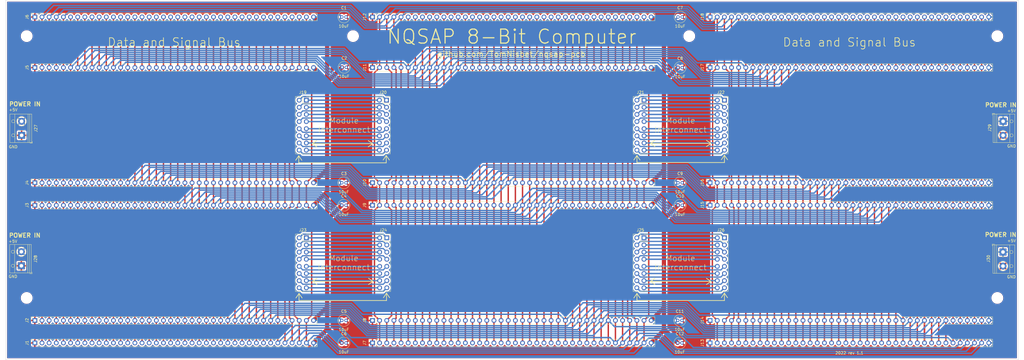
<source format=kicad_pcb>
(kicad_pcb (version 20171130) (host pcbnew "(5.1.9)-1")
  (layers (0 F.Cu signal) (31 B.Cu signal) (34 B.Paste user) (35 F.Paste user) (36 B.SilkS user) (37 F.SilkS user) (38 B.Mask user) (39 F.Mask user) (44 Edge.Cuts user))
  (net 0 "")
  (net 1 +5V)
  (net 2 CLK)
  (net 3 PI)
  (net 4 N)
  (net 5 LF)
  (net 6 SE)
  (net 7 CC)
  (net 8 CS)
  (net 9 C0)
  (net 10 C1)
  (net 11 FB)
  (net 12 FC)
  (net 13 FZ)
  (net 14 FV)
  (net 15 FN)
  (net 16 RR0)
  (net 17 RR1)
  (net 18 RR2)
  (net 19 RR3)
  (net 20 WR0)
  (net 21 WR1)
  (net 22 WR2)
  (net 23 WR3)
  (net 24 D0)
  (net 25 D1)
  (net 26 D2)
  (net 27 D3)
  (net 28 D4)
  (net 29 D5)
  (net 30 D6)
  (net 31 D7)
  (net 32 GND)
  (net 33 "Net-(J19-Pad10)")
  (net 34 "Net-(J19-Pad9)")
  (net 35 "Net-(J19-Pad8)")
  (net 36 "Net-(J19-Pad7)")
  (net 37 "Net-(J19-Pad6)")
  (net 38 "Net-(J19-Pad5)")
  (net 39 "Net-(J19-Pad4)")
  (net 40 "Net-(J19-Pad3)")
  (net 41 "Net-(J19-Pad2)")
  (net 42 "Net-(J19-Pad1)")
  (net 43 "Net-(J19-Pad16)")
  (net 44 "Net-(J19-Pad15)")
  (net 45 "Net-(J19-Pad14)")
  (net 46 "Net-(J19-Pad13)")
  (net 47 "Net-(J19-Pad12)")
  (net 48 "Net-(J19-Pad11)")
  (net 49 "Net-(J21-Pad16)")
  (net 50 "Net-(J21-Pad15)")
  (net 51 "Net-(J21-Pad14)")
  (net 52 "Net-(J21-Pad13)")
  (net 53 "Net-(J21-Pad12)")
  (net 54 "Net-(J21-Pad11)")
  (net 55 "Net-(J21-Pad10)")
  (net 56 "Net-(J21-Pad9)")
  (net 57 "Net-(J21-Pad8)")
  (net 58 "Net-(J21-Pad7)")
  (net 59 "Net-(J21-Pad6)")
  (net 60 "Net-(J21-Pad5)")
  (net 61 "Net-(J21-Pad4)")
  (net 62 "Net-(J21-Pad3)")
  (net 63 "Net-(J21-Pad2)")
  (net 64 "Net-(J21-Pad1)")
  (net 65 "Net-(J23-Pad16)")
  (net 66 "Net-(J23-Pad15)")
  (net 67 "Net-(J23-Pad14)")
  (net 68 "Net-(J23-Pad13)")
  (net 69 "Net-(J23-Pad12)")
  (net 70 "Net-(J23-Pad11)")
  (net 71 "Net-(J23-Pad10)")
  (net 72 "Net-(J23-Pad9)")
  (net 73 "Net-(J23-Pad8)")
  (net 74 "Net-(J23-Pad7)")
  (net 75 "Net-(J23-Pad6)")
  (net 76 "Net-(J23-Pad5)")
  (net 77 "Net-(J23-Pad4)")
  (net 78 "Net-(J23-Pad3)")
  (net 79 "Net-(J23-Pad2)")
  (net 80 "Net-(J23-Pad1)")
  (net 81 "Net-(J25-Pad16)")
  (net 82 "Net-(J25-Pad15)")
  (net 83 "Net-(J25-Pad14)")
  (net 84 "Net-(J25-Pad13)")
  (net 85 "Net-(J25-Pad12)")
  (net 86 "Net-(J25-Pad11)")
  (net 87 "Net-(J25-Pad10)")
  (net 88 "Net-(J25-Pad9)")
  (net 89 "Net-(J25-Pad8)")
  (net 90 "Net-(J25-Pad7)")
  (net 91 "Net-(J25-Pad6)")
  (net 92 "Net-(J25-Pad5)")
  (net 93 "Net-(J25-Pad4)")
  (net 94 "Net-(J25-Pad3)")
  (net 95 "Net-(J25-Pad2)")
  (net 96 "Net-(J25-Pad1)")
  (net 97 ~RST)
  (net 98 nc3)
  (net 99 M0)
  (net 100 M1)
  (net 101 nc2)
  (net 102 nc1)
  (net 103 ~JMP)
  (net 104 JE)
  (module TerminalBlock_RND:TerminalBlock_RND_205-00012_1x02_P5.00mm_Horizontal (layer F.Cu) (at 391.91 130.65 270)
    (fp_text reference J30 (at 2.39 5.17 90) (layer F.SilkS))
    (fp_text value "POWER IN" (at -6.15 0.82 180) (layer F.SilkS) (effects (font (size 1.5 1.5) (thickness 0.3))))
    (fp_text user +5V (at -4.01 -3.05) (layer F.SilkS))
    (fp_text user GND (at 8.85 -2.98) (layer F.SilkS))
    (pad 2 thru_hole circle (at 5 0 270) (size 2.5 2.5) (drill 1.3) (layers *.Cu *.Mask) (net 32 GND))
    (pad 1 thru_hole rect (at 0 0 270) (size 2.5 2.5) (drill 1.3) (layers *.Cu *.Mask) (net 1 +5V))
  )
  (module TerminalBlock_RND:TerminalBlock_RND_205-00012_1x02_P5.00mm_Horizontal (layer F.Cu) (at 391.95 84.12 270)
    (fp_text reference J29 (at 2.37 4.73 90) (layer F.SilkS))
    (fp_text value "POWER IN" (at -5.8 0.8 180) (layer F.SilkS) (effects (font (size 1.5 1.5) (thickness 0.3))))
    (fp_text user +5V (at -3.75 -3.01) (layer F.SilkS))
    (fp_text user GND (at 8.83 -3.01) (layer F.SilkS))
    (pad 2 thru_hole circle (at 5 0 270) (size 2.5 2.5) (drill 1.3) (layers *.Cu *.Mask) (net 32 GND))
    (pad 1 thru_hole rect (at 0 0 270) (size 2.5 2.5) (drill 1.3) (layers *.Cu *.Mask) (net 1 +5V))
  )
  (module TerminalBlock_RND:TerminalBlock_RND_205-00012_1x02_P5.00mm_Horizontal (layer F.Cu) (at 43 135.55 90)
    (fp_text reference J28 (at 2.45 5.06 270) (layer F.SilkS))
    (fp_text value "POWER IN" (at 10.83 1.23 180) (layer F.SilkS) (effects (font (size 1.5 1.5) (thickness 0.3))))
    (fp_text user +5V (at 8.7 -2.98 180) (layer F.SilkS))
    (fp_text user GND (at -3.8 -2.98 180) (layer F.SilkS))
    (pad 2 thru_hole circle (at 5 0 90) (size 2.5 2.5) (drill 1.3) (layers *.Cu *.Mask) (net 1 +5V))
    (pad 1 thru_hole rect (at 0 0 90) (size 2.5 2.5) (drill 1.3) (layers *.Cu *.Mask) (net 32 GND))
  )
  (module TerminalBlock_RND:TerminalBlock_RND_205-00012_1x02_P5.00mm_Horizontal (layer F.Cu) (at 43.1 89.11 90)
    (fp_text reference J27 (at 2.47 5.07 270) (layer F.SilkS))
    (fp_text value "POWER IN" (at 11.12 1.19 180) (layer F.SilkS) (effects (font (size 1.5 1.5) (thickness 0.3))))
    (fp_text user +5V (at 9.07 -2.98) (layer F.SilkS))
    (fp_text user GND (at -4.11 -2.98) (layer F.SilkS))
    (pad 2 thru_hole circle (at 5 0 90) (size 2.5 2.5) (drill 1.3) (layers *.Cu *.Mask) (net 1 +5V))
    (pad 1 thru_hole rect (at 0 0 90) (size 2.5 2.5) (drill 1.3) (layers *.Cu *.Mask) (net 32 GND))
  )
  (module MountingHole:MountingHole_3.2mm_M3 (layer F.Cu) (at 280.4 53.8)
    (fp_text reference REF** hide)
    (fp_text value MountingHole_3.2mm_M3)
    (pad 1 np_thru_hole circle (at 0 0) (size 3.2 3.2) (drill 3.2) (layers *.Cu *.Mask))
  )
  (module MountingHole:MountingHole_3.2mm_M3 (layer F.Cu) (at 160.9 53.8)
    (fp_text reference REF** hide)
    (fp_text value MountingHole_3.2mm_M3)
    (pad 1 np_thru_hole circle (at 0 0) (size 3.2 3.2) (drill 3.2) (layers *.Cu *.Mask))
  )
  (module MountingHole:MountingHole_3.2mm_M3 (layer F.Cu) (at 389.9 147)
    (fp_text reference REF** hide)
    (fp_text value MountingHole_3.2mm_M3)
    (pad 1 np_thru_hole circle (at 0 0) (size 3.2 3.2) (drill 3.2) (layers *.Cu *.Mask))
  )
  (module MountingHole:MountingHole_3.2mm_M3 (layer F.Cu) (at 44.9 147)
    (fp_text reference REF** hide)
    (fp_text value MountingHole_3.2mm_M3)
    (pad 1 np_thru_hole circle (at 0 0) (size 3.2 3.2) (drill 3.2) (layers *.Cu *.Mask))
  )
  (module MountingHole:MountingHole_3.2mm_M3 (layer F.Cu) (at 44.9 53.8)
    (fp_text reference REF** hide)
    (fp_text value MountingHole_3.2mm_M3)
    (pad 1 np_thru_hole circle (at 0 0) (size 3.2 3.2) (drill 3.2) (layers *.Cu *.Mask))
  )
  (module MountingHole:MountingHole_3.2mm_M3 (layer F.Cu) (at 389.9 53.8)
    (fp_text reference REF** hide)
    (fp_text value MountingHole_3.2mm_M3)
    (pad 1 np_thru_hole circle (at 0 0) (size 3.2 3.2) (drill 3.2) (layers *.Cu *.Mask))
  )
  (module Capacitor_THT:C_Radial_D4.0mm_H5.0mm_P1.50mm (layer F.Cu) (at 276.3 163)
    (fp_text reference C12 (at 0.75 -3.25) (layer F.SilkS))
    (fp_text value 10uF (at 0.75 3.25) (layer F.SilkS))
    (pad 2 thru_hole circle (at 1.5 0) (size 1.2 1.2) (drill 0.6) (layers *.Cu *.Mask) (net 32 GND))
    (pad 1 thru_hole circle (at 0 0) (size 1.2 1.2) (drill 0.6) (layers *.Cu *.Mask) (net 1 +5V))
  )
  (module Capacitor_THT:C_Radial_D4.0mm_H5.0mm_P1.50mm (layer F.Cu) (at 276.3 155)
    (fp_text reference C11 (at 0.75 -3.25) (layer F.SilkS))
    (fp_text value 10uF (at 0.75 3.25) (layer F.SilkS))
    (pad 2 thru_hole circle (at 1.5 0) (size 1.2 1.2) (drill 0.6) (layers *.Cu *.Mask) (net 32 GND))
    (pad 1 thru_hole circle (at 0 0) (size 1.2 1.2) (drill 0.6) (layers *.Cu *.Mask) (net 1 +5V))
  )
  (module Capacitor_THT:C_Radial_D4.0mm_H5.0mm_P1.50mm (layer F.Cu) (at 276.4 114)
    (fp_text reference C10 (at 0.75 -3.25) (layer F.SilkS))
    (fp_text value 10uF (at 0.75 3.25) (layer F.SilkS))
    (pad 2 thru_hole circle (at 1.5 0) (size 1.2 1.2) (drill 0.6) (layers *.Cu *.Mask) (net 32 GND))
    (pad 1 thru_hole circle (at 0 0) (size 1.2 1.2) (drill 0.6) (layers *.Cu *.Mask) (net 1 +5V))
  )
  (module Capacitor_THT:C_Radial_D4.0mm_H5.0mm_P1.50mm (layer F.Cu) (at 276.4 106)
    (fp_text reference C9 (at 0.75 -3.25) (layer F.SilkS))
    (fp_text value 10uF (at 0.75 3.25) (layer F.SilkS))
    (pad 2 thru_hole circle (at 1.5 0) (size 1.2 1.2) (drill 0.6) (layers *.Cu *.Mask) (net 32 GND))
    (pad 1 thru_hole circle (at 0 0) (size 1.2 1.2) (drill 0.6) (layers *.Cu *.Mask) (net 1 +5V))
  )
  (module Capacitor_THT:C_Radial_D4.0mm_H5.0mm_P1.50mm (layer F.Cu) (at 276.4 65)
    (fp_text reference C8 (at 0.75 -3.25) (layer F.SilkS))
    (fp_text value 10uF (at 0.75 3.25) (layer F.SilkS))
    (pad 2 thru_hole circle (at 1.5 0) (size 1.2 1.2) (drill 0.6) (layers *.Cu *.Mask) (net 32 GND))
    (pad 1 thru_hole circle (at 0 0) (size 1.2 1.2) (drill 0.6) (layers *.Cu *.Mask) (net 1 +5V))
  )
  (module Capacitor_THT:C_Radial_D4.0mm_H5.0mm_P1.50mm (layer F.Cu) (at 276.4 47)
    (fp_text reference C7 (at 0.75 -3.25) (layer F.SilkS))
    (fp_text value 10uF (at 0.75 3.25) (layer F.SilkS))
    (pad 2 thru_hole circle (at 1.5 0) (size 1.2 1.2) (drill 0.6) (layers *.Cu *.Mask) (net 32 GND))
    (pad 1 thru_hole circle (at 0 0) (size 1.2 1.2) (drill 0.6) (layers *.Cu *.Mask) (net 1 +5V))
  )
  (module Capacitor_THT:C_Radial_D4.0mm_H5.0mm_P1.50mm (layer F.Cu) (at 156.9 163)
    (fp_text reference C6 (at 0.75 -3.25) (layer F.SilkS))
    (fp_text value 10uF (at 0.75 3.25) (layer F.SilkS))
    (pad 2 thru_hole circle (at 1.5 0) (size 1.2 1.2) (drill 0.6) (layers *.Cu *.Mask) (net 32 GND))
    (pad 1 thru_hole circle (at 0 0) (size 1.2 1.2) (drill 0.6) (layers *.Cu *.Mask) (net 1 +5V))
  )
  (module Capacitor_THT:C_Radial_D4.0mm_H5.0mm_P1.50mm (layer F.Cu) (at 156.9 155)
    (fp_text reference C5 (at 0.75 -3.25) (layer F.SilkS))
    (fp_text value 10uF (at 0.75 3.25) (layer F.SilkS))
    (pad 2 thru_hole circle (at 1.5 0) (size 1.2 1.2) (drill 0.6) (layers *.Cu *.Mask) (net 32 GND))
    (pad 1 thru_hole circle (at 0 0) (size 1.2 1.2) (drill 0.6) (layers *.Cu *.Mask) (net 1 +5V))
  )
  (module Capacitor_THT:C_Radial_D4.0mm_H5.0mm_P1.50mm (layer F.Cu) (at 156.9 114)
    (fp_text reference C4 (at 0.75 -3.25) (layer F.SilkS))
    (fp_text value 10uF (at 0.75 3.25) (layer F.SilkS))
    (pad 2 thru_hole circle (at 1.5 0) (size 1.2 1.2) (drill 0.6) (layers *.Cu *.Mask) (net 32 GND))
    (pad 1 thru_hole circle (at 0 0) (size 1.2 1.2) (drill 0.6) (layers *.Cu *.Mask) (net 1 +5V))
  )
  (module Capacitor_THT:C_Radial_D4.0mm_H5.0mm_P1.50mm (layer F.Cu) (at 156.9 106)
    (fp_text reference C3 (at 0.75 -3.25) (layer F.SilkS))
    (fp_text value 10uF (at 0.75 3.25) (layer F.SilkS))
    (pad 2 thru_hole circle (at 1.5 0) (size 1.2 1.2) (drill 0.6) (layers *.Cu *.Mask) (net 32 GND))
    (pad 1 thru_hole circle (at 0 0) (size 1.2 1.2) (drill 0.6) (layers *.Cu *.Mask) (net 1 +5V))
  )
  (module Capacitor_THT:C_Radial_D4.0mm_H5.0mm_P1.50mm (layer F.Cu) (at 157 64.9)
    (fp_text reference C2 (at 0.75 -3.25) (layer F.SilkS))
    (fp_text value 10uF (at 0.75 3.25) (layer F.SilkS))
    (pad 2 thru_hole circle (at 1.5 0) (size 1.2 1.2) (drill 0.6) (layers *.Cu *.Mask) (net 32 GND))
    (pad 1 thru_hole circle (at 0 0) (size 1.2 1.2) (drill 0.6) (layers *.Cu *.Mask) (net 1 +5V))
  )
  (module Capacitor_THT:C_Radial_D4.0mm_H5.0mm_P1.50mm (layer F.Cu) (at 156.9 47)
    (fp_text reference C1 (at 0.75 -3.25) (layer F.SilkS))
    (fp_text value 10uF (at 0.75 3.25) (layer F.SilkS))
    (pad 2 thru_hole circle (at 1.5 0) (size 1.2 1.2) (drill 0.6) (layers *.Cu *.Mask) (net 32 GND))
    (pad 1 thru_hole circle (at 0 0) (size 1.2 1.2) (drill 0.6) (layers *.Cu *.Mask) (net 1 +5V))
  )
  (module Connector_PinSocket_2.54mm:PinSocket_2x08_P2.54mm_Vertical (layer F.Cu) (at 292.9 125.6)
    (fp_text reference J26 (at -1.27 -2.77) (layer F.SilkS))
    (fp_text value Conn_02x08)
    (pad 16 thru_hole oval (at -2.54 17.78) (size 1.7 1.7) (drill 1) (layers *.Cu *.Mask) (net 82 "Net-(J25-Pad15)"))
    (pad 15 thru_hole oval (at 0 17.78) (size 1.7 1.7) (drill 1) (layers *.Cu *.Mask) (net 81 "Net-(J25-Pad16)"))
    (pad 14 thru_hole oval (at -2.54 15.24) (size 1.7 1.7) (drill 1) (layers *.Cu *.Mask) (net 84 "Net-(J25-Pad13)"))
    (pad 13 thru_hole oval (at 0 15.24) (size 1.7 1.7) (drill 1) (layers *.Cu *.Mask) (net 83 "Net-(J25-Pad14)"))
    (pad 12 thru_hole oval (at -2.54 12.7) (size 1.7 1.7) (drill 1) (layers *.Cu *.Mask) (net 86 "Net-(J25-Pad11)"))
    (pad 11 thru_hole oval (at 0 12.7) (size 1.7 1.7) (drill 1) (layers *.Cu *.Mask) (net 85 "Net-(J25-Pad12)"))
    (pad 10 thru_hole oval (at -2.54 10.16) (size 1.7 1.7) (drill 1) (layers *.Cu *.Mask) (net 88 "Net-(J25-Pad9)"))
    (pad 9 thru_hole oval (at 0 10.16) (size 1.7 1.7) (drill 1) (layers *.Cu *.Mask) (net 87 "Net-(J25-Pad10)"))
    (pad 8 thru_hole oval (at -2.54 7.62) (size 1.7 1.7) (drill 1) (layers *.Cu *.Mask) (net 90 "Net-(J25-Pad7)"))
    (pad 7 thru_hole oval (at 0 7.62) (size 1.7 1.7) (drill 1) (layers *.Cu *.Mask) (net 89 "Net-(J25-Pad8)"))
    (pad 6 thru_hole oval (at -2.54 5.08) (size 1.7 1.7) (drill 1) (layers *.Cu *.Mask) (net 92 "Net-(J25-Pad5)"))
    (pad 5 thru_hole oval (at 0 5.08) (size 1.7 1.7) (drill 1) (layers *.Cu *.Mask) (net 91 "Net-(J25-Pad6)"))
    (pad 4 thru_hole oval (at -2.54 2.54) (size 1.7 1.7) (drill 1) (layers *.Cu *.Mask) (net 94 "Net-(J25-Pad3)"))
    (pad 3 thru_hole oval (at 0 2.54) (size 1.7 1.7) (drill 1) (layers *.Cu *.Mask) (net 93 "Net-(J25-Pad4)"))
    (pad 2 thru_hole oval (at -2.54 0) (size 1.7 1.7) (drill 1) (layers *.Cu *.Mask) (net 96 "Net-(J25-Pad1)"))
    (pad 1 thru_hole rect (at 0 0) (size 1.7 1.7) (drill 1) (layers *.Cu *.Mask) (net 95 "Net-(J25-Pad2)"))
  )
  (module Connector_PinSocket_2.54mm:PinSocket_2x08_P2.54mm_Vertical (layer F.Cu) (at 264.3 125.6)
    (fp_text reference J25 (at -1.27 -2.77) (layer F.SilkS))
    (fp_text value Conn_02x08)
    (pad 16 thru_hole oval (at -2.54 17.78) (size 1.7 1.7) (drill 1) (layers *.Cu *.Mask) (net 81 "Net-(J25-Pad16)"))
    (pad 15 thru_hole oval (at 0 17.78) (size 1.7 1.7) (drill 1) (layers *.Cu *.Mask) (net 82 "Net-(J25-Pad15)"))
    (pad 14 thru_hole oval (at -2.54 15.24) (size 1.7 1.7) (drill 1) (layers *.Cu *.Mask) (net 83 "Net-(J25-Pad14)"))
    (pad 13 thru_hole oval (at 0 15.24) (size 1.7 1.7) (drill 1) (layers *.Cu *.Mask) (net 84 "Net-(J25-Pad13)"))
    (pad 12 thru_hole oval (at -2.54 12.7) (size 1.7 1.7) (drill 1) (layers *.Cu *.Mask) (net 85 "Net-(J25-Pad12)"))
    (pad 11 thru_hole oval (at 0 12.7) (size 1.7 1.7) (drill 1) (layers *.Cu *.Mask) (net 86 "Net-(J25-Pad11)"))
    (pad 10 thru_hole oval (at -2.54 10.16) (size 1.7 1.7) (drill 1) (layers *.Cu *.Mask) (net 87 "Net-(J25-Pad10)"))
    (pad 9 thru_hole oval (at 0 10.16) (size 1.7 1.7) (drill 1) (layers *.Cu *.Mask) (net 88 "Net-(J25-Pad9)"))
    (pad 8 thru_hole oval (at -2.54 7.62) (size 1.7 1.7) (drill 1) (layers *.Cu *.Mask) (net 89 "Net-(J25-Pad8)"))
    (pad 7 thru_hole oval (at 0 7.62) (size 1.7 1.7) (drill 1) (layers *.Cu *.Mask) (net 90 "Net-(J25-Pad7)"))
    (pad 6 thru_hole oval (at -2.54 5.08) (size 1.7 1.7) (drill 1) (layers *.Cu *.Mask) (net 91 "Net-(J25-Pad6)"))
    (pad 5 thru_hole oval (at 0 5.08) (size 1.7 1.7) (drill 1) (layers *.Cu *.Mask) (net 92 "Net-(J25-Pad5)"))
    (pad 4 thru_hole oval (at -2.54 2.54) (size 1.7 1.7) (drill 1) (layers *.Cu *.Mask) (net 93 "Net-(J25-Pad4)"))
    (pad 3 thru_hole oval (at 0 2.54) (size 1.7 1.7) (drill 1) (layers *.Cu *.Mask) (net 94 "Net-(J25-Pad3)"))
    (pad 2 thru_hole oval (at -2.54 0) (size 1.7 1.7) (drill 1) (layers *.Cu *.Mask) (net 95 "Net-(J25-Pad2)"))
    (pad 1 thru_hole rect (at 0 0) (size 1.7 1.7) (drill 1) (layers *.Cu *.Mask) (net 96 "Net-(J25-Pad1)"))
  )
  (module Connector_PinSocket_2.54mm:PinSocket_2x08_P2.54mm_Vertical (layer F.Cu) (at 172.9 125.6)
    (fp_text reference J24 (at -1.27 -2.77) (layer F.SilkS))
    (fp_text value Conn_02x08)
    (pad 16 thru_hole oval (at -2.54 17.78) (size 1.7 1.7) (drill 1) (layers *.Cu *.Mask) (net 66 "Net-(J23-Pad15)"))
    (pad 15 thru_hole oval (at 0 17.78) (size 1.7 1.7) (drill 1) (layers *.Cu *.Mask) (net 65 "Net-(J23-Pad16)"))
    (pad 14 thru_hole oval (at -2.54 15.24) (size 1.7 1.7) (drill 1) (layers *.Cu *.Mask) (net 68 "Net-(J23-Pad13)"))
    (pad 13 thru_hole oval (at 0 15.24) (size 1.7 1.7) (drill 1) (layers *.Cu *.Mask) (net 67 "Net-(J23-Pad14)"))
    (pad 12 thru_hole oval (at -2.54 12.7) (size 1.7 1.7) (drill 1) (layers *.Cu *.Mask) (net 70 "Net-(J23-Pad11)"))
    (pad 11 thru_hole oval (at 0 12.7) (size 1.7 1.7) (drill 1) (layers *.Cu *.Mask) (net 69 "Net-(J23-Pad12)"))
    (pad 10 thru_hole oval (at -2.54 10.16) (size 1.7 1.7) (drill 1) (layers *.Cu *.Mask) (net 72 "Net-(J23-Pad9)"))
    (pad 9 thru_hole oval (at 0 10.16) (size 1.7 1.7) (drill 1) (layers *.Cu *.Mask) (net 71 "Net-(J23-Pad10)"))
    (pad 8 thru_hole oval (at -2.54 7.62) (size 1.7 1.7) (drill 1) (layers *.Cu *.Mask) (net 74 "Net-(J23-Pad7)"))
    (pad 7 thru_hole oval (at 0 7.62) (size 1.7 1.7) (drill 1) (layers *.Cu *.Mask) (net 73 "Net-(J23-Pad8)"))
    (pad 6 thru_hole oval (at -2.54 5.08) (size 1.7 1.7) (drill 1) (layers *.Cu *.Mask) (net 76 "Net-(J23-Pad5)"))
    (pad 5 thru_hole oval (at 0 5.08) (size 1.7 1.7) (drill 1) (layers *.Cu *.Mask) (net 75 "Net-(J23-Pad6)"))
    (pad 4 thru_hole oval (at -2.54 2.54) (size 1.7 1.7) (drill 1) (layers *.Cu *.Mask) (net 78 "Net-(J23-Pad3)"))
    (pad 3 thru_hole oval (at 0 2.54) (size 1.7 1.7) (drill 1) (layers *.Cu *.Mask) (net 77 "Net-(J23-Pad4)"))
    (pad 2 thru_hole oval (at -2.54 0) (size 1.7 1.7) (drill 1) (layers *.Cu *.Mask) (net 80 "Net-(J23-Pad1)"))
    (pad 1 thru_hole rect (at 0 0) (size 1.7 1.7) (drill 1) (layers *.Cu *.Mask) (net 79 "Net-(J23-Pad2)"))
  )
  (module Connector_PinSocket_2.54mm:PinSocket_2x08_P2.54mm_Vertical (layer F.Cu) (at 144.3 125.6)
    (fp_text reference J23 (at -1.27 -2.77) (layer F.SilkS))
    (fp_text value Conn_02x08)
    (pad 16 thru_hole oval (at -2.54 17.78) (size 1.7 1.7) (drill 1) (layers *.Cu *.Mask) (net 65 "Net-(J23-Pad16)"))
    (pad 15 thru_hole oval (at 0 17.78) (size 1.7 1.7) (drill 1) (layers *.Cu *.Mask) (net 66 "Net-(J23-Pad15)"))
    (pad 14 thru_hole oval (at -2.54 15.24) (size 1.7 1.7) (drill 1) (layers *.Cu *.Mask) (net 67 "Net-(J23-Pad14)"))
    (pad 13 thru_hole oval (at 0 15.24) (size 1.7 1.7) (drill 1) (layers *.Cu *.Mask) (net 68 "Net-(J23-Pad13)"))
    (pad 12 thru_hole oval (at -2.54 12.7) (size 1.7 1.7) (drill 1) (layers *.Cu *.Mask) (net 69 "Net-(J23-Pad12)"))
    (pad 11 thru_hole oval (at 0 12.7) (size 1.7 1.7) (drill 1) (layers *.Cu *.Mask) (net 70 "Net-(J23-Pad11)"))
    (pad 10 thru_hole oval (at -2.54 10.16) (size 1.7 1.7) (drill 1) (layers *.Cu *.Mask) (net 71 "Net-(J23-Pad10)"))
    (pad 9 thru_hole oval (at 0 10.16) (size 1.7 1.7) (drill 1) (layers *.Cu *.Mask) (net 72 "Net-(J23-Pad9)"))
    (pad 8 thru_hole oval (at -2.54 7.62) (size 1.7 1.7) (drill 1) (layers *.Cu *.Mask) (net 73 "Net-(J23-Pad8)"))
    (pad 7 thru_hole oval (at 0 7.62) (size 1.7 1.7) (drill 1) (layers *.Cu *.Mask) (net 74 "Net-(J23-Pad7)"))
    (pad 6 thru_hole oval (at -2.54 5.08) (size 1.7 1.7) (drill 1) (layers *.Cu *.Mask) (net 75 "Net-(J23-Pad6)"))
    (pad 5 thru_hole oval (at 0 5.08) (size 1.7 1.7) (drill 1) (layers *.Cu *.Mask) (net 76 "Net-(J23-Pad5)"))
    (pad 4 thru_hole oval (at -2.54 2.54) (size 1.7 1.7) (drill 1) (layers *.Cu *.Mask) (net 77 "Net-(J23-Pad4)"))
    (pad 3 thru_hole oval (at 0 2.54) (size 1.7 1.7) (drill 1) (layers *.Cu *.Mask) (net 78 "Net-(J23-Pad3)"))
    (pad 2 thru_hole oval (at -2.54 0) (size 1.7 1.7) (drill 1) (layers *.Cu *.Mask) (net 79 "Net-(J23-Pad2)"))
    (pad 1 thru_hole rect (at 0 0) (size 1.7 1.7) (drill 1) (layers *.Cu *.Mask) (net 80 "Net-(J23-Pad1)"))
  )
  (module Connector_PinSocket_2.54mm:PinSocket_2x08_P2.54mm_Vertical (layer F.Cu) (at 292.9 76.6)
    (fp_text reference J22 (at -1.27 -2.77) (layer F.SilkS))
    (fp_text value Conn_02x08)
    (pad 16 thru_hole oval (at -2.54 17.78) (size 1.7 1.7) (drill 1) (layers *.Cu *.Mask) (net 50 "Net-(J21-Pad15)"))
    (pad 15 thru_hole oval (at 0 17.78) (size 1.7 1.7) (drill 1) (layers *.Cu *.Mask) (net 49 "Net-(J21-Pad16)"))
    (pad 14 thru_hole oval (at -2.54 15.24) (size 1.7 1.7) (drill 1) (layers *.Cu *.Mask) (net 52 "Net-(J21-Pad13)"))
    (pad 13 thru_hole oval (at 0 15.24) (size 1.7 1.7) (drill 1) (layers *.Cu *.Mask) (net 51 "Net-(J21-Pad14)"))
    (pad 12 thru_hole oval (at -2.54 12.7) (size 1.7 1.7) (drill 1) (layers *.Cu *.Mask) (net 54 "Net-(J21-Pad11)"))
    (pad 11 thru_hole oval (at 0 12.7) (size 1.7 1.7) (drill 1) (layers *.Cu *.Mask) (net 53 "Net-(J21-Pad12)"))
    (pad 10 thru_hole oval (at -2.54 10.16) (size 1.7 1.7) (drill 1) (layers *.Cu *.Mask) (net 56 "Net-(J21-Pad9)"))
    (pad 9 thru_hole oval (at 0 10.16) (size 1.7 1.7) (drill 1) (layers *.Cu *.Mask) (net 55 "Net-(J21-Pad10)"))
    (pad 8 thru_hole oval (at -2.54 7.62) (size 1.7 1.7) (drill 1) (layers *.Cu *.Mask) (net 58 "Net-(J21-Pad7)"))
    (pad 7 thru_hole oval (at 0 7.62) (size 1.7 1.7) (drill 1) (layers *.Cu *.Mask) (net 57 "Net-(J21-Pad8)"))
    (pad 6 thru_hole oval (at -2.54 5.08) (size 1.7 1.7) (drill 1) (layers *.Cu *.Mask) (net 60 "Net-(J21-Pad5)"))
    (pad 5 thru_hole oval (at 0 5.08) (size 1.7 1.7) (drill 1) (layers *.Cu *.Mask) (net 59 "Net-(J21-Pad6)"))
    (pad 4 thru_hole oval (at -2.54 2.54) (size 1.7 1.7) (drill 1) (layers *.Cu *.Mask) (net 62 "Net-(J21-Pad3)"))
    (pad 3 thru_hole oval (at 0 2.54) (size 1.7 1.7) (drill 1) (layers *.Cu *.Mask) (net 61 "Net-(J21-Pad4)"))
    (pad 2 thru_hole oval (at -2.54 0) (size 1.7 1.7) (drill 1) (layers *.Cu *.Mask) (net 64 "Net-(J21-Pad1)"))
    (pad 1 thru_hole rect (at 0 0) (size 1.7 1.7) (drill 1) (layers *.Cu *.Mask) (net 63 "Net-(J21-Pad2)"))
  )
  (module Connector_PinSocket_2.54mm:PinSocket_2x08_P2.54mm_Vertical (layer F.Cu) (at 264.34 76.6)
    (fp_text reference J21 (at -1.27 -2.77) (layer F.SilkS))
    (fp_text value Conn_02x08)
    (pad 16 thru_hole oval (at -2.54 17.78) (size 1.7 1.7) (drill 1) (layers *.Cu *.Mask) (net 49 "Net-(J21-Pad16)"))
    (pad 15 thru_hole oval (at 0 17.78) (size 1.7 1.7) (drill 1) (layers *.Cu *.Mask) (net 50 "Net-(J21-Pad15)"))
    (pad 14 thru_hole oval (at -2.54 15.24) (size 1.7 1.7) (drill 1) (layers *.Cu *.Mask) (net 51 "Net-(J21-Pad14)"))
    (pad 13 thru_hole oval (at 0 15.24) (size 1.7 1.7) (drill 1) (layers *.Cu *.Mask) (net 52 "Net-(J21-Pad13)"))
    (pad 12 thru_hole oval (at -2.54 12.7) (size 1.7 1.7) (drill 1) (layers *.Cu *.Mask) (net 53 "Net-(J21-Pad12)"))
    (pad 11 thru_hole oval (at 0 12.7) (size 1.7 1.7) (drill 1) (layers *.Cu *.Mask) (net 54 "Net-(J21-Pad11)"))
    (pad 10 thru_hole oval (at -2.54 10.16) (size 1.7 1.7) (drill 1) (layers *.Cu *.Mask) (net 55 "Net-(J21-Pad10)"))
    (pad 9 thru_hole oval (at 0 10.16) (size 1.7 1.7) (drill 1) (layers *.Cu *.Mask) (net 56 "Net-(J21-Pad9)"))
    (pad 8 thru_hole oval (at -2.54 7.62) (size 1.7 1.7) (drill 1) (layers *.Cu *.Mask) (net 57 "Net-(J21-Pad8)"))
    (pad 7 thru_hole oval (at 0 7.62) (size 1.7 1.7) (drill 1) (layers *.Cu *.Mask) (net 58 "Net-(J21-Pad7)"))
    (pad 6 thru_hole oval (at -2.54 5.08) (size 1.7 1.7) (drill 1) (layers *.Cu *.Mask) (net 59 "Net-(J21-Pad6)"))
    (pad 5 thru_hole oval (at 0 5.08) (size 1.7 1.7) (drill 1) (layers *.Cu *.Mask) (net 60 "Net-(J21-Pad5)"))
    (pad 4 thru_hole oval (at -2.54 2.54) (size 1.7 1.7) (drill 1) (layers *.Cu *.Mask) (net 61 "Net-(J21-Pad4)"))
    (pad 3 thru_hole oval (at 0 2.54) (size 1.7 1.7) (drill 1) (layers *.Cu *.Mask) (net 62 "Net-(J21-Pad3)"))
    (pad 2 thru_hole oval (at -2.54 0) (size 1.7 1.7) (drill 1) (layers *.Cu *.Mask) (net 63 "Net-(J21-Pad2)"))
    (pad 1 thru_hole rect (at 0 0) (size 1.7 1.7) (drill 1) (layers *.Cu *.Mask) (net 64 "Net-(J21-Pad1)"))
  )
  (module Connector_PinSocket_2.54mm:PinSocket_2x08_P2.54mm_Vertical (layer F.Cu) (at 172.8 76.6)
    (fp_text reference J20 (at -1.27 -2.77) (layer F.SilkS))
    (fp_text value Conn_02x08)
    (pad 16 thru_hole oval (at -2.54 17.78) (size 1.7 1.7) (drill 1) (layers *.Cu *.Mask) (net 44 "Net-(J19-Pad15)"))
    (pad 15 thru_hole oval (at 0 17.78) (size 1.7 1.7) (drill 1) (layers *.Cu *.Mask) (net 43 "Net-(J19-Pad16)"))
    (pad 14 thru_hole oval (at -2.54 15.24) (size 1.7 1.7) (drill 1) (layers *.Cu *.Mask) (net 46 "Net-(J19-Pad13)"))
    (pad 13 thru_hole oval (at 0 15.24) (size 1.7 1.7) (drill 1) (layers *.Cu *.Mask) (net 45 "Net-(J19-Pad14)"))
    (pad 12 thru_hole oval (at -2.54 12.7) (size 1.7 1.7) (drill 1) (layers *.Cu *.Mask) (net 48 "Net-(J19-Pad11)"))
    (pad 11 thru_hole oval (at 0 12.7) (size 1.7 1.7) (drill 1) (layers *.Cu *.Mask) (net 47 "Net-(J19-Pad12)"))
    (pad 10 thru_hole oval (at -2.54 10.16) (size 1.7 1.7) (drill 1) (layers *.Cu *.Mask) (net 34 "Net-(J19-Pad9)"))
    (pad 9 thru_hole oval (at 0 10.16) (size 1.7 1.7) (drill 1) (layers *.Cu *.Mask) (net 33 "Net-(J19-Pad10)"))
    (pad 8 thru_hole oval (at -2.54 7.62) (size 1.7 1.7) (drill 1) (layers *.Cu *.Mask) (net 36 "Net-(J19-Pad7)"))
    (pad 7 thru_hole oval (at 0 7.62) (size 1.7 1.7) (drill 1) (layers *.Cu *.Mask) (net 35 "Net-(J19-Pad8)"))
    (pad 6 thru_hole oval (at -2.54 5.08) (size 1.7 1.7) (drill 1) (layers *.Cu *.Mask) (net 38 "Net-(J19-Pad5)"))
    (pad 5 thru_hole oval (at 0 5.08) (size 1.7 1.7) (drill 1) (layers *.Cu *.Mask) (net 37 "Net-(J19-Pad6)"))
    (pad 4 thru_hole oval (at -2.54 2.54) (size 1.7 1.7) (drill 1) (layers *.Cu *.Mask) (net 40 "Net-(J19-Pad3)"))
    (pad 3 thru_hole oval (at 0 2.54) (size 1.7 1.7) (drill 1) (layers *.Cu *.Mask) (net 39 "Net-(J19-Pad4)"))
    (pad 2 thru_hole oval (at -2.54 0) (size 1.7 1.7) (drill 1) (layers *.Cu *.Mask) (net 42 "Net-(J19-Pad1)"))
    (pad 1 thru_hole rect (at 0 0) (size 1.7 1.7) (drill 1) (layers *.Cu *.Mask) (net 41 "Net-(J19-Pad2)"))
  )
  (module Connector_PinSocket_2.54mm:PinSocket_1x40_P2.54mm_Vertical (layer F.Cu) (at 287.8 47 90)
    (fp_text reference J18 (at 0 -2.77 90) (layer F.SilkS))
    (fp_text value Bus)
    (pad 40 thru_hole oval (at 0 99.06 90) (size 1.7 1.7) (drill 1) (layers *.Cu *.Mask) (net 1 +5V))
    (pad 39 thru_hole oval (at 0 96.52 90) (size 1.7 1.7) (drill 1) (layers *.Cu *.Mask) (net 97 ~RST))
    (pad 38 thru_hole oval (at 0 93.98 90) (size 1.7 1.7) (drill 1) (layers *.Cu *.Mask) (net 103 ~JMP))
    (pad 37 thru_hole oval (at 0 91.44 90) (size 1.7 1.7) (drill 1) (layers *.Cu *.Mask) (net 98 nc3))
    (pad 36 thru_hole oval (at 0 88.9 90) (size 1.7 1.7) (drill 1) (layers *.Cu *.Mask) (net 2 CLK))
    (pad 35 thru_hole oval (at 0 86.36 90) (size 1.7 1.7) (drill 1) (layers *.Cu *.Mask) (net 3 PI))
    (pad 34 thru_hole oval (at 0 83.82 90) (size 1.7 1.7) (drill 1) (layers *.Cu *.Mask) (net 4 N))
    (pad 33 thru_hole oval (at 0 81.28 90) (size 1.7 1.7) (drill 1) (layers *.Cu *.Mask) (net 104 JE))
    (pad 32 thru_hole oval (at 0 78.74 90) (size 1.7 1.7) (drill 1) (layers *.Cu *.Mask) (net 5 LF))
    (pad 31 thru_hole oval (at 0 76.2 90) (size 1.7 1.7) (drill 1) (layers *.Cu *.Mask) (net 99 M0))
    (pad 30 thru_hole oval (at 0 73.66 90) (size 1.7 1.7) (drill 1) (layers *.Cu *.Mask) (net 100 M1))
    (pad 29 thru_hole oval (at 0 71.12 90) (size 1.7 1.7) (drill 1) (layers *.Cu *.Mask) (net 7 CC))
    (pad 28 thru_hole oval (at 0 68.58 90) (size 1.7 1.7) (drill 1) (layers *.Cu *.Mask) (net 8 CS))
    (pad 27 thru_hole oval (at 0 66.04 90) (size 1.7 1.7) (drill 1) (layers *.Cu *.Mask) (net 9 C0))
    (pad 26 thru_hole oval (at 0 63.5 90) (size 1.7 1.7) (drill 1) (layers *.Cu *.Mask) (net 10 C1))
    (pad 25 thru_hole oval (at 0 60.96 90) (size 1.7 1.7) (drill 1) (layers *.Cu *.Mask) (net 6 SE))
    (pad 24 thru_hole oval (at 0 58.42 90) (size 1.7 1.7) (drill 1) (layers *.Cu *.Mask) (net 11 FB))
    (pad 23 thru_hole oval (at 0 55.88 90) (size 1.7 1.7) (drill 1) (layers *.Cu *.Mask) (net 12 FC))
    (pad 22 thru_hole oval (at 0 53.34 90) (size 1.7 1.7) (drill 1) (layers *.Cu *.Mask) (net 13 FZ))
    (pad 21 thru_hole oval (at 0 50.8 90) (size 1.7 1.7) (drill 1) (layers *.Cu *.Mask) (net 14 FV))
    (pad 20 thru_hole oval (at 0 48.26 90) (size 1.7 1.7) (drill 1) (layers *.Cu *.Mask) (net 15 FN))
    (pad 19 thru_hole oval (at 0 45.72 90) (size 1.7 1.7) (drill 1) (layers *.Cu *.Mask) (net 16 RR0))
    (pad 18 thru_hole oval (at 0 43.18 90) (size 1.7 1.7) (drill 1) (layers *.Cu *.Mask) (net 17 RR1))
    (pad 17 thru_hole oval (at 0 40.64 90) (size 1.7 1.7) (drill 1) (layers *.Cu *.Mask) (net 18 RR2))
    (pad 16 thru_hole oval (at 0 38.1 90) (size 1.7 1.7) (drill 1) (layers *.Cu *.Mask) (net 19 RR3))
    (pad 15 thru_hole oval (at 0 35.56 90) (size 1.7 1.7) (drill 1) (layers *.Cu *.Mask) (net 20 WR0))
    (pad 14 thru_hole oval (at 0 33.02 90) (size 1.7 1.7) (drill 1) (layers *.Cu *.Mask) (net 21 WR1))
    (pad 13 thru_hole oval (at 0 30.48 90) (size 1.7 1.7) (drill 1) (layers *.Cu *.Mask) (net 22 WR2))
    (pad 12 thru_hole oval (at 0 27.94 90) (size 1.7 1.7) (drill 1) (layers *.Cu *.Mask) (net 23 WR3))
    (pad 11 thru_hole oval (at 0 25.4 90) (size 1.7 1.7) (drill 1) (layers *.Cu *.Mask) (net 24 D0))
    (pad 10 thru_hole oval (at 0 22.86 90) (size 1.7 1.7) (drill 1) (layers *.Cu *.Mask) (net 25 D1))
    (pad 9 thru_hole oval (at 0 20.32 90) (size 1.7 1.7) (drill 1) (layers *.Cu *.Mask) (net 26 D2))
    (pad 8 thru_hole oval (at 0 17.78 90) (size 1.7 1.7) (drill 1) (layers *.Cu *.Mask) (net 27 D3))
    (pad 7 thru_hole oval (at 0 15.24 90) (size 1.7 1.7) (drill 1) (layers *.Cu *.Mask) (net 28 D4))
    (pad 6 thru_hole oval (at 0 12.7 90) (size 1.7 1.7) (drill 1) (layers *.Cu *.Mask) (net 29 D5))
    (pad 5 thru_hole oval (at 0 10.16 90) (size 1.7 1.7) (drill 1) (layers *.Cu *.Mask) (net 30 D6))
    (pad 4 thru_hole oval (at 0 7.62 90) (size 1.7 1.7) (drill 1) (layers *.Cu *.Mask) (net 31 D7))
    (pad 3 thru_hole oval (at 0 5.08 90) (size 1.7 1.7) (drill 1) (layers *.Cu *.Mask) (net 101 nc2))
    (pad 2 thru_hole oval (at 0 2.54 90) (size 1.7 1.7) (drill 1) (layers *.Cu *.Mask) (net 102 nc1))
    (pad 1 thru_hole rect (at 0 0 90) (size 1.7 1.7) (drill 1) (layers *.Cu *.Mask) (net 32 GND))
  )
  (module Connector_PinSocket_2.54mm:PinSocket_1x40_P2.54mm_Vertical (layer F.Cu) (at 287.8 65 90)
    (fp_text reference J17 (at 0 -2.77 90) (layer F.SilkS))
    (fp_text value Bus)
    (pad 40 thru_hole oval (at 0 99.06 90) (size 1.7 1.7) (drill 1) (layers *.Cu *.Mask) (net 1 +5V))
    (pad 39 thru_hole oval (at 0 96.52 90) (size 1.7 1.7) (drill 1) (layers *.Cu *.Mask) (net 97 ~RST))
    (pad 38 thru_hole oval (at 0 93.98 90) (size 1.7 1.7) (drill 1) (layers *.Cu *.Mask) (net 103 ~JMP))
    (pad 37 thru_hole oval (at 0 91.44 90) (size 1.7 1.7) (drill 1) (layers *.Cu *.Mask) (net 98 nc3))
    (pad 36 thru_hole oval (at 0 88.9 90) (size 1.7 1.7) (drill 1) (layers *.Cu *.Mask) (net 2 CLK))
    (pad 35 thru_hole oval (at 0 86.36 90) (size 1.7 1.7) (drill 1) (layers *.Cu *.Mask) (net 3 PI))
    (pad 34 thru_hole oval (at 0 83.82 90) (size 1.7 1.7) (drill 1) (layers *.Cu *.Mask) (net 4 N))
    (pad 33 thru_hole oval (at 0 81.28 90) (size 1.7 1.7) (drill 1) (layers *.Cu *.Mask) (net 104 JE))
    (pad 32 thru_hole oval (at 0 78.74 90) (size 1.7 1.7) (drill 1) (layers *.Cu *.Mask) (net 5 LF))
    (pad 31 thru_hole oval (at 0 76.2 90) (size 1.7 1.7) (drill 1) (layers *.Cu *.Mask) (net 99 M0))
    (pad 30 thru_hole oval (at 0 73.66 90) (size 1.7 1.7) (drill 1) (layers *.Cu *.Mask) (net 100 M1))
    (pad 29 thru_hole oval (at 0 71.12 90) (size 1.7 1.7) (drill 1) (layers *.Cu *.Mask) (net 7 CC))
    (pad 28 thru_hole oval (at 0 68.58 90) (size 1.7 1.7) (drill 1) (layers *.Cu *.Mask) (net 8 CS))
    (pad 27 thru_hole oval (at 0 66.04 90) (size 1.7 1.7) (drill 1) (layers *.Cu *.Mask) (net 9 C0))
    (pad 26 thru_hole oval (at 0 63.5 90) (size 1.7 1.7) (drill 1) (layers *.Cu *.Mask) (net 10 C1))
    (pad 25 thru_hole oval (at 0 60.96 90) (size 1.7 1.7) (drill 1) (layers *.Cu *.Mask) (net 6 SE))
    (pad 24 thru_hole oval (at 0 58.42 90) (size 1.7 1.7) (drill 1) (layers *.Cu *.Mask) (net 11 FB))
    (pad 23 thru_hole oval (at 0 55.88 90) (size 1.7 1.7) (drill 1) (layers *.Cu *.Mask) (net 12 FC))
    (pad 22 thru_hole oval (at 0 53.34 90) (size 1.7 1.7) (drill 1) (layers *.Cu *.Mask) (net 13 FZ))
    (pad 21 thru_hole oval (at 0 50.8 90) (size 1.7 1.7) (drill 1) (layers *.Cu *.Mask) (net 14 FV))
    (pad 20 thru_hole oval (at 0 48.26 90) (size 1.7 1.7) (drill 1) (layers *.Cu *.Mask) (net 15 FN))
    (pad 19 thru_hole oval (at 0 45.72 90) (size 1.7 1.7) (drill 1) (layers *.Cu *.Mask) (net 16 RR0))
    (pad 18 thru_hole oval (at 0 43.18 90) (size 1.7 1.7) (drill 1) (layers *.Cu *.Mask) (net 17 RR1))
    (pad 17 thru_hole oval (at 0 40.64 90) (size 1.7 1.7) (drill 1) (layers *.Cu *.Mask) (net 18 RR2))
    (pad 16 thru_hole oval (at 0 38.1 90) (size 1.7 1.7) (drill 1) (layers *.Cu *.Mask) (net 19 RR3))
    (pad 15 thru_hole oval (at 0 35.56 90) (size 1.7 1.7) (drill 1) (layers *.Cu *.Mask) (net 20 WR0))
    (pad 14 thru_hole oval (at 0 33.02 90) (size 1.7 1.7) (drill 1) (layers *.Cu *.Mask) (net 21 WR1))
    (pad 13 thru_hole oval (at 0 30.48 90) (size 1.7 1.7) (drill 1) (layers *.Cu *.Mask) (net 22 WR2))
    (pad 12 thru_hole oval (at 0 27.94 90) (size 1.7 1.7) (drill 1) (layers *.Cu *.Mask) (net 23 WR3))
    (pad 11 thru_hole oval (at 0 25.4 90) (size 1.7 1.7) (drill 1) (layers *.Cu *.Mask) (net 24 D0))
    (pad 10 thru_hole oval (at 0 22.86 90) (size 1.7 1.7) (drill 1) (layers *.Cu *.Mask) (net 25 D1))
    (pad 9 thru_hole oval (at 0 20.32 90) (size 1.7 1.7) (drill 1) (layers *.Cu *.Mask) (net 26 D2))
    (pad 8 thru_hole oval (at 0 17.78 90) (size 1.7 1.7) (drill 1) (layers *.Cu *.Mask) (net 27 D3))
    (pad 7 thru_hole oval (at 0 15.24 90) (size 1.7 1.7) (drill 1) (layers *.Cu *.Mask) (net 28 D4))
    (pad 6 thru_hole oval (at 0 12.7 90) (size 1.7 1.7) (drill 1) (layers *.Cu *.Mask) (net 29 D5))
    (pad 5 thru_hole oval (at 0 10.16 90) (size 1.7 1.7) (drill 1) (layers *.Cu *.Mask) (net 30 D6))
    (pad 4 thru_hole oval (at 0 7.62 90) (size 1.7 1.7) (drill 1) (layers *.Cu *.Mask) (net 31 D7))
    (pad 3 thru_hole oval (at 0 5.08 90) (size 1.7 1.7) (drill 1) (layers *.Cu *.Mask) (net 101 nc2))
    (pad 2 thru_hole oval (at 0 2.54 90) (size 1.7 1.7) (drill 1) (layers *.Cu *.Mask) (net 102 nc1))
    (pad 1 thru_hole rect (at 0 0 90) (size 1.7 1.7) (drill 1) (layers *.Cu *.Mask) (net 32 GND))
  )
  (module Connector_PinSocket_2.54mm:PinSocket_1x40_P2.54mm_Vertical (layer F.Cu) (at 287.8 106 90)
    (fp_text reference J16 (at 0 -2.77 90) (layer F.SilkS))
    (fp_text value Bus)
    (pad 40 thru_hole oval (at 0 99.06 90) (size 1.7 1.7) (drill 1) (layers *.Cu *.Mask) (net 1 +5V))
    (pad 39 thru_hole oval (at 0 96.52 90) (size 1.7 1.7) (drill 1) (layers *.Cu *.Mask) (net 97 ~RST))
    (pad 38 thru_hole oval (at 0 93.98 90) (size 1.7 1.7) (drill 1) (layers *.Cu *.Mask) (net 103 ~JMP))
    (pad 37 thru_hole oval (at 0 91.44 90) (size 1.7 1.7) (drill 1) (layers *.Cu *.Mask) (net 98 nc3))
    (pad 36 thru_hole oval (at 0 88.9 90) (size 1.7 1.7) (drill 1) (layers *.Cu *.Mask) (net 2 CLK))
    (pad 35 thru_hole oval (at 0 86.36 90) (size 1.7 1.7) (drill 1) (layers *.Cu *.Mask) (net 3 PI))
    (pad 34 thru_hole oval (at 0 83.82 90) (size 1.7 1.7) (drill 1) (layers *.Cu *.Mask) (net 4 N))
    (pad 33 thru_hole oval (at 0 81.28 90) (size 1.7 1.7) (drill 1) (layers *.Cu *.Mask) (net 104 JE))
    (pad 32 thru_hole oval (at 0 78.74 90) (size 1.7 1.7) (drill 1) (layers *.Cu *.Mask) (net 5 LF))
    (pad 31 thru_hole oval (at 0 76.2 90) (size 1.7 1.7) (drill 1) (layers *.Cu *.Mask) (net 99 M0))
    (pad 30 thru_hole oval (at 0 73.66 90) (size 1.7 1.7) (drill 1) (layers *.Cu *.Mask) (net 100 M1))
    (pad 29 thru_hole oval (at 0 71.12 90) (size 1.7 1.7) (drill 1) (layers *.Cu *.Mask) (net 7 CC))
    (pad 28 thru_hole oval (at 0 68.58 90) (size 1.7 1.7) (drill 1) (layers *.Cu *.Mask) (net 8 CS))
    (pad 27 thru_hole oval (at 0 66.04 90) (size 1.7 1.7) (drill 1) (layers *.Cu *.Mask) (net 9 C0))
    (pad 26 thru_hole oval (at 0 63.5 90) (size 1.7 1.7) (drill 1) (layers *.Cu *.Mask) (net 10 C1))
    (pad 25 thru_hole oval (at 0 60.96 90) (size 1.7 1.7) (drill 1) (layers *.Cu *.Mask) (net 6 SE))
    (pad 24 thru_hole oval (at 0 58.42 90) (size 1.7 1.7) (drill 1) (layers *.Cu *.Mask) (net 11 FB))
    (pad 23 thru_hole oval (at 0 55.88 90) (size 1.7 1.7) (drill 1) (layers *.Cu *.Mask) (net 12 FC))
    (pad 22 thru_hole oval (at 0 53.34 90) (size 1.7 1.7) (drill 1) (layers *.Cu *.Mask) (net 13 FZ))
    (pad 21 thru_hole oval (at 0 50.8 90) (size 1.7 1.7) (drill 1) (layers *.Cu *.Mask) (net 14 FV))
    (pad 20 thru_hole oval (at 0 48.26 90) (size 1.7 1.7) (drill 1) (layers *.Cu *.Mask) (net 15 FN))
    (pad 19 thru_hole oval (at 0 45.72 90) (size 1.7 1.7) (drill 1) (layers *.Cu *.Mask) (net 16 RR0))
    (pad 18 thru_hole oval (at 0 43.18 90) (size 1.7 1.7) (drill 1) (layers *.Cu *.Mask) (net 17 RR1))
    (pad 17 thru_hole oval (at 0 40.64 90) (size 1.7 1.7) (drill 1) (layers *.Cu *.Mask) (net 18 RR2))
    (pad 16 thru_hole oval (at 0 38.1 90) (size 1.7 1.7) (drill 1) (layers *.Cu *.Mask) (net 19 RR3))
    (pad 15 thru_hole oval (at 0 35.56 90) (size 1.7 1.7) (drill 1) (layers *.Cu *.Mask) (net 20 WR0))
    (pad 14 thru_hole oval (at 0 33.02 90) (size 1.7 1.7) (drill 1) (layers *.Cu *.Mask) (net 21 WR1))
    (pad 13 thru_hole oval (at 0 30.48 90) (size 1.7 1.7) (drill 1) (layers *.Cu *.Mask) (net 22 WR2))
    (pad 12 thru_hole oval (at 0 27.94 90) (size 1.7 1.7) (drill 1) (layers *.Cu *.Mask) (net 23 WR3))
    (pad 11 thru_hole oval (at 0 25.4 90) (size 1.7 1.7) (drill 1) (layers *.Cu *.Mask) (net 24 D0))
    (pad 10 thru_hole oval (at 0 22.86 90) (size 1.7 1.7) (drill 1) (layers *.Cu *.Mask) (net 25 D1))
    (pad 9 thru_hole oval (at 0 20.32 90) (size 1.7 1.7) (drill 1) (layers *.Cu *.Mask) (net 26 D2))
    (pad 8 thru_hole oval (at 0 17.78 90) (size 1.7 1.7) (drill 1) (layers *.Cu *.Mask) (net 27 D3))
    (pad 7 thru_hole oval (at 0 15.24 90) (size 1.7 1.7) (drill 1) (layers *.Cu *.Mask) (net 28 D4))
    (pad 6 thru_hole oval (at 0 12.7 90) (size 1.7 1.7) (drill 1) (layers *.Cu *.Mask) (net 29 D5))
    (pad 5 thru_hole oval (at 0 10.16 90) (size 1.7 1.7) (drill 1) (layers *.Cu *.Mask) (net 30 D6))
    (pad 4 thru_hole oval (at 0 7.62 90) (size 1.7 1.7) (drill 1) (layers *.Cu *.Mask) (net 31 D7))
    (pad 3 thru_hole oval (at 0 5.08 90) (size 1.7 1.7) (drill 1) (layers *.Cu *.Mask) (net 101 nc2))
    (pad 2 thru_hole oval (at 0 2.54 90) (size 1.7 1.7) (drill 1) (layers *.Cu *.Mask) (net 102 nc1))
    (pad 1 thru_hole rect (at 0 0 90) (size 1.7 1.7) (drill 1) (layers *.Cu *.Mask) (net 32 GND))
  )
  (module Connector_PinSocket_2.54mm:PinSocket_1x40_P2.54mm_Vertical (layer F.Cu) (at 287.80104 114 90)
    (fp_text reference J15 (at 0 -2.77 90) (layer F.SilkS))
    (fp_text value Bus)
    (pad 40 thru_hole oval (at 0 99.06 90) (size 1.7 1.7) (drill 1) (layers *.Cu *.Mask) (net 1 +5V))
    (pad 39 thru_hole oval (at 0 96.52 90) (size 1.7 1.7) (drill 1) (layers *.Cu *.Mask) (net 97 ~RST))
    (pad 38 thru_hole oval (at 0 93.98 90) (size 1.7 1.7) (drill 1) (layers *.Cu *.Mask) (net 103 ~JMP))
    (pad 37 thru_hole oval (at 0 91.44 90) (size 1.7 1.7) (drill 1) (layers *.Cu *.Mask) (net 98 nc3))
    (pad 36 thru_hole oval (at 0 88.9 90) (size 1.7 1.7) (drill 1) (layers *.Cu *.Mask) (net 2 CLK))
    (pad 35 thru_hole oval (at 0 86.36 90) (size 1.7 1.7) (drill 1) (layers *.Cu *.Mask) (net 3 PI))
    (pad 34 thru_hole oval (at 0 83.82 90) (size 1.7 1.7) (drill 1) (layers *.Cu *.Mask) (net 4 N))
    (pad 33 thru_hole oval (at 0 81.28 90) (size 1.7 1.7) (drill 1) (layers *.Cu *.Mask) (net 104 JE))
    (pad 32 thru_hole oval (at 0 78.74 90) (size 1.7 1.7) (drill 1) (layers *.Cu *.Mask) (net 5 LF))
    (pad 31 thru_hole oval (at 0 76.2 90) (size 1.7 1.7) (drill 1) (layers *.Cu *.Mask) (net 99 M0))
    (pad 30 thru_hole oval (at 0 73.66 90) (size 1.7 1.7) (drill 1) (layers *.Cu *.Mask) (net 100 M1))
    (pad 29 thru_hole oval (at 0 71.12 90) (size 1.7 1.7) (drill 1) (layers *.Cu *.Mask) (net 7 CC))
    (pad 28 thru_hole oval (at 0 68.58 90) (size 1.7 1.7) (drill 1) (layers *.Cu *.Mask) (net 8 CS))
    (pad 27 thru_hole oval (at 0 66.04 90) (size 1.7 1.7) (drill 1) (layers *.Cu *.Mask) (net 9 C0))
    (pad 26 thru_hole oval (at 0 63.5 90) (size 1.7 1.7) (drill 1) (layers *.Cu *.Mask) (net 10 C1))
    (pad 25 thru_hole oval (at 0 60.96 90) (size 1.7 1.7) (drill 1) (layers *.Cu *.Mask) (net 6 SE))
    (pad 24 thru_hole oval (at 0 58.42 90) (size 1.7 1.7) (drill 1) (layers *.Cu *.Mask) (net 11 FB))
    (pad 23 thru_hole oval (at 0 55.88 90) (size 1.7 1.7) (drill 1) (layers *.Cu *.Mask) (net 12 FC))
    (pad 22 thru_hole oval (at 0 53.34 90) (size 1.7 1.7) (drill 1) (layers *.Cu *.Mask) (net 13 FZ))
    (pad 21 thru_hole oval (at 0 50.8 90) (size 1.7 1.7) (drill 1) (layers *.Cu *.Mask) (net 14 FV))
    (pad 20 thru_hole oval (at 0 48.26 90) (size 1.7 1.7) (drill 1) (layers *.Cu *.Mask) (net 15 FN))
    (pad 19 thru_hole oval (at 0 45.72 90) (size 1.7 1.7) (drill 1) (layers *.Cu *.Mask) (net 16 RR0))
    (pad 18 thru_hole oval (at 0 43.18 90) (size 1.7 1.7) (drill 1) (layers *.Cu *.Mask) (net 17 RR1))
    (pad 17 thru_hole oval (at 0 40.64 90) (size 1.7 1.7) (drill 1) (layers *.Cu *.Mask) (net 18 RR2))
    (pad 16 thru_hole oval (at 0 38.1 90) (size 1.7 1.7) (drill 1) (layers *.Cu *.Mask) (net 19 RR3))
    (pad 15 thru_hole oval (at 0 35.56 90) (size 1.7 1.7) (drill 1) (layers *.Cu *.Mask) (net 20 WR0))
    (pad 14 thru_hole oval (at 0 33.02 90) (size 1.7 1.7) (drill 1) (layers *.Cu *.Mask) (net 21 WR1))
    (pad 13 thru_hole oval (at 0 30.48 90) (size 1.7 1.7) (drill 1) (layers *.Cu *.Mask) (net 22 WR2))
    (pad 12 thru_hole oval (at 0 27.94 90) (size 1.7 1.7) (drill 1) (layers *.Cu *.Mask) (net 23 WR3))
    (pad 11 thru_hole oval (at 0 25.4 90) (size 1.7 1.7) (drill 1) (layers *.Cu *.Mask) (net 24 D0))
    (pad 10 thru_hole oval (at 0 22.86 90) (size 1.7 1.7) (drill 1) (layers *.Cu *.Mask) (net 25 D1))
    (pad 9 thru_hole oval (at 0 20.32 90) (size 1.7 1.7) (drill 1) (layers *.Cu *.Mask) (net 26 D2))
    (pad 8 thru_hole oval (at 0 17.78 90) (size 1.7 1.7) (drill 1) (layers *.Cu *.Mask) (net 27 D3))
    (pad 7 thru_hole oval (at 0 15.24 90) (size 1.7 1.7) (drill 1) (layers *.Cu *.Mask) (net 28 D4))
    (pad 6 thru_hole oval (at 0 12.7 90) (size 1.7 1.7) (drill 1) (layers *.Cu *.Mask) (net 29 D5))
    (pad 5 thru_hole oval (at 0 10.16 90) (size 1.7 1.7) (drill 1) (layers *.Cu *.Mask) (net 30 D6))
    (pad 4 thru_hole oval (at 0 7.62 90) (size 1.7 1.7) (drill 1) (layers *.Cu *.Mask) (net 31 D7))
    (pad 3 thru_hole oval (at 0 5.08 90) (size 1.7 1.7) (drill 1) (layers *.Cu *.Mask) (net 101 nc2))
    (pad 2 thru_hole oval (at 0 2.54 90) (size 1.7 1.7) (drill 1) (layers *.Cu *.Mask) (net 102 nc1))
    (pad 1 thru_hole rect (at 0 0 90) (size 1.7 1.7) (drill 1) (layers *.Cu *.Mask) (net 32 GND))
  )
  (module Connector_PinSocket_2.54mm:PinSocket_1x40_P2.54mm_Vertical (layer F.Cu) (at 287.8 155 90)
    (fp_text reference J14 (at 0 -2.77 90) (layer F.SilkS))
    (fp_text value Bus)
    (pad 40 thru_hole oval (at 0 99.06 90) (size 1.7 1.7) (drill 1) (layers *.Cu *.Mask) (net 1 +5V))
    (pad 39 thru_hole oval (at 0 96.52 90) (size 1.7 1.7) (drill 1) (layers *.Cu *.Mask) (net 97 ~RST))
    (pad 38 thru_hole oval (at 0 93.98 90) (size 1.7 1.7) (drill 1) (layers *.Cu *.Mask) (net 103 ~JMP))
    (pad 37 thru_hole oval (at 0 91.44 90) (size 1.7 1.7) (drill 1) (layers *.Cu *.Mask) (net 98 nc3))
    (pad 36 thru_hole oval (at 0 88.9 90) (size 1.7 1.7) (drill 1) (layers *.Cu *.Mask) (net 2 CLK))
    (pad 35 thru_hole oval (at 0 86.36 90) (size 1.7 1.7) (drill 1) (layers *.Cu *.Mask) (net 3 PI))
    (pad 34 thru_hole oval (at 0 83.82 90) (size 1.7 1.7) (drill 1) (layers *.Cu *.Mask) (net 4 N))
    (pad 33 thru_hole oval (at 0 81.28 90) (size 1.7 1.7) (drill 1) (layers *.Cu *.Mask) (net 104 JE))
    (pad 32 thru_hole oval (at 0 78.74 90) (size 1.7 1.7) (drill 1) (layers *.Cu *.Mask) (net 5 LF))
    (pad 31 thru_hole oval (at 0 76.2 90) (size 1.7 1.7) (drill 1) (layers *.Cu *.Mask) (net 99 M0))
    (pad 30 thru_hole oval (at 0 73.66 90) (size 1.7 1.7) (drill 1) (layers *.Cu *.Mask) (net 100 M1))
    (pad 29 thru_hole oval (at 0 71.12 90) (size 1.7 1.7) (drill 1) (layers *.Cu *.Mask) (net 7 CC))
    (pad 28 thru_hole oval (at 0 68.58 90) (size 1.7 1.7) (drill 1) (layers *.Cu *.Mask) (net 8 CS))
    (pad 27 thru_hole oval (at 0 66.04 90) (size 1.7 1.7) (drill 1) (layers *.Cu *.Mask) (net 9 C0))
    (pad 26 thru_hole oval (at 0 63.5 90) (size 1.7 1.7) (drill 1) (layers *.Cu *.Mask) (net 10 C1))
    (pad 25 thru_hole oval (at 0 60.96 90) (size 1.7 1.7) (drill 1) (layers *.Cu *.Mask) (net 6 SE))
    (pad 24 thru_hole oval (at 0 58.42 90) (size 1.7 1.7) (drill 1) (layers *.Cu *.Mask) (net 11 FB))
    (pad 23 thru_hole oval (at 0 55.88 90) (size 1.7 1.7) (drill 1) (layers *.Cu *.Mask) (net 12 FC))
    (pad 22 thru_hole oval (at 0 53.34 90) (size 1.7 1.7) (drill 1) (layers *.Cu *.Mask) (net 13 FZ))
    (pad 21 thru_hole oval (at 0 50.8 90) (size 1.7 1.7) (drill 1) (layers *.Cu *.Mask) (net 14 FV))
    (pad 20 thru_hole oval (at 0 48.26 90) (size 1.7 1.7) (drill 1) (layers *.Cu *.Mask) (net 15 FN))
    (pad 19 thru_hole oval (at 0 45.72 90) (size 1.7 1.7) (drill 1) (layers *.Cu *.Mask) (net 16 RR0))
    (pad 18 thru_hole oval (at 0 43.18 90) (size 1.7 1.7) (drill 1) (layers *.Cu *.Mask) (net 17 RR1))
    (pad 17 thru_hole oval (at 0 40.64 90) (size 1.7 1.7) (drill 1) (layers *.Cu *.Mask) (net 18 RR2))
    (pad 16 thru_hole oval (at 0 38.1 90) (size 1.7 1.7) (drill 1) (layers *.Cu *.Mask) (net 19 RR3))
    (pad 15 thru_hole oval (at 0 35.56 90) (size 1.7 1.7) (drill 1) (layers *.Cu *.Mask) (net 20 WR0))
    (pad 14 thru_hole oval (at 0 33.02 90) (size 1.7 1.7) (drill 1) (layers *.Cu *.Mask) (net 21 WR1))
    (pad 13 thru_hole oval (at 0 30.48 90) (size 1.7 1.7) (drill 1) (layers *.Cu *.Mask) (net 22 WR2))
    (pad 12 thru_hole oval (at 0 27.94 90) (size 1.7 1.7) (drill 1) (layers *.Cu *.Mask) (net 23 WR3))
    (pad 11 thru_hole oval (at 0 25.4 90) (size 1.7 1.7) (drill 1) (layers *.Cu *.Mask) (net 24 D0))
    (pad 10 thru_hole oval (at 0 22.86 90) (size 1.7 1.7) (drill 1) (layers *.Cu *.Mask) (net 25 D1))
    (pad 9 thru_hole oval (at 0 20.32 90) (size 1.7 1.7) (drill 1) (layers *.Cu *.Mask) (net 26 D2))
    (pad 8 thru_hole oval (at 0 17.78 90) (size 1.7 1.7) (drill 1) (layers *.Cu *.Mask) (net 27 D3))
    (pad 7 thru_hole oval (at 0 15.24 90) (size 1.7 1.7) (drill 1) (layers *.Cu *.Mask) (net 28 D4))
    (pad 6 thru_hole oval (at 0 12.7 90) (size 1.7 1.7) (drill 1) (layers *.Cu *.Mask) (net 29 D5))
    (pad 5 thru_hole oval (at 0 10.16 90) (size 1.7 1.7) (drill 1) (layers *.Cu *.Mask) (net 30 D6))
    (pad 4 thru_hole oval (at 0 7.62 90) (size 1.7 1.7) (drill 1) (layers *.Cu *.Mask) (net 31 D7))
    (pad 3 thru_hole oval (at 0 5.08 90) (size 1.7 1.7) (drill 1) (layers *.Cu *.Mask) (net 101 nc2))
    (pad 2 thru_hole oval (at 0 2.54 90) (size 1.7 1.7) (drill 1) (layers *.Cu *.Mask) (net 102 nc1))
    (pad 1 thru_hole rect (at 0 0 90) (size 1.7 1.7) (drill 1) (layers *.Cu *.Mask) (net 32 GND))
  )
  (module Connector_PinSocket_2.54mm:PinSocket_1x40_P2.54mm_Vertical (layer F.Cu) (at 287.8 163 90)
    (fp_text reference J13 (at 0 -2.77 90) (layer F.SilkS))
    (fp_text value Bus)
    (pad 40 thru_hole oval (at 0 99.06 90) (size 1.7 1.7) (drill 1) (layers *.Cu *.Mask) (net 1 +5V))
    (pad 39 thru_hole oval (at 0 96.52 90) (size 1.7 1.7) (drill 1) (layers *.Cu *.Mask) (net 97 ~RST))
    (pad 38 thru_hole oval (at 0 93.98 90) (size 1.7 1.7) (drill 1) (layers *.Cu *.Mask) (net 103 ~JMP))
    (pad 37 thru_hole oval (at 0 91.44 90) (size 1.7 1.7) (drill 1) (layers *.Cu *.Mask) (net 98 nc3))
    (pad 36 thru_hole oval (at 0 88.9 90) (size 1.7 1.7) (drill 1) (layers *.Cu *.Mask) (net 2 CLK))
    (pad 35 thru_hole oval (at 0 86.36 90) (size 1.7 1.7) (drill 1) (layers *.Cu *.Mask) (net 3 PI))
    (pad 34 thru_hole oval (at 0 83.82 90) (size 1.7 1.7) (drill 1) (layers *.Cu *.Mask) (net 4 N))
    (pad 33 thru_hole oval (at 0 81.28 90) (size 1.7 1.7) (drill 1) (layers *.Cu *.Mask) (net 104 JE))
    (pad 32 thru_hole oval (at 0 78.74 90) (size 1.7 1.7) (drill 1) (layers *.Cu *.Mask) (net 5 LF))
    (pad 31 thru_hole oval (at 0 76.2 90) (size 1.7 1.7) (drill 1) (layers *.Cu *.Mask) (net 99 M0))
    (pad 30 thru_hole oval (at 0 73.66 90) (size 1.7 1.7) (drill 1) (layers *.Cu *.Mask) (net 100 M1))
    (pad 29 thru_hole oval (at 0 71.12 90) (size 1.7 1.7) (drill 1) (layers *.Cu *.Mask) (net 7 CC))
    (pad 28 thru_hole oval (at 0 68.58 90) (size 1.7 1.7) (drill 1) (layers *.Cu *.Mask) (net 8 CS))
    (pad 27 thru_hole oval (at 0 66.04 90) (size 1.7 1.7) (drill 1) (layers *.Cu *.Mask) (net 9 C0))
    (pad 26 thru_hole oval (at 0 63.5 90) (size 1.7 1.7) (drill 1) (layers *.Cu *.Mask) (net 10 C1))
    (pad 25 thru_hole oval (at 0 60.96 90) (size 1.7 1.7) (drill 1) (layers *.Cu *.Mask) (net 6 SE))
    (pad 24 thru_hole oval (at 0 58.42 90) (size 1.7 1.7) (drill 1) (layers *.Cu *.Mask) (net 11 FB))
    (pad 23 thru_hole oval (at 0 55.88 90) (size 1.7 1.7) (drill 1) (layers *.Cu *.Mask) (net 12 FC))
    (pad 22 thru_hole oval (at 0 53.34 90) (size 1.7 1.7) (drill 1) (layers *.Cu *.Mask) (net 13 FZ))
    (pad 21 thru_hole oval (at 0 50.8 90) (size 1.7 1.7) (drill 1) (layers *.Cu *.Mask) (net 14 FV))
    (pad 20 thru_hole oval (at 0 48.26 90) (size 1.7 1.7) (drill 1) (layers *.Cu *.Mask) (net 15 FN))
    (pad 19 thru_hole oval (at 0 45.72 90) (size 1.7 1.7) (drill 1) (layers *.Cu *.Mask) (net 16 RR0))
    (pad 18 thru_hole oval (at 0 43.18 90) (size 1.7 1.7) (drill 1) (layers *.Cu *.Mask) (net 17 RR1))
    (pad 17 thru_hole oval (at 0 40.64 90) (size 1.7 1.7) (drill 1) (layers *.Cu *.Mask) (net 18 RR2))
    (pad 16 thru_hole oval (at 0 38.1 90) (size 1.7 1.7) (drill 1) (layers *.Cu *.Mask) (net 19 RR3))
    (pad 15 thru_hole oval (at 0 35.56 90) (size 1.7 1.7) (drill 1) (layers *.Cu *.Mask) (net 20 WR0))
    (pad 14 thru_hole oval (at 0 33.02 90) (size 1.7 1.7) (drill 1) (layers *.Cu *.Mask) (net 21 WR1))
    (pad 13 thru_hole oval (at 0 30.48 90) (size 1.7 1.7) (drill 1) (layers *.Cu *.Mask) (net 22 WR2))
    (pad 12 thru_hole oval (at 0 27.94 90) (size 1.7 1.7) (drill 1) (layers *.Cu *.Mask) (net 23 WR3))
    (pad 11 thru_hole oval (at 0 25.4 90) (size 1.7 1.7) (drill 1) (layers *.Cu *.Mask) (net 24 D0))
    (pad 10 thru_hole oval (at 0 22.86 90) (size 1.7 1.7) (drill 1) (layers *.Cu *.Mask) (net 25 D1))
    (pad 9 thru_hole oval (at 0 20.32 90) (size 1.7 1.7) (drill 1) (layers *.Cu *.Mask) (net 26 D2))
    (pad 8 thru_hole oval (at 0 17.78 90) (size 1.7 1.7) (drill 1) (layers *.Cu *.Mask) (net 27 D3))
    (pad 7 thru_hole oval (at 0 15.24 90) (size 1.7 1.7) (drill 1) (layers *.Cu *.Mask) (net 28 D4))
    (pad 6 thru_hole oval (at 0 12.7 90) (size 1.7 1.7) (drill 1) (layers *.Cu *.Mask) (net 29 D5))
    (pad 5 thru_hole oval (at 0 10.16 90) (size 1.7 1.7) (drill 1) (layers *.Cu *.Mask) (net 30 D6))
    (pad 4 thru_hole oval (at 0 7.62 90) (size 1.7 1.7) (drill 1) (layers *.Cu *.Mask) (net 31 D7))
    (pad 3 thru_hole oval (at 0 5.08 90) (size 1.7 1.7) (drill 1) (layers *.Cu *.Mask) (net 101 nc2))
    (pad 2 thru_hole oval (at 0 2.54 90) (size 1.7 1.7) (drill 1) (layers *.Cu *.Mask) (net 102 nc1))
    (pad 1 thru_hole rect (at 0 0 90) (size 1.7 1.7) (drill 1) (layers *.Cu *.Mask) (net 32 GND))
  )
  (module Connector_PinSocket_2.54mm:PinSocket_1x40_P2.54mm_Vertical (layer F.Cu) (at 167.8 47 90)
    (fp_text reference J12 (at 0 -2.77 90) (layer F.SilkS))
    (fp_text value Bus)
    (pad 40 thru_hole oval (at 0 99.06 90) (size 1.7 1.7) (drill 1) (layers *.Cu *.Mask) (net 1 +5V))
    (pad 39 thru_hole oval (at 0 96.52 90) (size 1.7 1.7) (drill 1) (layers *.Cu *.Mask) (net 97 ~RST))
    (pad 38 thru_hole oval (at 0 93.98 90) (size 1.7 1.7) (drill 1) (layers *.Cu *.Mask) (net 103 ~JMP))
    (pad 37 thru_hole oval (at 0 91.44 90) (size 1.7 1.7) (drill 1) (layers *.Cu *.Mask) (net 98 nc3))
    (pad 36 thru_hole oval (at 0 88.9 90) (size 1.7 1.7) (drill 1) (layers *.Cu *.Mask) (net 2 CLK))
    (pad 35 thru_hole oval (at 0 86.36 90) (size 1.7 1.7) (drill 1) (layers *.Cu *.Mask) (net 3 PI))
    (pad 34 thru_hole oval (at 0 83.82 90) (size 1.7 1.7) (drill 1) (layers *.Cu *.Mask) (net 4 N))
    (pad 33 thru_hole oval (at 0 81.28 90) (size 1.7 1.7) (drill 1) (layers *.Cu *.Mask) (net 104 JE))
    (pad 32 thru_hole oval (at 0 78.74 90) (size 1.7 1.7) (drill 1) (layers *.Cu *.Mask) (net 5 LF))
    (pad 31 thru_hole oval (at 0 76.2 90) (size 1.7 1.7) (drill 1) (layers *.Cu *.Mask) (net 99 M0))
    (pad 30 thru_hole oval (at 0 73.66 90) (size 1.7 1.7) (drill 1) (layers *.Cu *.Mask) (net 100 M1))
    (pad 29 thru_hole oval (at 0 71.12 90) (size 1.7 1.7) (drill 1) (layers *.Cu *.Mask) (net 7 CC))
    (pad 28 thru_hole oval (at 0 68.58 90) (size 1.7 1.7) (drill 1) (layers *.Cu *.Mask) (net 8 CS))
    (pad 27 thru_hole oval (at 0 66.04 90) (size 1.7 1.7) (drill 1) (layers *.Cu *.Mask) (net 9 C0))
    (pad 26 thru_hole oval (at 0 63.5 90) (size 1.7 1.7) (drill 1) (layers *.Cu *.Mask) (net 10 C1))
    (pad 25 thru_hole oval (at 0 60.96 90) (size 1.7 1.7) (drill 1) (layers *.Cu *.Mask) (net 6 SE))
    (pad 24 thru_hole oval (at 0 58.42 90) (size 1.7 1.7) (drill 1) (layers *.Cu *.Mask) (net 11 FB))
    (pad 23 thru_hole oval (at 0 55.88 90) (size 1.7 1.7) (drill 1) (layers *.Cu *.Mask) (net 12 FC))
    (pad 22 thru_hole oval (at 0 53.34 90) (size 1.7 1.7) (drill 1) (layers *.Cu *.Mask) (net 13 FZ))
    (pad 21 thru_hole oval (at 0 50.8 90) (size 1.7 1.7) (drill 1) (layers *.Cu *.Mask) (net 14 FV))
    (pad 20 thru_hole oval (at 0 48.26 90) (size 1.7 1.7) (drill 1) (layers *.Cu *.Mask) (net 15 FN))
    (pad 19 thru_hole oval (at 0 45.72 90) (size 1.7 1.7) (drill 1) (layers *.Cu *.Mask) (net 16 RR0))
    (pad 18 thru_hole oval (at 0 43.18 90) (size 1.7 1.7) (drill 1) (layers *.Cu *.Mask) (net 17 RR1))
    (pad 17 thru_hole oval (at 0 40.64 90) (size 1.7 1.7) (drill 1) (layers *.Cu *.Mask) (net 18 RR2))
    (pad 16 thru_hole oval (at 0 38.1 90) (size 1.7 1.7) (drill 1) (layers *.Cu *.Mask) (net 19 RR3))
    (pad 15 thru_hole oval (at 0 35.56 90) (size 1.7 1.7) (drill 1) (layers *.Cu *.Mask) (net 20 WR0))
    (pad 14 thru_hole oval (at 0 33.02 90) (size 1.7 1.7) (drill 1) (layers *.Cu *.Mask) (net 21 WR1))
    (pad 13 thru_hole oval (at 0 30.48 90) (size 1.7 1.7) (drill 1) (layers *.Cu *.Mask) (net 22 WR2))
    (pad 12 thru_hole oval (at 0 27.94 90) (size 1.7 1.7) (drill 1) (layers *.Cu *.Mask) (net 23 WR3))
    (pad 11 thru_hole oval (at 0 25.4 90) (size 1.7 1.7) (drill 1) (layers *.Cu *.Mask) (net 24 D0))
    (pad 10 thru_hole oval (at 0 22.86 90) (size 1.7 1.7) (drill 1) (layers *.Cu *.Mask) (net 25 D1))
    (pad 9 thru_hole oval (at 0 20.32 90) (size 1.7 1.7) (drill 1) (layers *.Cu *.Mask) (net 26 D2))
    (pad 8 thru_hole oval (at 0 17.78 90) (size 1.7 1.7) (drill 1) (layers *.Cu *.Mask) (net 27 D3))
    (pad 7 thru_hole oval (at 0 15.24 90) (size 1.7 1.7) (drill 1) (layers *.Cu *.Mask) (net 28 D4))
    (pad 6 thru_hole oval (at 0 12.7 90) (size 1.7 1.7) (drill 1) (layers *.Cu *.Mask) (net 29 D5))
    (pad 5 thru_hole oval (at 0 10.16 90) (size 1.7 1.7) (drill 1) (layers *.Cu *.Mask) (net 30 D6))
    (pad 4 thru_hole oval (at 0 7.62 90) (size 1.7 1.7) (drill 1) (layers *.Cu *.Mask) (net 31 D7))
    (pad 3 thru_hole oval (at 0 5.08 90) (size 1.7 1.7) (drill 1) (layers *.Cu *.Mask) (net 101 nc2))
    (pad 2 thru_hole oval (at 0 2.54 90) (size 1.7 1.7) (drill 1) (layers *.Cu *.Mask) (net 102 nc1))
    (pad 1 thru_hole rect (at 0 0 90) (size 1.7 1.7) (drill 1) (layers *.Cu *.Mask) (net 32 GND))
  )
  (module Connector_PinSocket_2.54mm:PinSocket_1x40_P2.54mm_Vertical (layer F.Cu) (at 167.8 65 90)
    (fp_text reference J11 (at 0 -2.77 90) (layer F.SilkS))
    (fp_text value Bus)
    (pad 40 thru_hole oval (at 0 99.06 90) (size 1.7 1.7) (drill 1) (layers *.Cu *.Mask) (net 1 +5V))
    (pad 39 thru_hole oval (at 0 96.52 90) (size 1.7 1.7) (drill 1) (layers *.Cu *.Mask) (net 97 ~RST))
    (pad 38 thru_hole oval (at 0 93.98 90) (size 1.7 1.7) (drill 1) (layers *.Cu *.Mask) (net 103 ~JMP))
    (pad 37 thru_hole oval (at 0 91.44 90) (size 1.7 1.7) (drill 1) (layers *.Cu *.Mask) (net 98 nc3))
    (pad 36 thru_hole oval (at 0 88.9 90) (size 1.7 1.7) (drill 1) (layers *.Cu *.Mask) (net 2 CLK))
    (pad 35 thru_hole oval (at 0 86.36 90) (size 1.7 1.7) (drill 1) (layers *.Cu *.Mask) (net 3 PI))
    (pad 34 thru_hole oval (at 0 83.82 90) (size 1.7 1.7) (drill 1) (layers *.Cu *.Mask) (net 4 N))
    (pad 33 thru_hole oval (at 0 81.28 90) (size 1.7 1.7) (drill 1) (layers *.Cu *.Mask) (net 104 JE))
    (pad 32 thru_hole oval (at 0 78.74 90) (size 1.7 1.7) (drill 1) (layers *.Cu *.Mask) (net 5 LF))
    (pad 31 thru_hole oval (at 0 76.2 90) (size 1.7 1.7) (drill 1) (layers *.Cu *.Mask) (net 99 M0))
    (pad 30 thru_hole oval (at 0 73.66 90) (size 1.7 1.7) (drill 1) (layers *.Cu *.Mask) (net 100 M1))
    (pad 29 thru_hole oval (at 0 71.12 90) (size 1.7 1.7) (drill 1) (layers *.Cu *.Mask) (net 7 CC))
    (pad 28 thru_hole oval (at 0 68.58 90) (size 1.7 1.7) (drill 1) (layers *.Cu *.Mask) (net 8 CS))
    (pad 27 thru_hole oval (at 0 66.04 90) (size 1.7 1.7) (drill 1) (layers *.Cu *.Mask) (net 9 C0))
    (pad 26 thru_hole oval (at 0 63.5 90) (size 1.7 1.7) (drill 1) (layers *.Cu *.Mask) (net 10 C1))
    (pad 25 thru_hole oval (at 0 60.96 90) (size 1.7 1.7) (drill 1) (layers *.Cu *.Mask) (net 6 SE))
    (pad 24 thru_hole oval (at 0 58.42 90) (size 1.7 1.7) (drill 1) (layers *.Cu *.Mask) (net 11 FB))
    (pad 23 thru_hole oval (at 0 55.88 90) (size 1.7 1.7) (drill 1) (layers *.Cu *.Mask) (net 12 FC))
    (pad 22 thru_hole oval (at 0 53.34 90) (size 1.7 1.7) (drill 1) (layers *.Cu *.Mask) (net 13 FZ))
    (pad 21 thru_hole oval (at 0 50.8 90) (size 1.7 1.7) (drill 1) (layers *.Cu *.Mask) (net 14 FV))
    (pad 20 thru_hole oval (at 0 48.26 90) (size 1.7 1.7) (drill 1) (layers *.Cu *.Mask) (net 15 FN))
    (pad 19 thru_hole oval (at 0 45.72 90) (size 1.7 1.7) (drill 1) (layers *.Cu *.Mask) (net 16 RR0))
    (pad 18 thru_hole oval (at 0 43.18 90) (size 1.7 1.7) (drill 1) (layers *.Cu *.Mask) (net 17 RR1))
    (pad 17 thru_hole oval (at 0 40.64 90) (size 1.7 1.7) (drill 1) (layers *.Cu *.Mask) (net 18 RR2))
    (pad 16 thru_hole oval (at 0 38.1 90) (size 1.7 1.7) (drill 1) (layers *.Cu *.Mask) (net 19 RR3))
    (pad 15 thru_hole oval (at 0 35.56 90) (size 1.7 1.7) (drill 1) (layers *.Cu *.Mask) (net 20 WR0))
    (pad 14 thru_hole oval (at 0 33.02 90) (size 1.7 1.7) (drill 1) (layers *.Cu *.Mask) (net 21 WR1))
    (pad 13 thru_hole oval (at 0 30.48 90) (size 1.7 1.7) (drill 1) (layers *.Cu *.Mask) (net 22 WR2))
    (pad 12 thru_hole oval (at 0 27.94 90) (size 1.7 1.7) (drill 1) (layers *.Cu *.Mask) (net 23 WR3))
    (pad 11 thru_hole oval (at 0 25.4 90) (size 1.7 1.7) (drill 1) (layers *.Cu *.Mask) (net 24 D0))
    (pad 10 thru_hole oval (at 0 22.86 90) (size 1.7 1.7) (drill 1) (layers *.Cu *.Mask) (net 25 D1))
    (pad 9 thru_hole oval (at 0 20.32 90) (size 1.7 1.7) (drill 1) (layers *.Cu *.Mask) (net 26 D2))
    (pad 8 thru_hole oval (at 0 17.78 90) (size 1.7 1.7) (drill 1) (layers *.Cu *.Mask) (net 27 D3))
    (pad 7 thru_hole oval (at 0 15.24 90) (size 1.7 1.7) (drill 1) (layers *.Cu *.Mask) (net 28 D4))
    (pad 6 thru_hole oval (at 0 12.7 90) (size 1.7 1.7) (drill 1) (layers *.Cu *.Mask) (net 29 D5))
    (pad 5 thru_hole oval (at 0 10.16 90) (size 1.7 1.7) (drill 1) (layers *.Cu *.Mask) (net 30 D6))
    (pad 4 thru_hole oval (at 0 7.62 90) (size 1.7 1.7) (drill 1) (layers *.Cu *.Mask) (net 31 D7))
    (pad 3 thru_hole oval (at 0 5.08 90) (size 1.7 1.7) (drill 1) (layers *.Cu *.Mask) (net 101 nc2))
    (pad 2 thru_hole oval (at 0 2.54 90) (size 1.7 1.7) (drill 1) (layers *.Cu *.Mask) (net 102 nc1))
    (pad 1 thru_hole rect (at 0 0 90) (size 1.7 1.7) (drill 1) (layers *.Cu *.Mask) (net 32 GND))
  )
  (module Connector_PinSocket_2.54mm:PinSocket_1x40_P2.54mm_Vertical (layer F.Cu) (at 167.8 106 90)
    (fp_text reference J10 (at 0 -2.77 90) (layer F.SilkS))
    (fp_text value Bus)
    (pad 40 thru_hole oval (at 0 99.06 90) (size 1.7 1.7) (drill 1) (layers *.Cu *.Mask) (net 1 +5V))
    (pad 39 thru_hole oval (at 0 96.52 90) (size 1.7 1.7) (drill 1) (layers *.Cu *.Mask) (net 97 ~RST))
    (pad 38 thru_hole oval (at 0 93.98 90) (size 1.7 1.7) (drill 1) (layers *.Cu *.Mask) (net 103 ~JMP))
    (pad 37 thru_hole oval (at 0 91.44 90) (size 1.7 1.7) (drill 1) (layers *.Cu *.Mask) (net 98 nc3))
    (pad 36 thru_hole oval (at 0 88.9 90) (size 1.7 1.7) (drill 1) (layers *.Cu *.Mask) (net 2 CLK))
    (pad 35 thru_hole oval (at 0 86.36 90) (size 1.7 1.7) (drill 1) (layers *.Cu *.Mask) (net 3 PI))
    (pad 34 thru_hole oval (at 0 83.82 90) (size 1.7 1.7) (drill 1) (layers *.Cu *.Mask) (net 4 N))
    (pad 33 thru_hole oval (at 0 81.28 90) (size 1.7 1.7) (drill 1) (layers *.Cu *.Mask) (net 104 JE))
    (pad 32 thru_hole oval (at 0 78.74 90) (size 1.7 1.7) (drill 1) (layers *.Cu *.Mask) (net 5 LF))
    (pad 31 thru_hole oval (at 0 76.2 90) (size 1.7 1.7) (drill 1) (layers *.Cu *.Mask) (net 99 M0))
    (pad 30 thru_hole oval (at 0 73.66 90) (size 1.7 1.7) (drill 1) (layers *.Cu *.Mask) (net 100 M1))
    (pad 29 thru_hole oval (at 0 71.12 90) (size 1.7 1.7) (drill 1) (layers *.Cu *.Mask) (net 7 CC))
    (pad 28 thru_hole oval (at 0 68.58 90) (size 1.7 1.7) (drill 1) (layers *.Cu *.Mask) (net 8 CS))
    (pad 27 thru_hole oval (at 0 66.04 90) (size 1.7 1.7) (drill 1) (layers *.Cu *.Mask) (net 9 C0))
    (pad 26 thru_hole oval (at 0 63.5 90) (size 1.7 1.7) (drill 1) (layers *.Cu *.Mask) (net 10 C1))
    (pad 25 thru_hole oval (at 0 60.96 90) (size 1.7 1.7) (drill 1) (layers *.Cu *.Mask) (net 6 SE))
    (pad 24 thru_hole oval (at 0 58.42 90) (size 1.7 1.7) (drill 1) (layers *.Cu *.Mask) (net 11 FB))
    (pad 23 thru_hole oval (at 0 55.88 90) (size 1.7 1.7) (drill 1) (layers *.Cu *.Mask) (net 12 FC))
    (pad 22 thru_hole oval (at 0 53.34 90) (size 1.7 1.7) (drill 1) (layers *.Cu *.Mask) (net 13 FZ))
    (pad 21 thru_hole oval (at 0 50.8 90) (size 1.7 1.7) (drill 1) (layers *.Cu *.Mask) (net 14 FV))
    (pad 20 thru_hole oval (at 0 48.26 90) (size 1.7 1.7) (drill 1) (layers *.Cu *.Mask) (net 15 FN))
    (pad 19 thru_hole oval (at 0 45.72 90) (size 1.7 1.7) (drill 1) (layers *.Cu *.Mask) (net 16 RR0))
    (pad 18 thru_hole oval (at 0 43.18 90) (size 1.7 1.7) (drill 1) (layers *.Cu *.Mask) (net 17 RR1))
    (pad 17 thru_hole oval (at 0 40.64 90) (size 1.7 1.7) (drill 1) (layers *.Cu *.Mask) (net 18 RR2))
    (pad 16 thru_hole oval (at 0 38.1 90) (size 1.7 1.7) (drill 1) (layers *.Cu *.Mask) (net 19 RR3))
    (pad 15 thru_hole oval (at 0 35.56 90) (size 1.7 1.7) (drill 1) (layers *.Cu *.Mask) (net 20 WR0))
    (pad 14 thru_hole oval (at 0 33.02 90) (size 1.7 1.7) (drill 1) (layers *.Cu *.Mask) (net 21 WR1))
    (pad 13 thru_hole oval (at 0 30.48 90) (size 1.7 1.7) (drill 1) (layers *.Cu *.Mask) (net 22 WR2))
    (pad 12 thru_hole oval (at 0 27.94 90) (size 1.7 1.7) (drill 1) (layers *.Cu *.Mask) (net 23 WR3))
    (pad 11 thru_hole oval (at 0 25.4 90) (size 1.7 1.7) (drill 1) (layers *.Cu *.Mask) (net 24 D0))
    (pad 10 thru_hole oval (at 0 22.86 90) (size 1.7 1.7) (drill 1) (layers *.Cu *.Mask) (net 25 D1))
    (pad 9 thru_hole oval (at 0 20.32 90) (size 1.7 1.7) (drill 1) (layers *.Cu *.Mask) (net 26 D2))
    (pad 8 thru_hole oval (at 0 17.78 90) (size 1.7 1.7) (drill 1) (layers *.Cu *.Mask) (net 27 D3))
    (pad 7 thru_hole oval (at 0 15.24 90) (size 1.7 1.7) (drill 1) (layers *.Cu *.Mask) (net 28 D4))
    (pad 6 thru_hole oval (at 0 12.7 90) (size 1.7 1.7) (drill 1) (layers *.Cu *.Mask) (net 29 D5))
    (pad 5 thru_hole oval (at 0 10.16 90) (size 1.7 1.7) (drill 1) (layers *.Cu *.Mask) (net 30 D6))
    (pad 4 thru_hole oval (at 0 7.62 90) (size 1.7 1.7) (drill 1) (layers *.Cu *.Mask) (net 31 D7))
    (pad 3 thru_hole oval (at 0 5.08 90) (size 1.7 1.7) (drill 1) (layers *.Cu *.Mask) (net 101 nc2))
    (pad 2 thru_hole oval (at 0 2.54 90) (size 1.7 1.7) (drill 1) (layers *.Cu *.Mask) (net 102 nc1))
    (pad 1 thru_hole rect (at 0 0 90) (size 1.7 1.7) (drill 1) (layers *.Cu *.Mask) (net 32 GND))
  )
  (module Connector_PinSocket_2.54mm:PinSocket_1x40_P2.54mm_Vertical (layer F.Cu) (at 167.8 114 90)
    (fp_text reference J9 (at 0 -2.77 90) (layer F.SilkS))
    (fp_text value Bus)
    (pad 40 thru_hole oval (at 0 99.06 90) (size 1.7 1.7) (drill 1) (layers *.Cu *.Mask) (net 1 +5V))
    (pad 39 thru_hole oval (at 0 96.52 90) (size 1.7 1.7) (drill 1) (layers *.Cu *.Mask) (net 97 ~RST))
    (pad 38 thru_hole oval (at 0 93.98 90) (size 1.7 1.7) (drill 1) (layers *.Cu *.Mask) (net 103 ~JMP))
    (pad 37 thru_hole oval (at 0 91.44 90) (size 1.7 1.7) (drill 1) (layers *.Cu *.Mask) (net 98 nc3))
    (pad 36 thru_hole oval (at 0 88.9 90) (size 1.7 1.7) (drill 1) (layers *.Cu *.Mask) (net 2 CLK))
    (pad 35 thru_hole oval (at 0 86.36 90) (size 1.7 1.7) (drill 1) (layers *.Cu *.Mask) (net 3 PI))
    (pad 34 thru_hole oval (at 0 83.82 90) (size 1.7 1.7) (drill 1) (layers *.Cu *.Mask) (net 4 N))
    (pad 33 thru_hole oval (at 0 81.28 90) (size 1.7 1.7) (drill 1) (layers *.Cu *.Mask) (net 104 JE))
    (pad 32 thru_hole oval (at 0 78.74 90) (size 1.7 1.7) (drill 1) (layers *.Cu *.Mask) (net 5 LF))
    (pad 31 thru_hole oval (at 0 76.2 90) (size 1.7 1.7) (drill 1) (layers *.Cu *.Mask) (net 99 M0))
    (pad 30 thru_hole oval (at 0 73.66 90) (size 1.7 1.7) (drill 1) (layers *.Cu *.Mask) (net 100 M1))
    (pad 29 thru_hole oval (at 0 71.12 90) (size 1.7 1.7) (drill 1) (layers *.Cu *.Mask) (net 7 CC))
    (pad 28 thru_hole oval (at 0 68.58 90) (size 1.7 1.7) (drill 1) (layers *.Cu *.Mask) (net 8 CS))
    (pad 27 thru_hole oval (at 0 66.04 90) (size 1.7 1.7) (drill 1) (layers *.Cu *.Mask) (net 9 C0))
    (pad 26 thru_hole oval (at 0 63.5 90) (size 1.7 1.7) (drill 1) (layers *.Cu *.Mask) (net 10 C1))
    (pad 25 thru_hole oval (at 0 60.96 90) (size 1.7 1.7) (drill 1) (layers *.Cu *.Mask) (net 6 SE))
    (pad 24 thru_hole oval (at 0 58.42 90) (size 1.7 1.7) (drill 1) (layers *.Cu *.Mask) (net 11 FB))
    (pad 23 thru_hole oval (at 0 55.88 90) (size 1.7 1.7) (drill 1) (layers *.Cu *.Mask) (net 12 FC))
    (pad 22 thru_hole oval (at 0 53.34 90) (size 1.7 1.7) (drill 1) (layers *.Cu *.Mask) (net 13 FZ))
    (pad 21 thru_hole oval (at 0 50.8 90) (size 1.7 1.7) (drill 1) (layers *.Cu *.Mask) (net 14 FV))
    (pad 20 thru_hole oval (at 0 48.26 90) (size 1.7 1.7) (drill 1) (layers *.Cu *.Mask) (net 15 FN))
    (pad 19 thru_hole oval (at 0 45.72 90) (size 1.7 1.7) (drill 1) (layers *.Cu *.Mask) (net 16 RR0))
    (pad 18 thru_hole oval (at 0 43.18 90) (size 1.7 1.7) (drill 1) (layers *.Cu *.Mask) (net 17 RR1))
    (pad 17 thru_hole oval (at 0 40.64 90) (size 1.7 1.7) (drill 1) (layers *.Cu *.Mask) (net 18 RR2))
    (pad 16 thru_hole oval (at 0 38.1 90) (size 1.7 1.7) (drill 1) (layers *.Cu *.Mask) (net 19 RR3))
    (pad 15 thru_hole oval (at 0 35.56 90) (size 1.7 1.7) (drill 1) (layers *.Cu *.Mask) (net 20 WR0))
    (pad 14 thru_hole oval (at 0 33.02 90) (size 1.7 1.7) (drill 1) (layers *.Cu *.Mask) (net 21 WR1))
    (pad 13 thru_hole oval (at 0 30.48 90) (size 1.7 1.7) (drill 1) (layers *.Cu *.Mask) (net 22 WR2))
    (pad 12 thru_hole oval (at 0 27.94 90) (size 1.7 1.7) (drill 1) (layers *.Cu *.Mask) (net 23 WR3))
    (pad 11 thru_hole oval (at 0 25.4 90) (size 1.7 1.7) (drill 1) (layers *.Cu *.Mask) (net 24 D0))
    (pad 10 thru_hole oval (at 0 22.86 90) (size 1.7 1.7) (drill 1) (layers *.Cu *.Mask) (net 25 D1))
    (pad 9 thru_hole oval (at 0 20.32 90) (size 1.7 1.7) (drill 1) (layers *.Cu *.Mask) (net 26 D2))
    (pad 8 thru_hole oval (at 0 17.78 90) (size 1.7 1.7) (drill 1) (layers *.Cu *.Mask) (net 27 D3))
    (pad 7 thru_hole oval (at 0 15.24 90) (size 1.7 1.7) (drill 1) (layers *.Cu *.Mask) (net 28 D4))
    (pad 6 thru_hole oval (at 0 12.7 90) (size 1.7 1.7) (drill 1) (layers *.Cu *.Mask) (net 29 D5))
    (pad 5 thru_hole oval (at 0 10.16 90) (size 1.7 1.7) (drill 1) (layers *.Cu *.Mask) (net 30 D6))
    (pad 4 thru_hole oval (at 0 7.62 90) (size 1.7 1.7) (drill 1) (layers *.Cu *.Mask) (net 31 D7))
    (pad 3 thru_hole oval (at 0 5.08 90) (size 1.7 1.7) (drill 1) (layers *.Cu *.Mask) (net 101 nc2))
    (pad 2 thru_hole oval (at 0 2.54 90) (size 1.7 1.7) (drill 1) (layers *.Cu *.Mask) (net 102 nc1))
    (pad 1 thru_hole rect (at 0 0 90) (size 1.7 1.7) (drill 1) (layers *.Cu *.Mask) (net 32 GND))
  )
  (module Connector_PinSocket_2.54mm:PinSocket_1x40_P2.54mm_Vertical (layer F.Cu) (at 167.8 155 90)
    (fp_text reference J8 (at 0 -2.77 90) (layer F.SilkS))
    (fp_text value Bus)
    (pad 40 thru_hole oval (at 0 99.06 90) (size 1.7 1.7) (drill 1) (layers *.Cu *.Mask) (net 1 +5V))
    (pad 39 thru_hole oval (at 0 96.52 90) (size 1.7 1.7) (drill 1) (layers *.Cu *.Mask) (net 97 ~RST))
    (pad 38 thru_hole oval (at 0 93.98 90) (size 1.7 1.7) (drill 1) (layers *.Cu *.Mask) (net 103 ~JMP))
    (pad 37 thru_hole oval (at 0 91.44 90) (size 1.7 1.7) (drill 1) (layers *.Cu *.Mask) (net 98 nc3))
    (pad 36 thru_hole oval (at 0 88.9 90) (size 1.7 1.7) (drill 1) (layers *.Cu *.Mask) (net 2 CLK))
    (pad 35 thru_hole oval (at 0 86.36 90) (size 1.7 1.7) (drill 1) (layers *.Cu *.Mask) (net 3 PI))
    (pad 34 thru_hole oval (at 0 83.82 90) (size 1.7 1.7) (drill 1) (layers *.Cu *.Mask) (net 4 N))
    (pad 33 thru_hole oval (at 0 81.28 90) (size 1.7 1.7) (drill 1) (layers *.Cu *.Mask) (net 104 JE))
    (pad 32 thru_hole oval (at 0 78.74 90) (size 1.7 1.7) (drill 1) (layers *.Cu *.Mask) (net 5 LF))
    (pad 31 thru_hole oval (at 0 76.2 90) (size 1.7 1.7) (drill 1) (layers *.Cu *.Mask) (net 99 M0))
    (pad 30 thru_hole oval (at 0 73.66 90) (size 1.7 1.7) (drill 1) (layers *.Cu *.Mask) (net 100 M1))
    (pad 29 thru_hole oval (at 0 71.12 90) (size 1.7 1.7) (drill 1) (layers *.Cu *.Mask) (net 7 CC))
    (pad 28 thru_hole oval (at 0 68.58 90) (size 1.7 1.7) (drill 1) (layers *.Cu *.Mask) (net 8 CS))
    (pad 27 thru_hole oval (at 0 66.04 90) (size 1.7 1.7) (drill 1) (layers *.Cu *.Mask) (net 9 C0))
    (pad 26 thru_hole oval (at 0 63.5 90) (size 1.7 1.7) (drill 1) (layers *.Cu *.Mask) (net 10 C1))
    (pad 25 thru_hole oval (at 0 60.96 90) (size 1.7 1.7) (drill 1) (layers *.Cu *.Mask) (net 6 SE))
    (pad 24 thru_hole oval (at 0 58.42 90) (size 1.7 1.7) (drill 1) (layers *.Cu *.Mask) (net 11 FB))
    (pad 23 thru_hole oval (at 0 55.88 90) (size 1.7 1.7) (drill 1) (layers *.Cu *.Mask) (net 12 FC))
    (pad 22 thru_hole oval (at 0 53.34 90) (size 1.7 1.7) (drill 1) (layers *.Cu *.Mask) (net 13 FZ))
    (pad 21 thru_hole oval (at 0 50.8 90) (size 1.7 1.7) (drill 1) (layers *.Cu *.Mask) (net 14 FV))
    (pad 20 thru_hole oval (at 0 48.26 90) (size 1.7 1.7) (drill 1) (layers *.Cu *.Mask) (net 15 FN))
    (pad 19 thru_hole oval (at 0 45.72 90) (size 1.7 1.7) (drill 1) (layers *.Cu *.Mask) (net 16 RR0))
    (pad 18 thru_hole oval (at 0 43.18 90) (size 1.7 1.7) (drill 1) (layers *.Cu *.Mask) (net 17 RR1))
    (pad 17 thru_hole oval (at 0 40.64 90) (size 1.7 1.7) (drill 1) (layers *.Cu *.Mask) (net 18 RR2))
    (pad 16 thru_hole oval (at 0 38.1 90) (size 1.7 1.7) (drill 1) (layers *.Cu *.Mask) (net 19 RR3))
    (pad 15 thru_hole oval (at 0 35.56 90) (size 1.7 1.7) (drill 1) (layers *.Cu *.Mask) (net 20 WR0))
    (pad 14 thru_hole oval (at 0 33.02 90) (size 1.7 1.7) (drill 1) (layers *.Cu *.Mask) (net 21 WR1))
    (pad 13 thru_hole oval (at 0 30.48 90) (size 1.7 1.7) (drill 1) (layers *.Cu *.Mask) (net 22 WR2))
    (pad 12 thru_hole oval (at 0 27.94 90) (size 1.7 1.7) (drill 1) (layers *.Cu *.Mask) (net 23 WR3))
    (pad 11 thru_hole oval (at 0 25.4 90) (size 1.7 1.7) (drill 1) (layers *.Cu *.Mask) (net 24 D0))
    (pad 10 thru_hole oval (at 0 22.86 90) (size 1.7 1.7) (drill 1) (layers *.Cu *.Mask) (net 25 D1))
    (pad 9 thru_hole oval (at 0 20.32 90) (size 1.7 1.7) (drill 1) (layers *.Cu *.Mask) (net 26 D2))
    (pad 8 thru_hole oval (at 0 17.78 90) (size 1.7 1.7) (drill 1) (layers *.Cu *.Mask) (net 27 D3))
    (pad 7 thru_hole oval (at 0 15.24 90) (size 1.7 1.7) (drill 1) (layers *.Cu *.Mask) (net 28 D4))
    (pad 6 thru_hole oval (at 0 12.7 90) (size 1.7 1.7) (drill 1) (layers *.Cu *.Mask) (net 29 D5))
    (pad 5 thru_hole oval (at 0 10.16 90) (size 1.7 1.7) (drill 1) (layers *.Cu *.Mask) (net 30 D6))
    (pad 4 thru_hole oval (at 0 7.62 90) (size 1.7 1.7) (drill 1) (layers *.Cu *.Mask) (net 31 D7))
    (pad 3 thru_hole oval (at 0 5.08 90) (size 1.7 1.7) (drill 1) (layers *.Cu *.Mask) (net 101 nc2))
    (pad 2 thru_hole oval (at 0 2.54 90) (size 1.7 1.7) (drill 1) (layers *.Cu *.Mask) (net 102 nc1))
    (pad 1 thru_hole rect (at 0 0 90) (size 1.7 1.7) (drill 1) (layers *.Cu *.Mask) (net 32 GND))
  )
  (module Connector_PinSocket_2.54mm:PinSocket_1x40_P2.54mm_Vertical (layer F.Cu) (at 167.8 163 90)
    (fp_text reference J7 (at 0 -2.77 90) (layer F.SilkS))
    (fp_text value Bus)
    (pad 40 thru_hole oval (at 0 99.06 90) (size 1.7 1.7) (drill 1) (layers *.Cu *.Mask) (net 1 +5V))
    (pad 39 thru_hole oval (at 0 96.52 90) (size 1.7 1.7) (drill 1) (layers *.Cu *.Mask) (net 97 ~RST))
    (pad 38 thru_hole oval (at 0 93.98 90) (size 1.7 1.7) (drill 1) (layers *.Cu *.Mask) (net 103 ~JMP))
    (pad 37 thru_hole oval (at 0 91.44 90) (size 1.7 1.7) (drill 1) (layers *.Cu *.Mask) (net 98 nc3))
    (pad 36 thru_hole oval (at 0 88.9 90) (size 1.7 1.7) (drill 1) (layers *.Cu *.Mask) (net 2 CLK))
    (pad 35 thru_hole oval (at 0 86.36 90) (size 1.7 1.7) (drill 1) (layers *.Cu *.Mask) (net 3 PI))
    (pad 34 thru_hole oval (at 0 83.82 90) (size 1.7 1.7) (drill 1) (layers *.Cu *.Mask) (net 4 N))
    (pad 33 thru_hole oval (at 0 81.28 90) (size 1.7 1.7) (drill 1) (layers *.Cu *.Mask) (net 104 JE))
    (pad 32 thru_hole oval (at 0 78.74 90) (size 1.7 1.7) (drill 1) (layers *.Cu *.Mask) (net 5 LF))
    (pad 31 thru_hole oval (at 0 76.2 90) (size 1.7 1.7) (drill 1) (layers *.Cu *.Mask) (net 99 M0))
    (pad 30 thru_hole oval (at 0 73.66 90) (size 1.7 1.7) (drill 1) (layers *.Cu *.Mask) (net 100 M1))
    (pad 29 thru_hole oval (at 0 71.12 90) (size 1.7 1.7) (drill 1) (layers *.Cu *.Mask) (net 7 CC))
    (pad 28 thru_hole oval (at 0 68.58 90) (size 1.7 1.7) (drill 1) (layers *.Cu *.Mask) (net 8 CS))
    (pad 27 thru_hole oval (at 0 66.04 90) (size 1.7 1.7) (drill 1) (layers *.Cu *.Mask) (net 9 C0))
    (pad 26 thru_hole oval (at 0 63.5 90) (size 1.7 1.7) (drill 1) (layers *.Cu *.Mask) (net 10 C1))
    (pad 25 thru_hole oval (at 0 60.96 90) (size 1.7 1.7) (drill 1) (layers *.Cu *.Mask) (net 6 SE))
    (pad 24 thru_hole oval (at 0 58.42 90) (size 1.7 1.7) (drill 1) (layers *.Cu *.Mask) (net 11 FB))
    (pad 23 thru_hole oval (at 0 55.88 90) (size 1.7 1.7) (drill 1) (layers *.Cu *.Mask) (net 12 FC))
    (pad 22 thru_hole oval (at 0 53.34 90) (size 1.7 1.7) (drill 1) (layers *.Cu *.Mask) (net 13 FZ))
    (pad 21 thru_hole oval (at 0 50.8 90) (size 1.7 1.7) (drill 1) (layers *.Cu *.Mask) (net 14 FV))
    (pad 20 thru_hole oval (at 0 48.26 90) (size 1.7 1.7) (drill 1) (layers *.Cu *.Mask) (net 15 FN))
    (pad 19 thru_hole oval (at 0 45.72 90) (size 1.7 1.7) (drill 1) (layers *.Cu *.Mask) (net 16 RR0))
    (pad 18 thru_hole oval (at 0 43.18 90) (size 1.7 1.7) (drill 1) (layers *.Cu *.Mask) (net 17 RR1))
    (pad 17 thru_hole oval (at 0 40.64 90) (size 1.7 1.7) (drill 1) (layers *.Cu *.Mask) (net 18 RR2))
    (pad 16 thru_hole oval (at 0 38.1 90) (size 1.7 1.7) (drill 1) (layers *.Cu *.Mask) (net 19 RR3))
    (pad 15 thru_hole oval (at 0 35.56 90) (size 1.7 1.7) (drill 1) (layers *.Cu *.Mask) (net 20 WR0))
    (pad 14 thru_hole oval (at 0 33.02 90) (size 1.7 1.7) (drill 1) (layers *.Cu *.Mask) (net 21 WR1))
    (pad 13 thru_hole oval (at 0 30.48 90) (size 1.7 1.7) (drill 1) (layers *.Cu *.Mask) (net 22 WR2))
    (pad 12 thru_hole oval (at 0 27.94 90) (size 1.7 1.7) (drill 1) (layers *.Cu *.Mask) (net 23 WR3))
    (pad 11 thru_hole oval (at 0 25.4 90) (size 1.7 1.7) (drill 1) (layers *.Cu *.Mask) (net 24 D0))
    (pad 10 thru_hole oval (at 0 22.86 90) (size 1.7 1.7) (drill 1) (layers *.Cu *.Mask) (net 25 D1))
    (pad 9 thru_hole oval (at 0 20.32 90) (size 1.7 1.7) (drill 1) (layers *.Cu *.Mask) (net 26 D2))
    (pad 8 thru_hole oval (at 0 17.78 90) (size 1.7 1.7) (drill 1) (layers *.Cu *.Mask) (net 27 D3))
    (pad 7 thru_hole oval (at 0 15.24 90) (size 1.7 1.7) (drill 1) (layers *.Cu *.Mask) (net 28 D4))
    (pad 6 thru_hole oval (at 0 12.7 90) (size 1.7 1.7) (drill 1) (layers *.Cu *.Mask) (net 29 D5))
    (pad 5 thru_hole oval (at 0 10.16 90) (size 1.7 1.7) (drill 1) (layers *.Cu *.Mask) (net 30 D6))
    (pad 4 thru_hole oval (at 0 7.62 90) (size 1.7 1.7) (drill 1) (layers *.Cu *.Mask) (net 31 D7))
    (pad 3 thru_hole oval (at 0 5.08 90) (size 1.7 1.7) (drill 1) (layers *.Cu *.Mask) (net 101 nc2))
    (pad 2 thru_hole oval (at 0 2.54 90) (size 1.7 1.7) (drill 1) (layers *.Cu *.Mask) (net 102 nc1))
    (pad 1 thru_hole rect (at 0 0 90) (size 1.7 1.7) (drill 1) (layers *.Cu *.Mask) (net 32 GND))
  )
  (module Connector_PinSocket_2.54mm:PinSocket_1x40_P2.54mm_Vertical (layer F.Cu) (at 47.8 47 90)
    (fp_text reference J6 (at 0 -2.77 90) (layer F.SilkS))
    (fp_text value Bus)
    (pad 40 thru_hole oval (at 0 99.06 90) (size 1.7 1.7) (drill 1) (layers *.Cu *.Mask) (net 1 +5V))
    (pad 39 thru_hole oval (at 0 96.52 90) (size 1.7 1.7) (drill 1) (layers *.Cu *.Mask) (net 97 ~RST))
    (pad 38 thru_hole oval (at 0 93.98 90) (size 1.7 1.7) (drill 1) (layers *.Cu *.Mask) (net 103 ~JMP))
    (pad 37 thru_hole oval (at 0 91.44 90) (size 1.7 1.7) (drill 1) (layers *.Cu *.Mask) (net 98 nc3))
    (pad 36 thru_hole oval (at 0 88.9 90) (size 1.7 1.7) (drill 1) (layers *.Cu *.Mask) (net 2 CLK))
    (pad 35 thru_hole oval (at 0 86.36 90) (size 1.7 1.7) (drill 1) (layers *.Cu *.Mask) (net 3 PI))
    (pad 34 thru_hole oval (at 0 83.82 90) (size 1.7 1.7) (drill 1) (layers *.Cu *.Mask) (net 4 N))
    (pad 33 thru_hole oval (at 0 81.28 90) (size 1.7 1.7) (drill 1) (layers *.Cu *.Mask) (net 104 JE))
    (pad 32 thru_hole oval (at 0 78.74 90) (size 1.7 1.7) (drill 1) (layers *.Cu *.Mask) (net 5 LF))
    (pad 31 thru_hole oval (at 0 76.2 90) (size 1.7 1.7) (drill 1) (layers *.Cu *.Mask) (net 99 M0))
    (pad 30 thru_hole oval (at 0 73.66 90) (size 1.7 1.7) (drill 1) (layers *.Cu *.Mask) (net 100 M1))
    (pad 29 thru_hole oval (at 0 71.12 90) (size 1.7 1.7) (drill 1) (layers *.Cu *.Mask) (net 7 CC))
    (pad 28 thru_hole oval (at 0 68.58 90) (size 1.7 1.7) (drill 1) (layers *.Cu *.Mask) (net 8 CS))
    (pad 27 thru_hole oval (at 0 66.04 90) (size 1.7 1.7) (drill 1) (layers *.Cu *.Mask) (net 9 C0))
    (pad 26 thru_hole oval (at 0 63.5 90) (size 1.7 1.7) (drill 1) (layers *.Cu *.Mask) (net 10 C1))
    (pad 25 thru_hole oval (at 0 60.96 90) (size 1.7 1.7) (drill 1) (layers *.Cu *.Mask) (net 6 SE))
    (pad 24 thru_hole oval (at 0 58.42 90) (size 1.7 1.7) (drill 1) (layers *.Cu *.Mask) (net 11 FB))
    (pad 23 thru_hole oval (at 0 55.88 90) (size 1.7 1.7) (drill 1) (layers *.Cu *.Mask) (net 12 FC))
    (pad 22 thru_hole oval (at 0 53.34 90) (size 1.7 1.7) (drill 1) (layers *.Cu *.Mask) (net 13 FZ))
    (pad 21 thru_hole oval (at 0 50.8 90) (size 1.7 1.7) (drill 1) (layers *.Cu *.Mask) (net 14 FV))
    (pad 20 thru_hole oval (at 0 48.26 90) (size 1.7 1.7) (drill 1) (layers *.Cu *.Mask) (net 15 FN))
    (pad 19 thru_hole oval (at 0 45.72 90) (size 1.7 1.7) (drill 1) (layers *.Cu *.Mask) (net 16 RR0))
    (pad 18 thru_hole oval (at 0 43.18 90) (size 1.7 1.7) (drill 1) (layers *.Cu *.Mask) (net 17 RR1))
    (pad 17 thru_hole oval (at 0 40.64 90) (size 1.7 1.7) (drill 1) (layers *.Cu *.Mask) (net 18 RR2))
    (pad 16 thru_hole oval (at 0 38.1 90) (size 1.7 1.7) (drill 1) (layers *.Cu *.Mask) (net 19 RR3))
    (pad 15 thru_hole oval (at 0 35.56 90) (size 1.7 1.7) (drill 1) (layers *.Cu *.Mask) (net 20 WR0))
    (pad 14 thru_hole oval (at 0 33.02 90) (size 1.7 1.7) (drill 1) (layers *.Cu *.Mask) (net 21 WR1))
    (pad 13 thru_hole oval (at 0 30.48 90) (size 1.7 1.7) (drill 1) (layers *.Cu *.Mask) (net 22 WR2))
    (pad 12 thru_hole oval (at 0 27.94 90) (size 1.7 1.7) (drill 1) (layers *.Cu *.Mask) (net 23 WR3))
    (pad 11 thru_hole oval (at 0 25.4 90) (size 1.7 1.7) (drill 1) (layers *.Cu *.Mask) (net 24 D0))
    (pad 10 thru_hole oval (at 0 22.86 90) (size 1.7 1.7) (drill 1) (layers *.Cu *.Mask) (net 25 D1))
    (pad 9 thru_hole oval (at 0 20.32 90) (size 1.7 1.7) (drill 1) (layers *.Cu *.Mask) (net 26 D2))
    (pad 8 thru_hole oval (at 0 17.78 90) (size 1.7 1.7) (drill 1) (layers *.Cu *.Mask) (net 27 D3))
    (pad 7 thru_hole oval (at 0 15.24 90) (size 1.7 1.7) (drill 1) (layers *.Cu *.Mask) (net 28 D4))
    (pad 6 thru_hole oval (at 0 12.7 90) (size 1.7 1.7) (drill 1) (layers *.Cu *.Mask) (net 29 D5))
    (pad 5 thru_hole oval (at 0 10.16 90) (size 1.7 1.7) (drill 1) (layers *.Cu *.Mask) (net 30 D6))
    (pad 4 thru_hole oval (at 0 7.62 90) (size 1.7 1.7) (drill 1) (layers *.Cu *.Mask) (net 31 D7))
    (pad 3 thru_hole oval (at 0 5.08 90) (size 1.7 1.7) (drill 1) (layers *.Cu *.Mask) (net 101 nc2))
    (pad 2 thru_hole oval (at 0 2.54 90) (size 1.7 1.7) (drill 1) (layers *.Cu *.Mask) (net 102 nc1))
    (pad 1 thru_hole rect (at 0 0 90) (size 1.7 1.7) (drill 1) (layers *.Cu *.Mask) (net 32 GND))
  )
  (module Connector_PinSocket_2.54mm:PinSocket_1x40_P2.54mm_Vertical (layer F.Cu) (at 47.8 65 90)
    (fp_text reference J5 (at 0 -2.77 90) (layer F.SilkS))
    (fp_text value Bus)
    (pad 40 thru_hole oval (at 0 99.06 90) (size 1.7 1.7) (drill 1) (layers *.Cu *.Mask) (net 1 +5V))
    (pad 39 thru_hole oval (at 0 96.52 90) (size 1.7 1.7) (drill 1) (layers *.Cu *.Mask) (net 97 ~RST))
    (pad 38 thru_hole oval (at 0 93.98 90) (size 1.7 1.7) (drill 1) (layers *.Cu *.Mask) (net 103 ~JMP))
    (pad 37 thru_hole oval (at 0 91.44 90) (size 1.7 1.7) (drill 1) (layers *.Cu *.Mask) (net 98 nc3))
    (pad 36 thru_hole oval (at 0 88.9 90) (size 1.7 1.7) (drill 1) (layers *.Cu *.Mask) (net 2 CLK))
    (pad 35 thru_hole oval (at 0 86.36 90) (size 1.7 1.7) (drill 1) (layers *.Cu *.Mask) (net 3 PI))
    (pad 34 thru_hole oval (at 0 83.82 90) (size 1.7 1.7) (drill 1) (layers *.Cu *.Mask) (net 4 N))
    (pad 33 thru_hole oval (at 0 81.28 90) (size 1.7 1.7) (drill 1) (layers *.Cu *.Mask) (net 104 JE))
    (pad 32 thru_hole oval (at 0 78.74 90) (size 1.7 1.7) (drill 1) (layers *.Cu *.Mask) (net 5 LF))
    (pad 31 thru_hole oval (at 0 76.2 90) (size 1.7 1.7) (drill 1) (layers *.Cu *.Mask) (net 99 M0))
    (pad 30 thru_hole oval (at 0 73.66 90) (size 1.7 1.7) (drill 1) (layers *.Cu *.Mask) (net 100 M1))
    (pad 29 thru_hole oval (at 0 71.12 90) (size 1.7 1.7) (drill 1) (layers *.Cu *.Mask) (net 7 CC))
    (pad 28 thru_hole oval (at 0 68.58 90) (size 1.7 1.7) (drill 1) (layers *.Cu *.Mask) (net 8 CS))
    (pad 27 thru_hole oval (at 0 66.04 90) (size 1.7 1.7) (drill 1) (layers *.Cu *.Mask) (net 9 C0))
    (pad 26 thru_hole oval (at 0 63.5 90) (size 1.7 1.7) (drill 1) (layers *.Cu *.Mask) (net 10 C1))
    (pad 25 thru_hole oval (at 0 60.96 90) (size 1.7 1.7) (drill 1) (layers *.Cu *.Mask) (net 6 SE))
    (pad 24 thru_hole oval (at 0 58.42 90) (size 1.7 1.7) (drill 1) (layers *.Cu *.Mask) (net 11 FB))
    (pad 23 thru_hole oval (at 0 55.88 90) (size 1.7 1.7) (drill 1) (layers *.Cu *.Mask) (net 12 FC))
    (pad 22 thru_hole oval (at 0 53.34 90) (size 1.7 1.7) (drill 1) (layers *.Cu *.Mask) (net 13 FZ))
    (pad 21 thru_hole oval (at 0 50.8 90) (size 1.7 1.7) (drill 1) (layers *.Cu *.Mask) (net 14 FV))
    (pad 20 thru_hole oval (at 0 48.26 90) (size 1.7 1.7) (drill 1) (layers *.Cu *.Mask) (net 15 FN))
    (pad 19 thru_hole oval (at 0 45.72 90) (size 1.7 1.7) (drill 1) (layers *.Cu *.Mask) (net 16 RR0))
    (pad 18 thru_hole oval (at 0 43.18 90) (size 1.7 1.7) (drill 1) (layers *.Cu *.Mask) (net 17 RR1))
    (pad 17 thru_hole oval (at 0 40.64 90) (size 1.7 1.7) (drill 1) (layers *.Cu *.Mask) (net 18 RR2))
    (pad 16 thru_hole oval (at 0 38.1 90) (size 1.7 1.7) (drill 1) (layers *.Cu *.Mask) (net 19 RR3))
    (pad 15 thru_hole oval (at 0 35.56 90) (size 1.7 1.7) (drill 1) (layers *.Cu *.Mask) (net 20 WR0))
    (pad 14 thru_hole oval (at 0 33.02 90) (size 1.7 1.7) (drill 1) (layers *.Cu *.Mask) (net 21 WR1))
    (pad 13 thru_hole oval (at 0 30.48 90) (size 1.7 1.7) (drill 1) (layers *.Cu *.Mask) (net 22 WR2))
    (pad 12 thru_hole oval (at 0 27.94 90) (size 1.7 1.7) (drill 1) (layers *.Cu *.Mask) (net 23 WR3))
    (pad 11 thru_hole oval (at 0 25.4 90) (size 1.7 1.7) (drill 1) (layers *.Cu *.Mask) (net 24 D0))
    (pad 10 thru_hole oval (at 0 22.86 90) (size 1.7 1.7) (drill 1) (layers *.Cu *.Mask) (net 25 D1))
    (pad 9 thru_hole oval (at 0 20.32 90) (size 1.7 1.7) (drill 1) (layers *.Cu *.Mask) (net 26 D2))
    (pad 8 thru_hole oval (at 0 17.78 90) (size 1.7 1.7) (drill 1) (layers *.Cu *.Mask) (net 27 D3))
    (pad 7 thru_hole oval (at 0 15.24 90) (size 1.7 1.7) (drill 1) (layers *.Cu *.Mask) (net 28 D4))
    (pad 6 thru_hole oval (at 0 12.7 90) (size 1.7 1.7) (drill 1) (layers *.Cu *.Mask) (net 29 D5))
    (pad 5 thru_hole oval (at 0 10.16 90) (size 1.7 1.7) (drill 1) (layers *.Cu *.Mask) (net 30 D6))
    (pad 4 thru_hole oval (at 0 7.62 90) (size 1.7 1.7) (drill 1) (layers *.Cu *.Mask) (net 31 D7))
    (pad 3 thru_hole oval (at 0 5.08 90) (size 1.7 1.7) (drill 1) (layers *.Cu *.Mask) (net 101 nc2))
    (pad 2 thru_hole oval (at 0 2.54 90) (size 1.7 1.7) (drill 1) (layers *.Cu *.Mask) (net 102 nc1))
    (pad 1 thru_hole rect (at 0 0 90) (size 1.7 1.7) (drill 1) (layers *.Cu *.Mask) (net 32 GND))
  )
  (module Connector_PinSocket_2.54mm:PinSocket_1x40_P2.54mm_Vertical (layer F.Cu) (at 47.8 106 90)
    (fp_text reference J4 (at 0 -2.77 90) (layer F.SilkS))
    (fp_text value Bus)
    (pad 40 thru_hole oval (at 0 99.06 90) (size 1.7 1.7) (drill 1) (layers *.Cu *.Mask) (net 1 +5V))
    (pad 39 thru_hole oval (at 0 96.52 90) (size 1.7 1.7) (drill 1) (layers *.Cu *.Mask) (net 97 ~RST))
    (pad 38 thru_hole oval (at 0 93.98 90) (size 1.7 1.7) (drill 1) (layers *.Cu *.Mask) (net 103 ~JMP))
    (pad 37 thru_hole oval (at 0 91.44 90) (size 1.7 1.7) (drill 1) (layers *.Cu *.Mask) (net 98 nc3))
    (pad 36 thru_hole oval (at 0 88.9 90) (size 1.7 1.7) (drill 1) (layers *.Cu *.Mask) (net 2 CLK))
    (pad 35 thru_hole oval (at 0 86.36 90) (size 1.7 1.7) (drill 1) (layers *.Cu *.Mask) (net 3 PI))
    (pad 34 thru_hole oval (at 0 83.82 90) (size 1.7 1.7) (drill 1) (layers *.Cu *.Mask) (net 4 N))
    (pad 33 thru_hole oval (at 0 81.28 90) (size 1.7 1.7) (drill 1) (layers *.Cu *.Mask) (net 104 JE))
    (pad 32 thru_hole oval (at 0 78.74 90) (size 1.7 1.7) (drill 1) (layers *.Cu *.Mask) (net 5 LF))
    (pad 31 thru_hole oval (at 0 76.2 90) (size 1.7 1.7) (drill 1) (layers *.Cu *.Mask) (net 99 M0))
    (pad 30 thru_hole oval (at 0 73.66 90) (size 1.7 1.7) (drill 1) (layers *.Cu *.Mask) (net 100 M1))
    (pad 29 thru_hole oval (at 0 71.12 90) (size 1.7 1.7) (drill 1) (layers *.Cu *.Mask) (net 7 CC))
    (pad 28 thru_hole oval (at 0 68.58 90) (size 1.7 1.7) (drill 1) (layers *.Cu *.Mask) (net 8 CS))
    (pad 27 thru_hole oval (at 0 66.04 90) (size 1.7 1.7) (drill 1) (layers *.Cu *.Mask) (net 9 C0))
    (pad 26 thru_hole oval (at 0 63.5 90) (size 1.7 1.7) (drill 1) (layers *.Cu *.Mask) (net 10 C1))
    (pad 25 thru_hole oval (at 0 60.96 90) (size 1.7 1.7) (drill 1) (layers *.Cu *.Mask) (net 6 SE))
    (pad 24 thru_hole oval (at 0 58.42 90) (size 1.7 1.7) (drill 1) (layers *.Cu *.Mask) (net 11 FB))
    (pad 23 thru_hole oval (at 0 55.88 90) (size 1.7 1.7) (drill 1) (layers *.Cu *.Mask) (net 12 FC))
    (pad 22 thru_hole oval (at 0 53.34 90) (size 1.7 1.7) (drill 1) (layers *.Cu *.Mask) (net 13 FZ))
    (pad 21 thru_hole oval (at 0 50.8 90) (size 1.7 1.7) (drill 1) (layers *.Cu *.Mask) (net 14 FV))
    (pad 20 thru_hole oval (at 0 48.26 90) (size 1.7 1.7) (drill 1) (layers *.Cu *.Mask) (net 15 FN))
    (pad 19 thru_hole oval (at 0 45.72 90) (size 1.7 1.7) (drill 1) (layers *.Cu *.Mask) (net 16 RR0))
    (pad 18 thru_hole oval (at 0 43.18 90) (size 1.7 1.7) (drill 1) (layers *.Cu *.Mask) (net 17 RR1))
    (pad 17 thru_hole oval (at 0 40.64 90) (size 1.7 1.7) (drill 1) (layers *.Cu *.Mask) (net 18 RR2))
    (pad 16 thru_hole oval (at 0 38.1 90) (size 1.7 1.7) (drill 1) (layers *.Cu *.Mask) (net 19 RR3))
    (pad 15 thru_hole oval (at 0 35.56 90) (size 1.7 1.7) (drill 1) (layers *.Cu *.Mask) (net 20 WR0))
    (pad 14 thru_hole oval (at 0 33.02 90) (size 1.7 1.7) (drill 1) (layers *.Cu *.Mask) (net 21 WR1))
    (pad 13 thru_hole oval (at 0 30.48 90) (size 1.7 1.7) (drill 1) (layers *.Cu *.Mask) (net 22 WR2))
    (pad 12 thru_hole oval (at 0 27.94 90) (size 1.7 1.7) (drill 1) (layers *.Cu *.Mask) (net 23 WR3))
    (pad 11 thru_hole oval (at 0 25.4 90) (size 1.7 1.7) (drill 1) (layers *.Cu *.Mask) (net 24 D0))
    (pad 10 thru_hole oval (at 0 22.86 90) (size 1.7 1.7) (drill 1) (layers *.Cu *.Mask) (net 25 D1))
    (pad 9 thru_hole oval (at 0 20.32 90) (size 1.7 1.7) (drill 1) (layers *.Cu *.Mask) (net 26 D2))
    (pad 8 thru_hole oval (at 0 17.78 90) (size 1.7 1.7) (drill 1) (layers *.Cu *.Mask) (net 27 D3))
    (pad 7 thru_hole oval (at 0 15.24 90) (size 1.7 1.7) (drill 1) (layers *.Cu *.Mask) (net 28 D4))
    (pad 6 thru_hole oval (at 0 12.7 90) (size 1.7 1.7) (drill 1) (layers *.Cu *.Mask) (net 29 D5))
    (pad 5 thru_hole oval (at 0 10.16 90) (size 1.7 1.7) (drill 1) (layers *.Cu *.Mask) (net 30 D6))
    (pad 4 thru_hole oval (at 0 7.62 90) (size 1.7 1.7) (drill 1) (layers *.Cu *.Mask) (net 31 D7))
    (pad 3 thru_hole oval (at 0 5.08 90) (size 1.7 1.7) (drill 1) (layers *.Cu *.Mask) (net 101 nc2))
    (pad 2 thru_hole oval (at 0 2.54 90) (size 1.7 1.7) (drill 1) (layers *.Cu *.Mask) (net 102 nc1))
    (pad 1 thru_hole rect (at 0 0 90) (size 1.7 1.7) (drill 1) (layers *.Cu *.Mask) (net 32 GND))
  )
  (module Connector_PinSocket_2.54mm:PinSocket_1x40_P2.54mm_Vertical (layer F.Cu) (at 47.8 114 90)
    (fp_text reference J3 (at 0 -2.77 90) (layer F.SilkS))
    (fp_text value Bus)
    (pad 40 thru_hole oval (at 0 99.06 90) (size 1.7 1.7) (drill 1) (layers *.Cu *.Mask) (net 1 +5V))
    (pad 39 thru_hole oval (at 0 96.52 90) (size 1.7 1.7) (drill 1) (layers *.Cu *.Mask) (net 97 ~RST))
    (pad 38 thru_hole oval (at 0 93.98 90) (size 1.7 1.7) (drill 1) (layers *.Cu *.Mask) (net 103 ~JMP))
    (pad 37 thru_hole oval (at 0 91.44 90) (size 1.7 1.7) (drill 1) (layers *.Cu *.Mask) (net 98 nc3))
    (pad 36 thru_hole oval (at 0 88.9 90) (size 1.7 1.7) (drill 1) (layers *.Cu *.Mask) (net 2 CLK))
    (pad 35 thru_hole oval (at 0 86.36 90) (size 1.7 1.7) (drill 1) (layers *.Cu *.Mask) (net 3 PI))
    (pad 34 thru_hole oval (at 0 83.82 90) (size 1.7 1.7) (drill 1) (layers *.Cu *.Mask) (net 4 N))
    (pad 33 thru_hole oval (at 0 81.28 90) (size 1.7 1.7) (drill 1) (layers *.Cu *.Mask) (net 104 JE))
    (pad 32 thru_hole oval (at 0 78.74 90) (size 1.7 1.7) (drill 1) (layers *.Cu *.Mask) (net 5 LF))
    (pad 31 thru_hole oval (at 0 76.2 90) (size 1.7 1.7) (drill 1) (layers *.Cu *.Mask) (net 99 M0))
    (pad 30 thru_hole oval (at 0 73.66 90) (size 1.7 1.7) (drill 1) (layers *.Cu *.Mask) (net 100 M1))
    (pad 29 thru_hole oval (at 0 71.12 90) (size 1.7 1.7) (drill 1) (layers *.Cu *.Mask) (net 7 CC))
    (pad 28 thru_hole oval (at 0 68.58 90) (size 1.7 1.7) (drill 1) (layers *.Cu *.Mask) (net 8 CS))
    (pad 27 thru_hole oval (at 0 66.04 90) (size 1.7 1.7) (drill 1) (layers *.Cu *.Mask) (net 9 C0))
    (pad 26 thru_hole oval (at 0 63.5 90) (size 1.7 1.7) (drill 1) (layers *.Cu *.Mask) (net 10 C1))
    (pad 25 thru_hole oval (at 0 60.96 90) (size 1.7 1.7) (drill 1) (layers *.Cu *.Mask) (net 6 SE))
    (pad 24 thru_hole oval (at 0 58.42 90) (size 1.7 1.7) (drill 1) (layers *.Cu *.Mask) (net 11 FB))
    (pad 23 thru_hole oval (at 0 55.88 90) (size 1.7 1.7) (drill 1) (layers *.Cu *.Mask) (net 12 FC))
    (pad 22 thru_hole oval (at 0 53.34 90) (size 1.7 1.7) (drill 1) (layers *.Cu *.Mask) (net 13 FZ))
    (pad 21 thru_hole oval (at 0 50.8 90) (size 1.7 1.7) (drill 1) (layers *.Cu *.Mask) (net 14 FV))
    (pad 20 thru_hole oval (at 0 48.26 90) (size 1.7 1.7) (drill 1) (layers *.Cu *.Mask) (net 15 FN))
    (pad 19 thru_hole oval (at 0 45.72 90) (size 1.7 1.7) (drill 1) (layers *.Cu *.Mask) (net 16 RR0))
    (pad 18 thru_hole oval (at 0 43.18 90) (size 1.7 1.7) (drill 1) (layers *.Cu *.Mask) (net 17 RR1))
    (pad 17 thru_hole oval (at 0 40.64 90) (size 1.7 1.7) (drill 1) (layers *.Cu *.Mask) (net 18 RR2))
    (pad 16 thru_hole oval (at 0 38.1 90) (size 1.7 1.7) (drill 1) (layers *.Cu *.Mask) (net 19 RR3))
    (pad 15 thru_hole oval (at 0 35.56 90) (size 1.7 1.7) (drill 1) (layers *.Cu *.Mask) (net 20 WR0))
    (pad 14 thru_hole oval (at 0 33.02 90) (size 1.7 1.7) (drill 1) (layers *.Cu *.Mask) (net 21 WR1))
    (pad 13 thru_hole oval (at 0 30.48 90) (size 1.7 1.7) (drill 1) (layers *.Cu *.Mask) (net 22 WR2))
    (pad 12 thru_hole oval (at 0 27.94 90) (size 1.7 1.7) (drill 1) (layers *.Cu *.Mask) (net 23 WR3))
    (pad 11 thru_hole oval (at 0 25.4 90) (size 1.7 1.7) (drill 1) (layers *.Cu *.Mask) (net 24 D0))
    (pad 10 thru_hole oval (at 0 22.86 90) (size 1.7 1.7) (drill 1) (layers *.Cu *.Mask) (net 25 D1))
    (pad 9 thru_hole oval (at 0 20.32 90) (size 1.7 1.7) (drill 1) (layers *.Cu *.Mask) (net 26 D2))
    (pad 8 thru_hole oval (at 0 17.78 90) (size 1.7 1.7) (drill 1) (layers *.Cu *.Mask) (net 27 D3))
    (pad 7 thru_hole oval (at 0 15.24 90) (size 1.7 1.7) (drill 1) (layers *.Cu *.Mask) (net 28 D4))
    (pad 6 thru_hole oval (at 0 12.7 90) (size 1.7 1.7) (drill 1) (layers *.Cu *.Mask) (net 29 D5))
    (pad 5 thru_hole oval (at 0 10.16 90) (size 1.7 1.7) (drill 1) (layers *.Cu *.Mask) (net 30 D6))
    (pad 4 thru_hole oval (at 0 7.62 90) (size 1.7 1.7) (drill 1) (layers *.Cu *.Mask) (net 31 D7))
    (pad 3 thru_hole oval (at 0 5.08 90) (size 1.7 1.7) (drill 1) (layers *.Cu *.Mask) (net 101 nc2))
    (pad 2 thru_hole oval (at 0 2.54 90) (size 1.7 1.7) (drill 1) (layers *.Cu *.Mask) (net 102 nc1))
    (pad 1 thru_hole rect (at 0 0 90) (size 1.7 1.7) (drill 1) (layers *.Cu *.Mask) (net 32 GND))
  )
  (module Connector_PinSocket_2.54mm:PinSocket_1x40_P2.54mm_Vertical (layer F.Cu) (at 47.8 155 90)
    (fp_text reference J2 (at 0 -2.77 90) (layer F.SilkS))
    (fp_text value Bus)
    (pad 40 thru_hole oval (at 0 99.06 90) (size 1.7 1.7) (drill 1) (layers *.Cu *.Mask) (net 1 +5V))
    (pad 39 thru_hole oval (at 0 96.52 90) (size 1.7 1.7) (drill 1) (layers *.Cu *.Mask) (net 97 ~RST))
    (pad 38 thru_hole oval (at 0 93.98 90) (size 1.7 1.7) (drill 1) (layers *.Cu *.Mask) (net 103 ~JMP))
    (pad 37 thru_hole oval (at 0 91.44 90) (size 1.7 1.7) (drill 1) (layers *.Cu *.Mask) (net 98 nc3))
    (pad 36 thru_hole oval (at 0 88.9 90) (size 1.7 1.7) (drill 1) (layers *.Cu *.Mask) (net 2 CLK))
    (pad 35 thru_hole oval (at 0 86.36 90) (size 1.7 1.7) (drill 1) (layers *.Cu *.Mask) (net 3 PI))
    (pad 34 thru_hole oval (at 0 83.82 90) (size 1.7 1.7) (drill 1) (layers *.Cu *.Mask) (net 4 N))
    (pad 33 thru_hole oval (at 0 81.28 90) (size 1.7 1.7) (drill 1) (layers *.Cu *.Mask) (net 104 JE))
    (pad 32 thru_hole oval (at 0 78.74 90) (size 1.7 1.7) (drill 1) (layers *.Cu *.Mask) (net 5 LF))
    (pad 31 thru_hole oval (at 0 76.2 90) (size 1.7 1.7) (drill 1) (layers *.Cu *.Mask) (net 99 M0))
    (pad 30 thru_hole oval (at 0 73.66 90) (size 1.7 1.7) (drill 1) (layers *.Cu *.Mask) (net 100 M1))
    (pad 29 thru_hole oval (at 0 71.12 90) (size 1.7 1.7) (drill 1) (layers *.Cu *.Mask) (net 7 CC))
    (pad 28 thru_hole oval (at 0 68.58 90) (size 1.7 1.7) (drill 1) (layers *.Cu *.Mask) (net 8 CS))
    (pad 27 thru_hole oval (at 0 66.04 90) (size 1.7 1.7) (drill 1) (layers *.Cu *.Mask) (net 9 C0))
    (pad 26 thru_hole oval (at 0 63.5 90) (size 1.7 1.7) (drill 1) (layers *.Cu *.Mask) (net 10 C1))
    (pad 25 thru_hole oval (at 0 60.96 90) (size 1.7 1.7) (drill 1) (layers *.Cu *.Mask) (net 6 SE))
    (pad 24 thru_hole oval (at 0 58.42 90) (size 1.7 1.7) (drill 1) (layers *.Cu *.Mask) (net 11 FB))
    (pad 23 thru_hole oval (at 0 55.88 90) (size 1.7 1.7) (drill 1) (layers *.Cu *.Mask) (net 12 FC))
    (pad 22 thru_hole oval (at 0 53.34 90) (size 1.7 1.7) (drill 1) (layers *.Cu *.Mask) (net 13 FZ))
    (pad 21 thru_hole oval (at 0 50.8 90) (size 1.7 1.7) (drill 1) (layers *.Cu *.Mask) (net 14 FV))
    (pad 20 thru_hole oval (at 0 48.26 90) (size 1.7 1.7) (drill 1) (layers *.Cu *.Mask) (net 15 FN))
    (pad 19 thru_hole oval (at 0 45.72 90) (size 1.7 1.7) (drill 1) (layers *.Cu *.Mask) (net 16 RR0))
    (pad 18 thru_hole oval (at 0 43.18 90) (size 1.7 1.7) (drill 1) (layers *.Cu *.Mask) (net 17 RR1))
    (pad 17 thru_hole oval (at 0 40.64 90) (size 1.7 1.7) (drill 1) (layers *.Cu *.Mask) (net 18 RR2))
    (pad 16 thru_hole oval (at 0 38.1 90) (size 1.7 1.7) (drill 1) (layers *.Cu *.Mask) (net 19 RR3))
    (pad 15 thru_hole oval (at 0 35.56 90) (size 1.7 1.7) (drill 1) (layers *.Cu *.Mask) (net 20 WR0))
    (pad 14 thru_hole oval (at 0 33.02 90) (size 1.7 1.7) (drill 1) (layers *.Cu *.Mask) (net 21 WR1))
    (pad 13 thru_hole oval (at 0 30.48 90) (size 1.7 1.7) (drill 1) (layers *.Cu *.Mask) (net 22 WR2))
    (pad 12 thru_hole oval (at 0 27.94 90) (size 1.7 1.7) (drill 1) (layers *.Cu *.Mask) (net 23 WR3))
    (pad 11 thru_hole oval (at 0 25.4 90) (size 1.7 1.7) (drill 1) (layers *.Cu *.Mask) (net 24 D0))
    (pad 10 thru_hole oval (at 0 22.86 90) (size 1.7 1.7) (drill 1) (layers *.Cu *.Mask) (net 25 D1))
    (pad 9 thru_hole oval (at 0 20.32 90) (size 1.7 1.7) (drill 1) (layers *.Cu *.Mask) (net 26 D2))
    (pad 8 thru_hole oval (at 0 17.78 90) (size 1.7 1.7) (drill 1) (layers *.Cu *.Mask) (net 27 D3))
    (pad 7 thru_hole oval (at 0 15.24 90) (size 1.7 1.7) (drill 1) (layers *.Cu *.Mask) (net 28 D4))
    (pad 6 thru_hole oval (at 0 12.7 90) (size 1.7 1.7) (drill 1) (layers *.Cu *.Mask) (net 29 D5))
    (pad 5 thru_hole oval (at 0 10.16 90) (size 1.7 1.7) (drill 1) (layers *.Cu *.Mask) (net 30 D6))
    (pad 4 thru_hole oval (at 0 7.62 90) (size 1.7 1.7) (drill 1) (layers *.Cu *.Mask) (net 31 D7))
    (pad 3 thru_hole oval (at 0 5.08 90) (size 1.7 1.7) (drill 1) (layers *.Cu *.Mask) (net 101 nc2))
    (pad 2 thru_hole oval (at 0 2.54 90) (size 1.7 1.7) (drill 1) (layers *.Cu *.Mask) (net 102 nc1))
    (pad 1 thru_hole rect (at 0 0 90) (size 1.7 1.7) (drill 1) (layers *.Cu *.Mask) (net 32 GND))
  )
  (module Connector_PinSocket_2.54mm:PinSocket_1x40_P2.54mm_Vertical (layer F.Cu) (at 47.8 163 90)
    (fp_text reference J1 (at 0 -2.77 90) (layer F.SilkS))
    (fp_text value Bus)
    (pad 40 thru_hole oval (at 0 99.06 90) (size 1.7 1.7) (drill 1) (layers *.Cu *.Mask) (net 1 +5V))
    (pad 39 thru_hole oval (at 0 96.52 90) (size 1.7 1.7) (drill 1) (layers *.Cu *.Mask) (net 97 ~RST))
    (pad 38 thru_hole oval (at 0 93.98 90) (size 1.7 1.7) (drill 1) (layers *.Cu *.Mask) (net 103 ~JMP))
    (pad 37 thru_hole oval (at 0 91.44 90) (size 1.7 1.7) (drill 1) (layers *.Cu *.Mask) (net 98 nc3))
    (pad 36 thru_hole oval (at 0 88.9 90) (size 1.7 1.7) (drill 1) (layers *.Cu *.Mask) (net 2 CLK))
    (pad 35 thru_hole oval (at 0 86.36 90) (size 1.7 1.7) (drill 1) (layers *.Cu *.Mask) (net 3 PI))
    (pad 34 thru_hole oval (at 0 83.82 90) (size 1.7 1.7) (drill 1) (layers *.Cu *.Mask) (net 4 N))
    (pad 33 thru_hole oval (at 0 81.28 90) (size 1.7 1.7) (drill 1) (layers *.Cu *.Mask) (net 104 JE))
    (pad 32 thru_hole oval (at 0 78.74 90) (size 1.7 1.7) (drill 1) (layers *.Cu *.Mask) (net 5 LF))
    (pad 31 thru_hole oval (at 0 76.2 90) (size 1.7 1.7) (drill 1) (layers *.Cu *.Mask) (net 99 M0))
    (pad 30 thru_hole oval (at 0 73.66 90) (size 1.7 1.7) (drill 1) (layers *.Cu *.Mask) (net 100 M1))
    (pad 29 thru_hole oval (at 0 71.12 90) (size 1.7 1.7) (drill 1) (layers *.Cu *.Mask) (net 7 CC))
    (pad 28 thru_hole oval (at 0 68.58 90) (size 1.7 1.7) (drill 1) (layers *.Cu *.Mask) (net 8 CS))
    (pad 27 thru_hole oval (at 0 66.04 90) (size 1.7 1.7) (drill 1) (layers *.Cu *.Mask) (net 9 C0))
    (pad 26 thru_hole oval (at 0 63.5 90) (size 1.7 1.7) (drill 1) (layers *.Cu *.Mask) (net 10 C1))
    (pad 25 thru_hole oval (at 0 60.96 90) (size 1.7 1.7) (drill 1) (layers *.Cu *.Mask) (net 6 SE))
    (pad 24 thru_hole oval (at 0 58.42 90) (size 1.7 1.7) (drill 1) (layers *.Cu *.Mask) (net 11 FB))
    (pad 23 thru_hole oval (at 0 55.88 90) (size 1.7 1.7) (drill 1) (layers *.Cu *.Mask) (net 12 FC))
    (pad 22 thru_hole oval (at 0 53.34 90) (size 1.7 1.7) (drill 1) (layers *.Cu *.Mask) (net 13 FZ))
    (pad 21 thru_hole oval (at 0 50.8 90) (size 1.7 1.7) (drill 1) (layers *.Cu *.Mask) (net 14 FV))
    (pad 20 thru_hole oval (at 0 48.26 90) (size 1.7 1.7) (drill 1) (layers *.Cu *.Mask) (net 15 FN))
    (pad 19 thru_hole oval (at 0 45.72 90) (size 1.7 1.7) (drill 1) (layers *.Cu *.Mask) (net 16 RR0))
    (pad 18 thru_hole oval (at 0 43.18 90) (size 1.7 1.7) (drill 1) (layers *.Cu *.Mask) (net 17 RR1))
    (pad 17 thru_hole oval (at 0 40.64 90) (size 1.7 1.7) (drill 1) (layers *.Cu *.Mask) (net 18 RR2))
    (pad 16 thru_hole oval (at 0 38.1 90) (size 1.7 1.7) (drill 1) (layers *.Cu *.Mask) (net 19 RR3))
    (pad 15 thru_hole oval (at 0 35.56 90) (size 1.7 1.7) (drill 1) (layers *.Cu *.Mask) (net 20 WR0))
    (pad 14 thru_hole oval (at 0 33.02 90) (size 1.7 1.7) (drill 1) (layers *.Cu *.Mask) (net 21 WR1))
    (pad 13 thru_hole oval (at 0 30.48 90) (size 1.7 1.7) (drill 1) (layers *.Cu *.Mask) (net 22 WR2))
    (pad 12 thru_hole oval (at 0 27.94 90) (size 1.7 1.7) (drill 1) (layers *.Cu *.Mask) (net 23 WR3))
    (pad 11 thru_hole oval (at 0 25.4 90) (size 1.7 1.7) (drill 1) (layers *.Cu *.Mask) (net 24 D0))
    (pad 10 thru_hole oval (at 0 22.86 90) (size 1.7 1.7) (drill 1) (layers *.Cu *.Mask) (net 25 D1))
    (pad 9 thru_hole oval (at 0 20.32 90) (size 1.7 1.7) (drill 1) (layers *.Cu *.Mask) (net 26 D2))
    (pad 8 thru_hole oval (at 0 17.78 90) (size 1.7 1.7) (drill 1) (layers *.Cu *.Mask) (net 27 D3))
    (pad 7 thru_hole oval (at 0 15.24 90) (size 1.7 1.7) (drill 1) (layers *.Cu *.Mask) (net 28 D4))
    (pad 6 thru_hole oval (at 0 12.7 90) (size 1.7 1.7) (drill 1) (layers *.Cu *.Mask) (net 29 D5))
    (pad 5 thru_hole oval (at 0 10.16 90) (size 1.7 1.7) (drill 1) (layers *.Cu *.Mask) (net 30 D6))
    (pad 4 thru_hole oval (at 0 7.62 90) (size 1.7 1.7) (drill 1) (layers *.Cu *.Mask) (net 31 D7))
    (pad 3 thru_hole oval (at 0 5.08 90) (size 1.7 1.7) (drill 1) (layers *.Cu *.Mask) (net 101 nc2))
    (pad 2 thru_hole oval (at 0 2.54 90) (size 1.7 1.7) (drill 1) (layers *.Cu *.Mask) (net 102 nc1))
    (pad 1 thru_hole rect (at 0 0 90) (size 1.7 1.7) (drill 1) (layers *.Cu *.Mask) (net 32 GND))
  )
  (module Connector_PinSocket_2.54mm:PinSocket_2x08_P2.54mm_Vertical (layer F.Cu) (at 144.3 76.6)
    (fp_text reference J19 (at -1.27 -2.77) (layer F.SilkS))
    (fp_text value Conn_02x08)
    (pad 16 thru_hole oval (at -2.54 17.78) (size 1.7 1.7) (drill 1) (layers *.Cu *.Mask) (net 43 "Net-(J19-Pad16)"))
    (pad 15 thru_hole oval (at 0 17.78) (size 1.7 1.7) (drill 1) (layers *.Cu *.Mask) (net 44 "Net-(J19-Pad15)"))
    (pad 14 thru_hole oval (at -2.54 15.24) (size 1.7 1.7) (drill 1) (layers *.Cu *.Mask) (net 45 "Net-(J19-Pad14)"))
    (pad 13 thru_hole oval (at 0 15.24) (size 1.7 1.7) (drill 1) (layers *.Cu *.Mask) (net 46 "Net-(J19-Pad13)"))
    (pad 12 thru_hole oval (at -2.54 12.7) (size 1.7 1.7) (drill 1) (layers *.Cu *.Mask) (net 47 "Net-(J19-Pad12)"))
    (pad 11 thru_hole oval (at 0 12.7) (size 1.7 1.7) (drill 1) (layers *.Cu *.Mask) (net 48 "Net-(J19-Pad11)"))
    (pad 10 thru_hole oval (at -2.54 10.16) (size 1.7 1.7) (drill 1) (layers *.Cu *.Mask) (net 33 "Net-(J19-Pad10)"))
    (pad 9 thru_hole oval (at 0 10.16) (size 1.7 1.7) (drill 1) (layers *.Cu *.Mask) (net 34 "Net-(J19-Pad9)"))
    (pad 8 thru_hole oval (at -2.54 7.62) (size 1.7 1.7) (drill 1) (layers *.Cu *.Mask) (net 35 "Net-(J19-Pad8)"))
    (pad 7 thru_hole oval (at 0 7.62) (size 1.7 1.7) (drill 1) (layers *.Cu *.Mask) (net 36 "Net-(J19-Pad7)"))
    (pad 6 thru_hole oval (at -2.54 5.08) (size 1.7 1.7) (drill 1) (layers *.Cu *.Mask) (net 37 "Net-(J19-Pad6)"))
    (pad 5 thru_hole oval (at 0 5.08) (size 1.7 1.7) (drill 1) (layers *.Cu *.Mask) (net 38 "Net-(J19-Pad5)"))
    (pad 4 thru_hole oval (at -2.54 2.54) (size 1.7 1.7) (drill 1) (layers *.Cu *.Mask) (net 39 "Net-(J19-Pad4)"))
    (pad 3 thru_hole oval (at 0 2.54) (size 1.7 1.7) (drill 1) (layers *.Cu *.Mask) (net 40 "Net-(J19-Pad3)"))
    (pad 2 thru_hole oval (at -2.54 0) (size 1.7 1.7) (drill 1) (layers *.Cu *.Mask) (net 41 "Net-(J19-Pad2)"))
    (pad 1 thru_hole rect (at 0 0) (size 1.7 1.7) (drill 1) (layers *.Cu *.Mask) (net 42 "Net-(J19-Pad1)"))
  )
  (gr_text "2022 rev 1.1" (at 337.3 166.6) (layer F.SilkS) (effects (font (size 1 1))))
  (gr_text "Data and Signal Bus" (at 337.3 56) (layer F.SilkS) (effects (font (size 3 3) (thickness 0.25))))
  (gr_text "Data and Signal Bus" (at 97.3 56) (layer F.SilkS) (effects (font (size 3 3) (thickness 0.25))))
  (gr_text "Module\nInterconnect" (at 157.7 85.5) (layer F.SilkS) (effects (font (size 2 2))))
  (gr_text "Module\nInterconnect" (at 157.6 134.5) (layer F.SilkS) (effects (font (size 2 2))))
  (gr_line (start 172.7 96.3) (end 173.8 97.9) (layer F.SilkS) (width 0.25))
  (gr_line (start 141.6 98.9) (end 141.6 96.5) (layer F.SilkS) (width 0.25))
  (gr_line (start 141.6 98.9) (end 172.7 98.9) (layer F.SilkS) (width 0.25))
  (gr_line (start 146.4 92.1) (end 148 93.2) (layer F.SilkS) (width 0.25))
  (gr_line (start 172.7 98.9) (end 172.7 96.5) (layer F.SilkS) (width 0.25))
  (gr_line (start 141.6 96.4) (end 142.7 98) (layer F.SilkS) (width 0.25))
  (gr_line (start 171.6 97.9) (end 172.7 96.3) (layer F.SilkS) (width 0.25))
  (gr_line (start 167.9 92.1) (end 166.3 93.2) (layer F.SilkS) (width 0.25))
  (gr_line (start 146.6 92.1) (end 167.8 92.1) (layer F.SilkS) (width 0.25))
  (gr_line (start 140.5 98) (end 141.6 96.4) (layer F.SilkS) (width 0.25))
  (gr_line (start 166.3 91) (end 167.9 92.1) (layer F.SilkS) (width 0.25))
  (gr_line (start 148 91) (end 146.4 92.1) (layer F.SilkS) (width 0.25))
  (gr_line (start 172.8 145.3) (end 173.9 146.9) (layer F.SilkS) (width 0.25))
  (gr_line (start 171.7 146.9) (end 172.8 145.3) (layer F.SilkS) (width 0.25))
  (gr_line (start 168 141.1) (end 166.4 142.2) (layer F.SilkS) (width 0.25))
  (gr_line (start 172.8 147.9) (end 172.8 145.5) (layer F.SilkS) (width 0.25))
  (gr_line (start 141.7 147.9) (end 172.8 147.9) (layer F.SilkS) (width 0.25))
  (gr_line (start 141.7 145.4) (end 142.8 147) (layer F.SilkS) (width 0.25))
  (gr_line (start 141.7 147.9) (end 141.7 145.5) (layer F.SilkS) (width 0.25))
  (gr_line (start 146.5 141.1) (end 148.1 142.2) (layer F.SilkS) (width 0.25))
  (gr_line (start 140.6 147) (end 141.7 145.4) (layer F.SilkS) (width 0.25))
  (gr_line (start 166.4 140) (end 168 141.1) (layer F.SilkS) (width 0.25))
  (gr_line (start 146.7 141.1) (end 167.9 141.1) (layer F.SilkS) (width 0.25))
  (gr_line (start 148.1 140) (end 146.5 141.1) (layer F.SilkS) (width 0.25))
  (gr_line (start 266.8 141.1) (end 288 141.1) (layer F.SilkS) (width 0.25))
  (gr_line (start 288.1 141.1) (end 286.5 142.2) (layer F.SilkS) (width 0.25))
  (gr_line (start 260.7 147) (end 261.8 145.4) (layer F.SilkS) (width 0.25))
  (gr_line (start 291.8 146.9) (end 292.9 145.3) (layer F.SilkS) (width 0.25))
  (gr_line (start 292.9 145.3) (end 294 146.9) (layer F.SilkS) (width 0.25))
  (gr_line (start 292.9 147.9) (end 292.9 145.5) (layer F.SilkS) (width 0.25))
  (gr_line (start 261.8 147.9) (end 292.9 147.9) (layer F.SilkS) (width 0.25))
  (gr_line (start 261.8 147.9) (end 261.8 145.5) (layer F.SilkS) (width 0.25))
  (gr_line (start 261.8 145.4) (end 262.9 147) (layer F.SilkS) (width 0.25))
  (gr_line (start 266.6 141.1) (end 268.2 142.2) (layer F.SilkS) (width 0.25))
  (gr_line (start 268.2 140) (end 266.6 141.1) (layer F.SilkS) (width 0.25))
  (gr_line (start 286.5 140) (end 288.1 141.1) (layer F.SilkS) (width 0.25))
  (gr_text "Module\nInterconnect" (at 277.3 134.5) (layer F.SilkS) (effects (font (size 2 2))))
  (gr_line (start 292.9 98.8) (end 292.9 96.4) (layer F.SilkS) (width 0.25))
  (gr_line (start 261.8 98.8) (end 261.8 96.4) (layer F.SilkS) (width 0.25))
  (gr_line (start 260.7 97.9) (end 261.8 96.3) (layer F.SilkS) (width 0.25))
  (gr_line (start 261.8 96.3) (end 262.9 97.9) (layer F.SilkS) (width 0.25))
  (gr_line (start 292.9 96.2) (end 294 97.8) (layer F.SilkS) (width 0.25))
  (gr_line (start 291.8 97.8) (end 292.9 96.2) (layer F.SilkS) (width 0.25))
  (gr_line (start 261.8 98.8) (end 292.9 98.8) (layer F.SilkS) (width 0.25))
  (gr_line (start 266.6 92) (end 268.2 93.1) (layer F.SilkS) (width 0.25))
  (gr_line (start 268.2 90.9) (end 266.6 92) (layer F.SilkS) (width 0.25))
  (gr_line (start 286.5 90.9) (end 288.1 92) (layer F.SilkS) (width 0.25))
  (gr_line (start 288.1 92) (end 286.5 93.1) (layer F.SilkS) (width 0.25))
  (gr_line (start 266.8 92) (end 288 92) (layer F.SilkS) (width 0.25))
  (gr_text "Module\nInterconnect" (at 277.3 85.5) (layer F.SilkS) (effects (font (size 2 2))))
  (gr_text github.com/TomNisbet/nqsap-pcb (at 217.2 60.2) (layer F.SilkS) (effects (font (size 2 2) (thickness 0.25))))
  (gr_text "NQSAP 8-Bit Computer" (at 217.3 54) (layer F.SilkS) (effects (font (size 5 5) (thickness 0.4))))
  (gr_line (start 397.4 169) (end 397.4 41) (layer Edge.Cuts) (width 0.1))
  (gr_line (start 37.4 169) (end 397.4 169) (layer Edge.Cuts) (width 0.1))
  (gr_line (start 37.4 41) (end 37.4 169) (layer Edge.Cuts) (width 0.1))
  (gr_line (start 397.4 41) (end 37.4 41) (layer Edge.Cuts) (width 0.1))
  (segment (start 151.7 158.16) (end 146.86 163) (width 1.5) (layer F.Cu) (net 1))
  (segment (start 156.849999 162.949999) (end 156.849999 163) (width 1.5) (layer F.Cu) (net 1))
  (segment (start 152.06 158.16) (end 156.849999 162.949999) (width 1.5) (layer F.Cu) (net 1))
  (segment (start 151.7 158.16) (end 152.06 158.16) (width 1.5) (layer F.Cu) (net 1))
  (segment (start 151.66 150.2) (end 151.7 150.2) (width 1.5) (layer F.Cu) (net 1))
  (segment (start 146.86 155) (end 151.66 150.2) (width 1.5) (layer F.Cu) (net 1))
  (segment (start 151.7 150.2) (end 151.7 158.16) (width 1.5) (layer F.Cu) (net 1))
  (segment (start 151.36 101.5) (end 151.7 101.5) (width 1.5) (layer F.Cu) (net 1))
  (segment (start 146.86 106) (end 151.36 101.5) (width 1.5) (layer F.Cu) (net 1))
  (segment (start 151.7 101.5) (end 151.7 109.3) (width 1.5) (layer F.Cu) (net 1))
  (segment (start 156.949999 64.950001) (end 156.949999 64.9) (width 1.5) (layer F.Cu) (net 1))
  (segment (start 151.7 70.2) (end 156.949999 64.950001) (width 1.5) (layer F.Cu) (net 1))
  (segment (start 151.7 119.1) (end 151.7 150.2) (width 1.5) (layer F.Cu) (net 1))
  (segment (start 151.7 109.3) (end 151.7 119.1) (width 1.5) (layer F.Cu) (net 1))
  (segment (start 151.36 69.5) (end 146.86 65) (width 1.5) (layer F.Cu) (net 1))
  (segment (start 151.7 69.5) (end 151.36 69.5) (width 1.5) (layer F.Cu) (net 1))
  (segment (start 151.7 69.5) (end 151.7 101.5) (width 1.5) (layer F.Cu) (net 1))
  (segment (start 271.4 158.46) (end 266.86 163) (width 1.5) (layer F.Cu) (net 1))
  (segment (start 271.26 150.6) (end 271.4 150.6) (width 1.5) (layer F.Cu) (net 1))
  (segment (start 266.86 155) (end 271.26 150.6) (width 1.5) (layer F.Cu) (net 1))
  (segment (start 271.4 150.6) (end 271.4 158.46) (width 1.5) (layer F.Cu) (net 1))
  (segment (start 276.249999 162.949999) (end 276.249999 163) (width 1.5) (layer F.Cu) (net 1))
  (segment (start 271.76 158.46) (end 276.249999 162.949999) (width 1.5) (layer F.Cu) (net 1))
  (segment (start 271.4 158.46) (end 271.76 158.46) (width 1.5) (layer F.Cu) (net 1))
  (segment (start 271.4 109.46) (end 271.4 109.3) (width 1.5) (layer F.Cu) (net 1))
  (segment (start 266.86 114) (end 271.4 109.46) (width 1.5) (layer F.Cu) (net 1))
  (segment (start 266.86 106) (end 271.36 101.5) (width 1.5) (layer F.Cu) (net 1))
  (segment (start 271.4 101.5) (end 271.4 109.3) (width 1.5) (layer F.Cu) (net 1))
  (segment (start 271.36 101.5) (end 271.4 101.5) (width 1.5) (layer F.Cu) (net 1))
  (segment (start 276.349999 65.050001) (end 276.349999 65) (width 1.5) (layer F.Cu) (net 1))
  (segment (start 271.5 69.9) (end 276.349999 65.050001) (width 1.5) (layer F.Cu) (net 1))
  (segment (start 271.5 69.64) (end 266.86 65) (width 1.5) (layer F.Cu) (net 1))
  (segment (start 271.5 69.9) (end 271.5 69.64) (width 1.5) (layer F.Cu) (net 1))
  (segment (start 271.4 109.3) (end 271.4 117.8) (width 1.5) (layer F.Cu) (net 1))
  (segment (start 271.4 117.8) (end 271.4 150.6) (width 1.5) (layer F.Cu) (net 1))
  (segment (start 276.349999 114) (end 276.349999 113.949999) (width 1.5) (layer F.Cu) (net 1))
  (segment (start 276.349999 114.050001) (end 276.349999 114) (width 1.5) (layer F.Cu) (net 1))
  (segment (start 271.4 119) (end 276.349999 114.050001) (width 1.5) (layer F.Cu) (net 1))
  (segment (start 151.7 68.2) (end 151.7 69.5) (width 1.5) (layer F.Cu) (net 1))
  (segment (start 151.7 51.8) (end 151.7 68.2) (width 1.5) (layer F.Cu) (net 1))
  (segment (start 146.9 47) (end 151.7 51.8) (width 1.5) (layer F.Cu) (net 1))
  (segment (start 146.86 47) (end 146.9 47) (width 1.5) (layer F.Cu) (net 1))
  (segment (start 271.4 69) (end 271.4 101.5) (width 1.5) (layer F.Cu) (net 1))
  (segment (start 271.4 51.6) (end 271.4 69) (width 1.5) (layer F.Cu) (net 1))
  (segment (start 266.86 47.06) (end 271.4 51.6) (width 1.5) (layer F.Cu) (net 1))
  (segment (start 266.86 47) (end 266.86 47.06) (width 1.5) (layer F.Cu) (net 1))
  (segment (start 151.56 109.3) (end 151.7 109.3) (width 1.5) (layer F.Cu) (net 1))
  (segment (start 146.86 114) (end 151.56 109.3) (width 1.5) (layer F.Cu) (net 1))
  (segment (start 151.8 119.1) (end 156.849999 114.050001) (width 1.5) (layer F.Cu) (net 1))
  (segment (start 151.7 119.1) (end 151.8 119.1) (width 1.5) (layer F.Cu) (net 1))
  (segment (start 136.7 106) (end 136.7 65) (width 0.5) (layer F.Cu) (net 2))
  (segment (start 136.7 106) (end 136.7 114) (width 0.5) (layer F.Cu) (net 2))
  (segment (start 136.7 114) (end 136.7 155) (width 0.5) (layer F.Cu) (net 2))
  (segment (start 136.7 155) (end 136.7 163) (width 0.5) (layer F.Cu) (net 2))
  (segment (start 256.7 65) (end 256.7 106) (width 0.5) (layer F.Cu) (net 2))
  (segment (start 256.7 106) (end 256.7 114) (width 0.5) (layer F.Cu) (net 2))
  (segment (start 256.7 114) (end 256.7 155) (width 0.5) (layer F.Cu) (net 2))
  (segment (start 256.7 155) (end 256.7 163) (width 0.5) (layer F.Cu) (net 2))
  (segment (start 376.7 155) (end 376.7 163) (width 0.5) (layer F.Cu) (net 2))
  (segment (start 376.7 114.00104) (end 376.70104 114) (width 0.5) (layer F.Cu) (net 2))
  (segment (start 376.7 155) (end 376.7 114.00104) (width 0.5) (layer F.Cu) (net 2))
  (segment (start 376.70104 106.00104) (end 376.7 106) (width 0.5) (layer F.Cu) (net 2))
  (segment (start 376.70104 114) (end 376.70104 106.00104) (width 0.5) (layer F.Cu) (net 2))
  (segment (start 376.7 106) (end 376.7 65) (width 0.5) (layer F.Cu) (net 2))
  (segment (start 256.7 163) (end 261.1 158.6) (width 0.5) (layer B.Cu) (net 2))
  (segment (start 261.1 158.6) (end 275.820072 158.6) (width 0.5) (layer B.Cu) (net 2))
  (segment (start 375.100033 164.599967) (end 376.7 163) (width 0.5) (layer B.Cu) (net 2))
  (segment (start 281.820039 164.599967) (end 375.100033 164.599967) (width 0.5) (layer B.Cu) (net 2))
  (segment (start 275.820072 158.6) (end 281.820039 164.599967) (width 0.5) (layer B.Cu) (net 2))
  (segment (start 162.599967 164.499967) (end 255.200033 164.499967) (width 0.5) (layer B.Cu) (net 2))
  (segment (start 255.200033 164.499967) (end 256.7 163) (width 0.5) (layer B.Cu) (net 2))
  (segment (start 155.800011 157.700011) (end 162.599967 164.499967) (width 0.5) (layer B.Cu) (net 2))
  (segment (start 141.999989 157.700011) (end 155.800011 157.700011) (width 0.5) (layer B.Cu) (net 2))
  (segment (start 136.7 163) (end 141.999989 157.700011) (width 0.5) (layer B.Cu) (net 2))
  (segment (start 256.7 47) (end 256.7 65) (width 0.5) (layer F.Cu) (net 2))
  (segment (start 376.7 65) (end 376.7 47) (width 0.5) (layer F.Cu) (net 2))
  (segment (start 136.7 65.9) (end 136.7 65) (width 0.5) (layer F.Cu) (net 2))
  (segment (start 136.7 47) (end 136.7 65.9) (width 0.5) (layer F.Cu) (net 2))
  (segment (start 134.16 106) (end 134.16 65) (width 0.5) (layer F.Cu) (net 3))
  (segment (start 134.16 106) (end 134.16 114) (width 0.5) (layer F.Cu) (net 3))
  (segment (start 134.16 114) (end 134.16 155) (width 0.5) (layer F.Cu) (net 3))
  (segment (start 134.16 163) (end 134.16 155) (width 0.5) (layer F.Cu) (net 3))
  (segment (start 254.16 163) (end 254.16 155) (width 0.5) (layer F.Cu) (net 3))
  (segment (start 254.16 114) (end 254.16 155) (width 0.5) (layer F.Cu) (net 3))
  (segment (start 254.16 106) (end 254.16 114) (width 0.5) (layer F.Cu) (net 3))
  (segment (start 374.16 163) (end 374.16 155) (width 0.5) (layer F.Cu) (net 3))
  (segment (start 374.16104 154.99896) (end 374.16 155) (width 0.5) (layer F.Cu) (net 3))
  (segment (start 374.16104 114) (end 374.16104 154.99896) (width 0.5) (layer F.Cu) (net 3))
  (segment (start 374.16 113.99896) (end 374.16104 114) (width 0.5) (layer F.Cu) (net 3))
  (segment (start 374.16 106) (end 374.16 113.99896) (width 0.5) (layer F.Cu) (net 3))
  (segment (start 254.16 65) (end 254.16 106) (width 0.5) (layer F.Cu) (net 3))
  (segment (start 374.16 65) (end 374.16 106) (width 0.5) (layer F.Cu) (net 3))
  (segment (start 279.310037 161.1) (end 276.110026 157.899989) (width 0.5) (layer B.Cu) (net 3))
  (segment (start 372.26 161.1) (end 279.310037 161.1) (width 0.5) (layer B.Cu) (net 3))
  (segment (start 374.16 163) (end 372.26 161.1) (width 0.5) (layer B.Cu) (net 3))
  (segment (start 276.110026 157.899989) (end 259.260011 157.899989) (width 0.5) (layer B.Cu) (net 3))
  (segment (start 259.260011 157.899989) (end 254.16 163) (width 0.5) (layer B.Cu) (net 3))
  (segment (start 155.889964 156.8) (end 160.189964 161.1) (width 0.5) (layer B.Cu) (net 3))
  (segment (start 134.16 163) (end 140.36 156.8) (width 0.5) (layer B.Cu) (net 3))
  (segment (start 140.36 156.8) (end 155.889964 156.8) (width 0.5) (layer B.Cu) (net 3))
  (segment (start 160.189964 161.1) (end 252.26 161.1) (width 0.5) (layer B.Cu) (net 3))
  (segment (start 252.26 161.1) (end 254.16 163) (width 0.5) (layer B.Cu) (net 3))
  (segment (start 254.16 65) (end 254.16 47) (width 0.5) (layer F.Cu) (net 3))
  (segment (start 374.16 47) (end 374.16 65) (width 0.5) (layer F.Cu) (net 3))
  (segment (start 134.16 47) (end 134.16 65) (width 0.5) (layer F.Cu) (net 3))
  (segment (start 131.62 65) (end 131.62 106) (width 0.5) (layer F.Cu) (net 4))
  (segment (start 131.62 114) (end 131.62 106) (width 0.5) (layer F.Cu) (net 4))
  (segment (start 131.62 114) (end 131.62 155) (width 0.5) (layer F.Cu) (net 4))
  (segment (start 131.62 155) (end 131.62 163) (width 0.5) (layer F.Cu) (net 4))
  (segment (start 251.62 155) (end 251.62 163) (width 0.5) (layer F.Cu) (net 4))
  (segment (start 251.62 155) (end 251.62 114) (width 0.5) (layer F.Cu) (net 4))
  (segment (start 251.62 114) (end 251.62 106) (width 0.5) (layer F.Cu) (net 4))
  (segment (start 371.62 155) (end 371.62 163) (width 0.5) (layer F.Cu) (net 4))
  (segment (start 371.62 114.00104) (end 371.62104 114) (width 0.5) (layer F.Cu) (net 4))
  (segment (start 371.62 155) (end 371.62 114.00104) (width 0.5) (layer F.Cu) (net 4))
  (segment (start 371.62104 106.00104) (end 371.62 106) (width 0.5) (layer F.Cu) (net 4))
  (segment (start 371.62104 114) (end 371.62104 106.00104) (width 0.5) (layer F.Cu) (net 4))
  (segment (start 251.62 106) (end 251.62 65) (width 0.5) (layer F.Cu) (net 4))
  (segment (start 371.62 106) (end 371.62 65) (width 0.5) (layer F.Cu) (net 4))
  (segment (start 253.819978 157.199978) (end 252.469999 155.849999) (width 0.5) (layer B.Cu) (net 4))
  (segment (start 252.469999 155.849999) (end 251.62 155) (width 0.5) (layer B.Cu) (net 4))
  (segment (start 276.39998 157.199978) (end 253.819978 157.199978) (width 0.5) (layer B.Cu) (net 4))
  (segment (start 279.59999 160.399989) (end 276.39998 157.199978) (width 0.5) (layer B.Cu) (net 4))
  (segment (start 366.220011 160.399989) (end 279.59999 160.399989) (width 0.5) (layer B.Cu) (net 4))
  (segment (start 371.62 155) (end 366.220011 160.399989) (width 0.5) (layer B.Cu) (net 4))
  (segment (start 131.62 155) (end 133.519934 153.100066) (width 0.5) (layer B.Cu) (net 4))
  (segment (start 133.519934 153.100066) (end 158.500066 153.100066) (width 0.5) (layer B.Cu) (net 4))
  (segment (start 158.500066 153.100066) (end 165.799989 160.399989) (width 0.5) (layer B.Cu) (net 4))
  (segment (start 165.799989 160.399989) (end 246.220011 160.399989) (width 0.5) (layer B.Cu) (net 4))
  (segment (start 246.220011 160.399989) (end 251.62 155) (width 0.5) (layer B.Cu) (net 4))
  (segment (start 251.62 47) (end 251.62 65) (width 0.5) (layer F.Cu) (net 4))
  (segment (start 371.62 65) (end 371.62 47) (width 0.5) (layer F.Cu) (net 4))
  (segment (start 131.62 65) (end 131.62 47) (width 0.5) (layer F.Cu) (net 4))
  (segment (start 126.54 65) (end 126.54 106) (width 0.5) (layer F.Cu) (net 5))
  (segment (start 126.54 114) (end 126.54 106) (width 0.5) (layer F.Cu) (net 5))
  (segment (start 126.54 114) (end 126.54 155) (width 0.5) (layer F.Cu) (net 5))
  (segment (start 126.54 155) (end 126.54 163) (width 0.5) (layer F.Cu) (net 5))
  (segment (start 246.54 155) (end 246.54 163) (width 0.5) (layer F.Cu) (net 5))
  (segment (start 246.54 155) (end 246.54 114) (width 0.5) (layer F.Cu) (net 5))
  (segment (start 246.54 114) (end 246.54 106) (width 0.5) (layer F.Cu) (net 5))
  (segment (start 366.54 155) (end 366.54 163) (width 0.5) (layer F.Cu) (net 5))
  (segment (start 366.54 114.00104) (end 366.54104 114) (width 0.5) (layer F.Cu) (net 5))
  (segment (start 366.54 155) (end 366.54 114.00104) (width 0.5) (layer F.Cu) (net 5))
  (segment (start 366.54104 106.00104) (end 366.54 106) (width 0.5) (layer F.Cu) (net 5))
  (segment (start 366.54104 114) (end 366.54104 106.00104) (width 0.5) (layer F.Cu) (net 5))
  (segment (start 246.54 106) (end 246.54 65) (width 0.5) (layer F.Cu) (net 5))
  (segment (start 366.54 106) (end 366.54 65) (width 0.5) (layer F.Cu) (net 5))
  (segment (start 362.540033 158.999967) (end 285.720037 158.999967) (width 0.5) (layer B.Cu) (net 5))
  (segment (start 366.54 155) (end 362.540033 158.999967) (width 0.5) (layer B.Cu) (net 5))
  (segment (start 250.039956 151.500044) (end 246.54 155) (width 0.5) (layer B.Cu) (net 5))
  (segment (start 278.220114 151.500044) (end 250.039956 151.500044) (width 0.5) (layer B.Cu) (net 5))
  (segment (start 285.720037 158.999967) (end 278.220114 151.500044) (width 0.5) (layer B.Cu) (net 5))
  (segment (start 159.079974 151.700044) (end 166.379897 158.999967) (width 0.5) (layer B.Cu) (net 5))
  (segment (start 242.540033 158.999967) (end 246.54 155) (width 0.5) (layer B.Cu) (net 5))
  (segment (start 166.379897 158.999967) (end 242.540033 158.999967) (width 0.5) (layer B.Cu) (net 5))
  (segment (start 129.839956 151.700044) (end 159.079974 151.700044) (width 0.5) (layer B.Cu) (net 5))
  (segment (start 126.54 155) (end 129.839956 151.700044) (width 0.5) (layer B.Cu) (net 5))
  (segment (start 246.54 47) (end 246.54 65) (width 0.5) (layer F.Cu) (net 5))
  (segment (start 366.54 65) (end 366.54 47) (width 0.5) (layer F.Cu) (net 5))
  (segment (start 126.54 65) (end 126.54 47) (width 0.5) (layer F.Cu) (net 5))
  (segment (start 108.76 65) (end 108.76 106) (width 0.5) (layer F.Cu) (net 6))
  (segment (start 108.76 106) (end 108.76 114) (width 0.5) (layer F.Cu) (net 6))
  (segment (start 108.76 114) (end 108.76 155) (width 0.5) (layer F.Cu) (net 6))
  (segment (start 108.76 163) (end 108.76 155) (width 0.5) (layer F.Cu) (net 6))
  (segment (start 228.76 163) (end 228.76 155) (width 0.5) (layer F.Cu) (net 6))
  (segment (start 228.76 114) (end 228.76 155) (width 0.5) (layer F.Cu) (net 6))
  (segment (start 228.76 106) (end 228.76 114) (width 0.5) (layer F.Cu) (net 6))
  (segment (start 348.76 163) (end 348.76 155) (width 0.5) (layer F.Cu) (net 6))
  (segment (start 348.76104 154.99896) (end 348.76 155) (width 0.5) (layer F.Cu) (net 6))
  (segment (start 348.76104 114) (end 348.76104 154.99896) (width 0.5) (layer F.Cu) (net 6))
  (segment (start 348.76 113.99896) (end 348.76104 114) (width 0.5) (layer F.Cu) (net 6))
  (segment (start 348.76 106) (end 348.76 113.99896) (width 0.5) (layer F.Cu) (net 6))
  (segment (start 228.76 65) (end 228.76 106) (width 0.5) (layer F.Cu) (net 6))
  (segment (start 348.76 65) (end 348.76 106) (width 0.5) (layer F.Cu) (net 6))
  (segment (start 149.220106 110.900033) (end 149.179963 110.900033) (width 0.5) (layer B.Cu) (net 6))
  (segment (start 228.76 114) (end 224.059967 118.700033) (width 0.5) (layer B.Cu) (net 6))
  (segment (start 224.059967 118.700033) (end 157.020103 118.700033) (width 0.5) (layer B.Cu) (net 6))
  (segment (start 157.020103 118.700033) (end 149.220106 110.900033) (width 0.5) (layer B.Cu) (net 6))
  (segment (start 149.179963 110.900033) (end 148.979908 110.699978) (width 0.5) (layer B.Cu) (net 6))
  (segment (start 112.060022 110.699978) (end 108.76 114) (width 0.5) (layer B.Cu) (net 6))
  (segment (start 148.979908 110.699978) (end 112.060022 110.699978) (width 0.5) (layer B.Cu) (net 6))
  (segment (start 231.960022 110.799978) (end 228.76 114) (width 0.5) (layer B.Cu) (net 6))
  (segment (start 268.210013 110.799978) (end 231.960022 110.799978) (width 0.5) (layer B.Cu) (net 6))
  (segment (start 276.010013 118.599978) (end 268.210013 110.799978) (width 0.5) (layer B.Cu) (net 6))
  (segment (start 344.161062 118.599978) (end 276.010013 118.599978) (width 0.5) (layer B.Cu) (net 6))
  (segment (start 348.76104 114) (end 344.161062 118.599978) (width 0.5) (layer B.Cu) (net 6))
  (segment (start 228.76 65) (end 228.76 47) (width 0.5) (layer F.Cu) (net 6))
  (segment (start 348.76 47) (end 348.76 65) (width 0.5) (layer F.Cu) (net 6))
  (segment (start 108.76 47) (end 108.76 65) (width 0.5) (layer F.Cu) (net 6))
  (segment (start 118.92 106) (end 118.92 65) (width 0.5) (layer F.Cu) (net 7))
  (segment (start 118.92 106) (end 118.92 114) (width 0.5) (layer F.Cu) (net 7))
  (segment (start 118.92 114) (end 118.92 155) (width 0.5) (layer F.Cu) (net 7))
  (segment (start 118.92 163) (end 118.92 155) (width 0.5) (layer F.Cu) (net 7))
  (segment (start 238.92 163) (end 238.92 155) (width 0.5) (layer F.Cu) (net 7))
  (segment (start 238.92 114) (end 238.92 155) (width 0.5) (layer F.Cu) (net 7))
  (segment (start 238.92 106) (end 238.92 114) (width 0.5) (layer F.Cu) (net 7))
  (segment (start 358.92 163) (end 358.92 155) (width 0.5) (layer F.Cu) (net 7))
  (segment (start 358.92104 154.99896) (end 358.92 155) (width 0.5) (layer F.Cu) (net 7))
  (segment (start 358.92104 114) (end 358.92104 154.99896) (width 0.5) (layer F.Cu) (net 7))
  (segment (start 358.92 113.99896) (end 358.92104 114) (width 0.5) (layer F.Cu) (net 7))
  (segment (start 358.92 106) (end 358.92 113.99896) (width 0.5) (layer F.Cu) (net 7))
  (segment (start 238.92 65) (end 238.92 106) (width 0.5) (layer F.Cu) (net 7))
  (segment (start 358.92 65) (end 358.92 106) (width 0.5) (layer F.Cu) (net 7))
  (segment (start 286.589897 156.899934) (end 279.089976 149.400011) (width 0.5) (layer B.Cu) (net 7))
  (segment (start 279.089976 149.400011) (end 244.519989 149.400011) (width 0.5) (layer B.Cu) (net 7))
  (segment (start 358.92 155) (end 357.020066 156.899934) (width 0.5) (layer B.Cu) (net 7))
  (segment (start 357.020066 156.899934) (end 286.589897 156.899934) (width 0.5) (layer B.Cu) (net 7))
  (segment (start 244.519989 149.400011) (end 238.92 155) (width 0.5) (layer B.Cu) (net 7))
  (segment (start 237.020066 156.899934) (end 238.92 155) (width 0.5) (layer B.Cu) (net 7))
  (segment (start 118.92 155) (end 124.319989 149.600011) (width 0.5) (layer B.Cu) (net 7))
  (segment (start 124.319989 149.600011) (end 159.949836 149.600011) (width 0.5) (layer B.Cu) (net 7))
  (segment (start 167.249759 156.899934) (end 237.020066 156.899934) (width 0.5) (layer B.Cu) (net 7))
  (segment (start 159.949836 149.600011) (end 167.249759 156.899934) (width 0.5) (layer B.Cu) (net 7))
  (segment (start 238.92 65) (end 238.92 47) (width 0.5) (layer F.Cu) (net 7))
  (segment (start 358.92 47) (end 358.92 65) (width 0.5) (layer F.Cu) (net 7))
  (segment (start 118.92 47) (end 118.92 65) (width 0.5) (layer F.Cu) (net 7))
  (segment (start 116.38 65) (end 116.38 106) (width 0.5) (layer F.Cu) (net 8))
  (segment (start 116.38 114) (end 116.38 106) (width 0.5) (layer F.Cu) (net 8))
  (segment (start 116.38 155) (end 116.38 114) (width 0.5) (layer F.Cu) (net 8))
  (segment (start 116.38 155) (end 116.38 163) (width 0.5) (layer F.Cu) (net 8))
  (segment (start 236.38 155) (end 236.38 163) (width 0.5) (layer F.Cu) (net 8))
  (segment (start 236.38 155) (end 236.38 114) (width 0.5) (layer F.Cu) (net 8))
  (segment (start 236.38 114) (end 236.38 106) (width 0.5) (layer F.Cu) (net 8))
  (segment (start 356.38 155) (end 356.38 163) (width 0.5) (layer F.Cu) (net 8))
  (segment (start 356.38 114.00104) (end 356.38104 114) (width 0.5) (layer F.Cu) (net 8))
  (segment (start 356.38 155) (end 356.38 114.00104) (width 0.5) (layer F.Cu) (net 8))
  (segment (start 356.38104 106.00104) (end 356.38 106) (width 0.5) (layer F.Cu) (net 8))
  (segment (start 356.38104 114) (end 356.38104 106.00104) (width 0.5) (layer F.Cu) (net 8))
  (segment (start 236.38 106) (end 236.38 65) (width 0.5) (layer F.Cu) (net 8))
  (segment (start 356.38 106) (end 356.38 65) (width 0.5) (layer F.Cu) (net 8))
  (segment (start 242.68 148.7) (end 236.38 155) (width 0.5) (layer B.Cu) (net 8))
  (segment (start 279.5 148.7) (end 242.68 148.7) (width 0.5) (layer B.Cu) (net 8))
  (segment (start 283.9 153.1) (end 279.5 148.7) (width 0.5) (layer B.Cu) (net 8))
  (segment (start 354.48 153.1) (end 283.9 153.1) (width 0.5) (layer B.Cu) (net 8))
  (segment (start 356.38 155) (end 354.48 153.1) (width 0.5) (layer B.Cu) (net 8))
  (segment (start 160.3 148.9) (end 164.2 152.8) (width 0.5) (layer B.Cu) (net 8))
  (segment (start 116.38 155) (end 122.48 148.9) (width 0.5) (layer B.Cu) (net 8))
  (segment (start 164.2 152.8) (end 234.18 152.8) (width 0.5) (layer B.Cu) (net 8))
  (segment (start 122.48 148.9) (end 160.3 148.9) (width 0.5) (layer B.Cu) (net 8))
  (segment (start 234.18 152.8) (end 236.38 155) (width 0.5) (layer B.Cu) (net 8))
  (segment (start 236.38 47) (end 236.38 65) (width 0.5) (layer F.Cu) (net 8))
  (segment (start 356.38 65) (end 356.38 47) (width 0.5) (layer F.Cu) (net 8))
  (segment (start 116.38 65) (end 116.38 47) (width 0.5) (layer F.Cu) (net 8))
  (segment (start 113.84 65) (end 113.84 106) (width 0.5) (layer F.Cu) (net 9))
  (segment (start 113.84 106) (end 113.84 114) (width 0.5) (layer F.Cu) (net 9))
  (segment (start 113.84 114) (end 113.84 155) (width 0.5) (layer F.Cu) (net 9))
  (segment (start 113.84 163) (end 113.84 155) (width 0.5) (layer F.Cu) (net 9))
  (segment (start 233.84 163) (end 233.84 155) (width 0.5) (layer F.Cu) (net 9))
  (segment (start 233.84 114) (end 233.84 155) (width 0.5) (layer F.Cu) (net 9))
  (segment (start 233.84 106) (end 233.84 114) (width 0.5) (layer F.Cu) (net 9))
  (segment (start 353.84 163) (end 353.84 155) (width 0.5) (layer F.Cu) (net 9))
  (segment (start 353.84104 154.99896) (end 353.84 155) (width 0.5) (layer F.Cu) (net 9))
  (segment (start 353.84104 114) (end 353.84104 154.99896) (width 0.5) (layer F.Cu) (net 9))
  (segment (start 353.84 113.99896) (end 353.84104 114) (width 0.5) (layer F.Cu) (net 9))
  (segment (start 353.84 106) (end 353.84 113.99896) (width 0.5) (layer F.Cu) (net 9))
  (segment (start 233.84 65) (end 233.84 106) (width 0.5) (layer F.Cu) (net 9))
  (segment (start 353.84 65) (end 353.84 106) (width 0.5) (layer F.Cu) (net 9))
  (segment (start 115.74 112.1) (end 113.84 114) (width 0.5) (layer B.Cu) (net 9))
  (segment (start 148.4 112.1) (end 115.74 112.1) (width 0.5) (layer B.Cu) (net 9))
  (segment (start 156.400055 120.100055) (end 148.4 112.1) (width 0.5) (layer B.Cu) (net 9))
  (segment (start 227.739945 120.100055) (end 156.400055 120.100055) (width 0.5) (layer B.Cu) (net 9))
  (segment (start 233.84 114) (end 227.739945 120.100055) (width 0.5) (layer B.Cu) (net 9))
  (segment (start 352.991041 114.849999) (end 353.84104 114) (width 0.5) (layer B.Cu) (net 9))
  (segment (start 347.84104 120) (end 352.991041 114.849999) (width 0.5) (layer B.Cu) (net 9))
  (segment (start 275.3 120) (end 347.84104 120) (width 0.5) (layer B.Cu) (net 9))
  (segment (start 267.5 112.2) (end 275.3 120) (width 0.5) (layer B.Cu) (net 9))
  (segment (start 235.64 112.2) (end 267.5 112.2) (width 0.5) (layer B.Cu) (net 9))
  (segment (start 233.84 114) (end 235.64 112.2) (width 0.5) (layer B.Cu) (net 9))
  (segment (start 233.84 65) (end 233.84 47) (width 0.5) (layer F.Cu) (net 9))
  (segment (start 353.84 47) (end 353.84 65) (width 0.5) (layer F.Cu) (net 9))
  (segment (start 113.84 47) (end 113.84 65) (width 0.5) (layer F.Cu) (net 9))
  (segment (start 111.3 106) (end 111.3 65) (width 0.5) (layer F.Cu) (net 10))
  (segment (start 111.3 114) (end 111.3 106) (width 0.5) (layer F.Cu) (net 10))
  (segment (start 111.3 155) (end 111.3 114) (width 0.5) (layer F.Cu) (net 10))
  (segment (start 111.3 155) (end 111.3 163) (width 0.5) (layer F.Cu) (net 10))
  (segment (start 231.3 155) (end 231.3 163) (width 0.5) (layer F.Cu) (net 10))
  (segment (start 231.3 155) (end 231.3 114) (width 0.5) (layer F.Cu) (net 10))
  (segment (start 231.3 114) (end 231.3 106) (width 0.5) (layer F.Cu) (net 10))
  (segment (start 351.3 155) (end 351.3 163) (width 0.5) (layer F.Cu) (net 10))
  (segment (start 351.3 114.00104) (end 351.30104 114) (width 0.5) (layer F.Cu) (net 10))
  (segment (start 351.3 155) (end 351.3 114.00104) (width 0.5) (layer F.Cu) (net 10))
  (segment (start 351.30104 106.00104) (end 351.3 106) (width 0.5) (layer F.Cu) (net 10))
  (segment (start 351.30104 114) (end 351.30104 106.00104) (width 0.5) (layer F.Cu) (net 10))
  (segment (start 231.3 106) (end 231.3 65) (width 0.5) (layer F.Cu) (net 10))
  (segment (start 351.3 106) (end 351.3 65) (width 0.5) (layer F.Cu) (net 10))
  (segment (start 113.900011 111.399989) (end 148.689954 111.399989) (width 0.5) (layer B.Cu) (net 10))
  (segment (start 148.689954 111.399989) (end 148.890009 111.600044) (width 0.5) (layer B.Cu) (net 10))
  (segment (start 148.890009 111.600044) (end 148.930152 111.600044) (width 0.5) (layer B.Cu) (net 10))
  (segment (start 148.930152 111.600044) (end 156.730149 119.400044) (width 0.5) (layer B.Cu) (net 10))
  (segment (start 156.730149 119.400044) (end 225.899956 119.400044) (width 0.5) (layer B.Cu) (net 10))
  (segment (start 225.899956 119.400044) (end 231.3 114) (width 0.5) (layer B.Cu) (net 10))
  (segment (start 111.3 114) (end 113.900011 111.399989) (width 0.5) (layer B.Cu) (net 10))
  (segment (start 233.800011 111.499989) (end 267.920059 111.499989) (width 0.5) (layer B.Cu) (net 10))
  (segment (start 346.001051 119.299989) (end 351.30104 114) (width 0.5) (layer B.Cu) (net 10))
  (segment (start 275.720059 119.299989) (end 346.001051 119.299989) (width 0.5) (layer B.Cu) (net 10))
  (segment (start 267.920059 111.499989) (end 275.720059 119.299989) (width 0.5) (layer B.Cu) (net 10))
  (segment (start 231.3 114) (end 233.800011 111.499989) (width 0.5) (layer B.Cu) (net 10))
  (segment (start 231.3 47) (end 231.3 65) (width 0.5) (layer F.Cu) (net 10))
  (segment (start 351.3 65) (end 351.3 47) (width 0.5) (layer F.Cu) (net 10))
  (segment (start 111.3 65) (end 111.3 47) (width 0.5) (layer F.Cu) (net 10))
  (segment (start 106.22 106) (end 106.22 65) (width 0.5) (layer F.Cu) (net 11))
  (segment (start 106.22 106) (end 106.22 114) (width 0.5) (layer F.Cu) (net 11))
  (segment (start 106.22 155) (end 106.22 114) (width 0.5) (layer F.Cu) (net 11))
  (segment (start 106.22 155) (end 106.22 163) (width 0.5) (layer F.Cu) (net 11))
  (segment (start 226.22 155) (end 226.22 163) (width 0.5) (layer F.Cu) (net 11))
  (segment (start 226.22 155) (end 226.22 114) (width 0.5) (layer F.Cu) (net 11))
  (segment (start 226.22 114) (end 226.22 106) (width 0.5) (layer F.Cu) (net 11))
  (segment (start 346.22 155) (end 346.22 163) (width 0.5) (layer F.Cu) (net 11))
  (segment (start 346.22 114.00104) (end 346.22104 114) (width 0.5) (layer F.Cu) (net 11))
  (segment (start 346.22 155) (end 346.22 114.00104) (width 0.5) (layer F.Cu) (net 11))
  (segment (start 346.22104 106.00104) (end 346.22 106) (width 0.5) (layer F.Cu) (net 11))
  (segment (start 346.22104 114) (end 346.22104 106.00104) (width 0.5) (layer F.Cu) (net 11))
  (segment (start 226.22 106) (end 226.22 65) (width 0.5) (layer F.Cu) (net 11))
  (segment (start 346.22 106) (end 346.22 65) (width 0.5) (layer F.Cu) (net 11))
  (segment (start 149.269862 109.999967) (end 149.469917 110.200022) (width 0.5) (layer B.Cu) (net 11))
  (segment (start 149.510057 110.200022) (end 157.310057 118.000022) (width 0.5) (layer B.Cu) (net 11))
  (segment (start 157.310057 118.000022) (end 222.219978 118.000022) (width 0.5) (layer B.Cu) (net 11))
  (segment (start 222.219978 118.000022) (end 226.22 114) (width 0.5) (layer B.Cu) (net 11))
  (segment (start 106.22 114) (end 110.220033 109.999967) (width 0.5) (layer B.Cu) (net 11))
  (segment (start 149.469917 110.200022) (end 149.510057 110.200022) (width 0.5) (layer B.Cu) (net 11))
  (segment (start 110.220033 109.999967) (end 149.269862 109.999967) (width 0.5) (layer B.Cu) (net 11))
  (segment (start 276.299967 117.899967) (end 342.321073 117.899967) (width 0.5) (layer B.Cu) (net 11))
  (segment (start 226.22 114) (end 230.120033 110.099967) (width 0.5) (layer B.Cu) (net 11))
  (segment (start 230.120033 110.099967) (end 268.499967 110.099967) (width 0.5) (layer B.Cu) (net 11))
  (segment (start 342.321073 117.899967) (end 346.22104 114) (width 0.5) (layer B.Cu) (net 11))
  (segment (start 268.499967 110.099967) (end 276.299967 117.899967) (width 0.5) (layer B.Cu) (net 11))
  (segment (start 226.22 47) (end 226.22 65) (width 0.5) (layer F.Cu) (net 11))
  (segment (start 346.22 65) (end 346.22 47) (width 0.5) (layer F.Cu) (net 11))
  (segment (start 106.22 65) (end 106.22 47) (width 0.5) (layer F.Cu) (net 11))
  (segment (start 103.68 65) (end 103.68 106) (width 0.5) (layer F.Cu) (net 12))
  (segment (start 103.68 114) (end 103.68 106) (width 0.5) (layer F.Cu) (net 12))
  (segment (start 103.68 114) (end 103.68 155) (width 0.5) (layer F.Cu) (net 12))
  (segment (start 103.68 163) (end 103.68 155) (width 0.5) (layer F.Cu) (net 12))
  (segment (start 223.68 163) (end 223.68 155) (width 0.5) (layer F.Cu) (net 12))
  (segment (start 223.68 114) (end 223.68 155) (width 0.5) (layer F.Cu) (net 12))
  (segment (start 223.68 106) (end 223.68 114) (width 0.5) (layer F.Cu) (net 12))
  (segment (start 343.68 163) (end 343.68 155) (width 0.5) (layer F.Cu) (net 12))
  (segment (start 343.68104 154.99896) (end 343.68 155) (width 0.5) (layer F.Cu) (net 12))
  (segment (start 343.68104 114) (end 343.68104 154.99896) (width 0.5) (layer F.Cu) (net 12))
  (segment (start 343.68 113.99896) (end 343.68104 114) (width 0.5) (layer F.Cu) (net 12))
  (segment (start 343.68 106) (end 343.68 113.99896) (width 0.5) (layer F.Cu) (net 12))
  (segment (start 223.68 65) (end 223.68 106) (width 0.5) (layer F.Cu) (net 12))
  (segment (start 343.68 65) (end 343.68 106) (width 0.5) (layer F.Cu) (net 12))
  (segment (start 157.600011 117.300011) (end 149.799957 109.499957) (width 0.5) (layer B.Cu) (net 12))
  (segment (start 104.529999 113.150001) (end 103.68 114) (width 0.5) (layer B.Cu) (net 12))
  (segment (start 223.68 114) (end 220.379989 117.300011) (width 0.5) (layer B.Cu) (net 12))
  (segment (start 108.380044 109.299956) (end 104.529999 113.150001) (width 0.5) (layer B.Cu) (net 12))
  (segment (start 149.559816 109.299956) (end 108.380044 109.299956) (width 0.5) (layer B.Cu) (net 12))
  (segment (start 149.759817 109.499957) (end 149.559816 109.299956) (width 0.5) (layer B.Cu) (net 12))
  (segment (start 149.799957 109.499957) (end 149.759817 109.499957) (width 0.5) (layer B.Cu) (net 12))
  (segment (start 220.379989 117.300011) (end 157.600011 117.300011) (width 0.5) (layer B.Cu) (net 12))
  (segment (start 268.799956 109.399956) (end 276.599956 117.199956) (width 0.5) (layer B.Cu) (net 12))
  (segment (start 223.68 114) (end 228.280044 109.399956) (width 0.5) (layer B.Cu) (net 12))
  (segment (start 276.599956 117.199956) (end 340.481084 117.199956) (width 0.5) (layer B.Cu) (net 12))
  (segment (start 228.280044 109.399956) (end 268.799956 109.399956) (width 0.5) (layer B.Cu) (net 12))
  (segment (start 340.481084 117.199956) (end 343.68104 114) (width 0.5) (layer B.Cu) (net 12))
  (segment (start 223.68 65) (end 223.68 47) (width 0.5) (layer F.Cu) (net 12))
  (segment (start 343.68 47) (end 343.68 65) (width 0.5) (layer F.Cu) (net 12))
  (segment (start 103.68 47) (end 103.68 65) (width 0.5) (layer F.Cu) (net 12))
  (segment (start 101.14 106) (end 101.14 65) (width 0.5) (layer F.Cu) (net 13))
  (segment (start 101.14 106) (end 101.14 114) (width 0.5) (layer F.Cu) (net 13))
  (segment (start 101.14 155) (end 101.14 114) (width 0.5) (layer F.Cu) (net 13))
  (segment (start 101.14 155) (end 101.14 163) (width 0.5) (layer F.Cu) (net 13))
  (segment (start 221.14 155) (end 221.14 163) (width 0.5) (layer F.Cu) (net 13))
  (segment (start 221.14 114) (end 221.14 155) (width 0.5) (layer F.Cu) (net 13))
  (segment (start 221.14 114) (end 221.14 106) (width 0.5) (layer F.Cu) (net 13))
  (segment (start 341.14 155) (end 341.14 163) (width 0.5) (layer F.Cu) (net 13))
  (segment (start 341.14 114.00104) (end 341.14104 114) (width 0.5) (layer F.Cu) (net 13))
  (segment (start 341.14 155) (end 341.14 114.00104) (width 0.5) (layer F.Cu) (net 13))
  (segment (start 341.14104 106.00104) (end 341.14 106) (width 0.5) (layer F.Cu) (net 13))
  (segment (start 341.14104 114) (end 341.14104 106.00104) (width 0.5) (layer F.Cu) (net 13))
  (segment (start 221.14 106) (end 221.14 65) (width 0.5) (layer F.Cu) (net 13))
  (segment (start 341.14 106) (end 341.14 65) (width 0.5) (layer F.Cu) (net 13))
  (segment (start 218.54 116.6) (end 221.14 114) (width 0.5) (layer B.Cu) (net 13))
  (segment (start 163.9 116.6) (end 218.54 116.6) (width 0.5) (layer B.Cu) (net 13))
  (segment (start 155.899945 108.599945) (end 163.9 116.6) (width 0.5) (layer B.Cu) (net 13))
  (segment (start 106.540055 108.599945) (end 155.899945 108.599945) (width 0.5) (layer B.Cu) (net 13))
  (segment (start 101.14 114) (end 106.540055 108.599945) (width 0.5) (layer B.Cu) (net 13))
  (segment (start 221.14 114) (end 226.440055 108.699945) (width 0.5) (layer B.Cu) (net 13))
  (segment (start 275.299945 108.699945) (end 283.099945 116.499945) (width 0.5) (layer B.Cu) (net 13))
  (segment (start 283.099945 116.499945) (end 338.641095 116.499945) (width 0.5) (layer B.Cu) (net 13))
  (segment (start 226.440055 108.699945) (end 275.299945 108.699945) (width 0.5) (layer B.Cu) (net 13))
  (segment (start 338.641095 116.499945) (end 341.14104 114) (width 0.5) (layer B.Cu) (net 13))
  (segment (start 221.14 47) (end 221.14 65) (width 0.5) (layer F.Cu) (net 13))
  (segment (start 341.14 65) (end 341.14 47) (width 0.5) (layer F.Cu) (net 13))
  (segment (start 101.14 65) (end 101.14 47) (width 0.5) (layer F.Cu) (net 13))
  (segment (start 98.6 65) (end 98.6 106) (width 0.5) (layer F.Cu) (net 14))
  (segment (start 98.6 114) (end 98.6 106) (width 0.5) (layer F.Cu) (net 14))
  (segment (start 98.6 114) (end 98.6 155) (width 0.5) (layer F.Cu) (net 14))
  (segment (start 98.6 163) (end 98.6 155) (width 0.5) (layer F.Cu) (net 14))
  (segment (start 218.6 163) (end 218.6 155) (width 0.5) (layer F.Cu) (net 14))
  (segment (start 218.6 155) (end 218.6 114) (width 0.5) (layer F.Cu) (net 14))
  (segment (start 218.6 106) (end 218.6 114) (width 0.5) (layer F.Cu) (net 14))
  (segment (start 338.6 163) (end 338.6 155) (width 0.5) (layer F.Cu) (net 14))
  (segment (start 338.60104 154.99896) (end 338.6 155) (width 0.5) (layer F.Cu) (net 14))
  (segment (start 338.60104 114) (end 338.60104 154.99896) (width 0.5) (layer F.Cu) (net 14))
  (segment (start 338.6 113.99896) (end 338.60104 114) (width 0.5) (layer F.Cu) (net 14))
  (segment (start 338.6 106) (end 338.6 113.99896) (width 0.5) (layer F.Cu) (net 14))
  (segment (start 218.6 65) (end 218.6 106) (width 0.5) (layer F.Cu) (net 14))
  (segment (start 338.6 65) (end 338.6 106) (width 0.5) (layer F.Cu) (net 14))
  (segment (start 216.700011 115.899989) (end 218.6 114) (width 0.5) (layer B.Cu) (net 14))
  (segment (start 164.189953 115.899989) (end 216.700011 115.899989) (width 0.5) (layer B.Cu) (net 14))
  (segment (start 156.189898 107.899934) (end 164.189953 115.899989) (width 0.5) (layer B.Cu) (net 14))
  (segment (start 104.700066 107.899934) (end 156.189898 107.899934) (width 0.5) (layer B.Cu) (net 14))
  (segment (start 98.6 114) (end 104.700066 107.899934) (width 0.5) (layer B.Cu) (net 14))
  (segment (start 218.6 114) (end 224.600066 107.999934) (width 0.5) (layer B.Cu) (net 14))
  (segment (start 224.600066 107.999934) (end 275.589899 107.999934) (width 0.5) (layer B.Cu) (net 14))
  (segment (start 283.389898 115.799934) (end 336.801106 115.799934) (width 0.5) (layer B.Cu) (net 14))
  (segment (start 336.801106 115.799934) (end 338.60104 114) (width 0.5) (layer B.Cu) (net 14))
  (segment (start 275.589899 107.999934) (end 283.389898 115.799934) (width 0.5) (layer B.Cu) (net 14))
  (segment (start 218.6 65) (end 218.6 47) (width 0.5) (layer F.Cu) (net 14))
  (segment (start 338.6 47) (end 338.6 65) (width 0.5) (layer F.Cu) (net 14))
  (segment (start 98.6 47) (end 98.6 65) (width 0.5) (layer F.Cu) (net 14))
  (segment (start 96.06 106) (end 96.06 65) (width 0.5) (layer F.Cu) (net 15))
  (segment (start 96.06 106) (end 96.06 114) (width 0.5) (layer F.Cu) (net 15))
  (segment (start 96.06 155) (end 96.06 114) (width 0.5) (layer F.Cu) (net 15))
  (segment (start 96.06 155) (end 96.06 163) (width 0.5) (layer F.Cu) (net 15))
  (segment (start 216.06 155) (end 216.06 163) (width 0.5) (layer F.Cu) (net 15))
  (segment (start 216.06 114) (end 216.06 155) (width 0.5) (layer F.Cu) (net 15))
  (segment (start 216.06 114) (end 216.06 106) (width 0.5) (layer F.Cu) (net 15))
  (segment (start 336.06 155) (end 336.06 163) (width 0.5) (layer F.Cu) (net 15))
  (segment (start 336.06 114.00104) (end 336.06104 114) (width 0.5) (layer F.Cu) (net 15))
  (segment (start 336.06 155) (end 336.06 114.00104) (width 0.5) (layer F.Cu) (net 15))
  (segment (start 336.06104 106.00104) (end 336.06 106) (width 0.5) (layer F.Cu) (net 15))
  (segment (start 336.06104 114) (end 336.06104 106.00104) (width 0.5) (layer F.Cu) (net 15))
  (segment (start 216.06 106) (end 216.06 65) (width 0.5) (layer F.Cu) (net 15))
  (segment (start 336.06 106) (end 336.06 65) (width 0.5) (layer F.Cu) (net 15))
  (segment (start 98.059934 104.000066) (end 96.06 106) (width 0.5) (layer B.Cu) (net 15))
  (segment (start 158.000066 104.000066) (end 98.059934 104.000066) (width 0.5) (layer B.Cu) (net 15))
  (segment (start 165.700055 111.700055) (end 158.000066 104.000066) (width 0.5) (layer B.Cu) (net 15))
  (segment (start 216.06 106) (end 210.359945 111.700055) (width 0.5) (layer B.Cu) (net 15))
  (segment (start 210.359945 111.700055) (end 165.700055 111.700055) (width 0.5) (layer B.Cu) (net 15))
  (segment (start 335.210001 106.849999) (end 336.06 106) (width 0.5) (layer B.Cu) (net 15))
  (segment (start 330.26 111.8) (end 335.210001 106.849999) (width 0.5) (layer B.Cu) (net 15))
  (segment (start 216.06 106) (end 218.060008 103.999992) (width 0.5) (layer B.Cu) (net 15))
  (segment (start 218.060008 103.999992) (end 277.999992 103.999992) (width 0.5) (layer B.Cu) (net 15))
  (segment (start 277.999992 103.999992) (end 285.8 111.8) (width 0.5) (layer B.Cu) (net 15))
  (segment (start 285.8 111.8) (end 330.26 111.8) (width 0.5) (layer B.Cu) (net 15))
  (segment (start 216.06 47) (end 216.06 65) (width 0.5) (layer F.Cu) (net 15))
  (segment (start 336.06 47) (end 336.06 65) (width 0.5) (layer F.Cu) (net 15))
  (segment (start 96.06 47) (end 96.06 65) (width 0.5) (layer F.Cu) (net 15))
  (segment (start 93.52 65) (end 93.52 106) (width 0.5) (layer F.Cu) (net 16))
  (segment (start 93.52 114) (end 93.52 106) (width 0.5) (layer F.Cu) (net 16))
  (segment (start 93.52 114) (end 93.52 155) (width 0.5) (layer F.Cu) (net 16))
  (segment (start 93.52 155) (end 93.52 163) (width 0.5) (layer F.Cu) (net 16))
  (segment (start 213.52 163) (end 213.52 155) (width 0.5) (layer F.Cu) (net 16))
  (segment (start 213.52 155) (end 213.52 114) (width 0.5) (layer F.Cu) (net 16))
  (segment (start 213.52 106) (end 213.52 114) (width 0.5) (layer F.Cu) (net 16))
  (segment (start 333.52 163) (end 333.52 155) (width 0.5) (layer F.Cu) (net 16))
  (segment (start 333.52104 154.99896) (end 333.52 155) (width 0.5) (layer F.Cu) (net 16))
  (segment (start 333.52104 114) (end 333.52104 154.99896) (width 0.5) (layer F.Cu) (net 16))
  (segment (start 333.52 113.99896) (end 333.52104 114) (width 0.5) (layer F.Cu) (net 16))
  (segment (start 333.52 106) (end 333.52 113.99896) (width 0.5) (layer F.Cu) (net 16))
  (segment (start 213.52 65) (end 213.52 106) (width 0.5) (layer F.Cu) (net 16))
  (segment (start 333.52 65) (end 333.52 106) (width 0.5) (layer F.Cu) (net 16))
  (segment (start 93.52 106) (end 96.219945 103.300055) (width 0.5) (layer B.Cu) (net 16))
  (segment (start 208.519956 111.000044) (end 212.670001 106.849999) (width 0.5) (layer B.Cu) (net 16))
  (segment (start 165.990008 111.000044) (end 208.519956 111.000044) (width 0.5) (layer B.Cu) (net 16))
  (segment (start 158.29002 103.300055) (end 165.990008 111.000044) (width 0.5) (layer B.Cu) (net 16))
  (segment (start 96.219945 103.300055) (end 158.29002 103.300055) (width 0.5) (layer B.Cu) (net 16))
  (segment (start 212.670001 106.849999) (end 213.52 106) (width 0.5) (layer B.Cu) (net 16))
  (segment (start 328.420011 111.099989) (end 333.52 106) (width 0.5) (layer B.Cu) (net 16))
  (segment (start 286.089953 111.099989) (end 328.420011 111.099989) (width 0.5) (layer B.Cu) (net 16))
  (segment (start 216.220019 103.299981) (end 278.289946 103.299981) (width 0.5) (layer B.Cu) (net 16))
  (segment (start 213.52 106) (end 216.220019 103.299981) (width 0.5) (layer B.Cu) (net 16))
  (segment (start 278.289946 103.299981) (end 286.089953 111.099989) (width 0.5) (layer B.Cu) (net 16))
  (segment (start 213.52 65) (end 213.52 47) (width 0.5) (layer F.Cu) (net 16))
  (segment (start 333.52 65) (end 333.52 47) (width 0.5) (layer F.Cu) (net 16))
  (segment (start 93.52 65) (end 93.52 47) (width 0.5) (layer F.Cu) (net 16))
  (segment (start 90.98 106) (end 90.98 65) (width 0.5) (layer F.Cu) (net 17))
  (segment (start 90.98 106) (end 90.98 114) (width 0.5) (layer F.Cu) (net 17))
  (segment (start 90.98 163) (end 90.98 155) (width 0.5) (layer F.Cu) (net 17))
  (segment (start 90.98 155) (end 90.98 114) (width 0.5) (layer F.Cu) (net 17))
  (segment (start 210.98 155) (end 210.98 163) (width 0.5) (layer F.Cu) (net 17))
  (segment (start 210.98 114) (end 210.98 155) (width 0.5) (layer F.Cu) (net 17))
  (segment (start 210.98 114) (end 210.98 106) (width 0.5) (layer F.Cu) (net 17))
  (segment (start 330.98 155) (end 330.98 163) (width 0.5) (layer F.Cu) (net 17))
  (segment (start 330.98 114.00104) (end 330.98104 114) (width 0.5) (layer F.Cu) (net 17))
  (segment (start 330.98 155) (end 330.98 114.00104) (width 0.5) (layer F.Cu) (net 17))
  (segment (start 330.98104 106.00104) (end 330.98 106) (width 0.5) (layer F.Cu) (net 17))
  (segment (start 330.98104 114) (end 330.98104 106.00104) (width 0.5) (layer F.Cu) (net 17))
  (segment (start 210.98 106) (end 210.98 65) (width 0.5) (layer F.Cu) (net 17))
  (segment (start 330.98 106) (end 330.98 65) (width 0.5) (layer F.Cu) (net 17))
  (segment (start 166.279961 110.300033) (end 158.579974 102.600044) (width 0.5) (layer B.Cu) (net 17))
  (segment (start 94.379956 102.600044) (end 90.98 106) (width 0.5) (layer B.Cu) (net 17))
  (segment (start 206.679967 110.300033) (end 166.279961 110.300033) (width 0.5) (layer B.Cu) (net 17))
  (segment (start 210.98 106) (end 206.679967 110.300033) (width 0.5) (layer B.Cu) (net 17))
  (segment (start 158.579974 102.600044) (end 94.379956 102.600044) (width 0.5) (layer B.Cu) (net 17))
  (segment (start 278.5799 102.59997) (end 214.38003 102.59997) (width 0.5) (layer B.Cu) (net 17))
  (segment (start 214.38003 102.59997) (end 210.98 106) (width 0.5) (layer B.Cu) (net 17))
  (segment (start 326.580022 110.399978) (end 286.379907 110.399978) (width 0.5) (layer B.Cu) (net 17))
  (segment (start 330.98 106) (end 326.580022 110.399978) (width 0.5) (layer B.Cu) (net 17))
  (segment (start 286.379907 110.399978) (end 278.5799 102.59997) (width 0.5) (layer B.Cu) (net 17))
  (segment (start 210.98 47) (end 210.98 65) (width 0.5) (layer F.Cu) (net 17))
  (segment (start 330.98 47) (end 330.98 65) (width 0.5) (layer F.Cu) (net 17))
  (segment (start 90.98 47) (end 90.98 65) (width 0.5) (layer F.Cu) (net 17))
  (segment (start 208.44 106) (end 212.64 101.8) (width 0.5) (layer B.Cu) (net 18))
  (segment (start 236.8 101.8) (end 236.899959 101.899959) (width 0.5) (layer B.Cu) (net 18))
  (segment (start 212.64 101.8) (end 236.8 101.8) (width 0.5) (layer B.Cu) (net 18))
  (segment (start 88.44 65) (end 88.44 106) (width 0.5) (layer F.Cu) (net 18))
  (segment (start 88.44 114) (end 88.44 106) (width 0.5) (layer F.Cu) (net 18))
  (segment (start 88.44 114) (end 88.44 155) (width 0.5) (layer F.Cu) (net 18))
  (segment (start 88.44 163) (end 88.44 155) (width 0.5) (layer F.Cu) (net 18))
  (segment (start 208.44 163) (end 208.44 155) (width 0.5) (layer F.Cu) (net 18))
  (segment (start 208.44 155) (end 208.44 114) (width 0.5) (layer F.Cu) (net 18))
  (segment (start 208.44 106) (end 208.44 114) (width 0.5) (layer F.Cu) (net 18))
  (segment (start 328.44 163) (end 328.44 155) (width 0.5) (layer F.Cu) (net 18))
  (segment (start 328.44104 154.99896) (end 328.44 155) (width 0.5) (layer F.Cu) (net 18))
  (segment (start 328.44104 114) (end 328.44104 154.99896) (width 0.5) (layer F.Cu) (net 18))
  (segment (start 328.44 113.99896) (end 328.44104 114) (width 0.5) (layer F.Cu) (net 18))
  (segment (start 328.44 106) (end 328.44 113.99896) (width 0.5) (layer F.Cu) (net 18))
  (segment (start 208.44 65) (end 208.44 106) (width 0.5) (layer F.Cu) (net 18))
  (segment (start 328.44 65) (end 328.44 106) (width 0.5) (layer F.Cu) (net 18))
  (segment (start 92.539967 101.900033) (end 158.869925 101.900033) (width 0.5) (layer B.Cu) (net 18))
  (segment (start 204.839978 109.600022) (end 208.44 106) (width 0.5) (layer B.Cu) (net 18))
  (segment (start 88.44 106) (end 92.539967 101.900033) (width 0.5) (layer B.Cu) (net 18))
  (segment (start 158.869925 101.900033) (end 166.569914 109.600022) (width 0.5) (layer B.Cu) (net 18))
  (segment (start 166.569914 109.600022) (end 204.839978 109.600022) (width 0.5) (layer B.Cu) (net 18))
  (segment (start 328.44 106) (end 324.740033 109.699967) (width 0.5) (layer B.Cu) (net 18))
  (segment (start 324.740033 109.699967) (end 286.669861 109.699967) (width 0.5) (layer B.Cu) (net 18))
  (segment (start 212.540041 101.899959) (end 208.44 106) (width 0.5) (layer B.Cu) (net 18))
  (segment (start 286.669861 109.699967) (end 278.869854 101.899959) (width 0.5) (layer B.Cu) (net 18))
  (segment (start 278.869854 101.899959) (end 212.540041 101.899959) (width 0.5) (layer B.Cu) (net 18))
  (segment (start 208.44 65) (end 208.44 47) (width 0.5) (layer F.Cu) (net 18))
  (segment (start 328.44 65) (end 328.44 47) (width 0.5) (layer F.Cu) (net 18))
  (segment (start 88.44 65) (end 88.44 47) (width 0.5) (layer F.Cu) (net 18))
  (segment (start 85.9 106) (end 85.9 65) (width 0.5) (layer F.Cu) (net 19))
  (segment (start 85.9 106) (end 85.9 114) (width 0.5) (layer F.Cu) (net 19))
  (segment (start 85.9 155) (end 85.9 114) (width 0.5) (layer F.Cu) (net 19))
  (segment (start 85.9 155) (end 85.9 163) (width 0.5) (layer F.Cu) (net 19))
  (segment (start 205.9 155) (end 205.9 163) (width 0.5) (layer F.Cu) (net 19))
  (segment (start 205.9 114) (end 205.9 155) (width 0.5) (layer F.Cu) (net 19))
  (segment (start 205.9 114) (end 205.9 106) (width 0.5) (layer F.Cu) (net 19))
  (segment (start 325.9 155) (end 325.9 163) (width 0.5) (layer F.Cu) (net 19))
  (segment (start 325.9 114.00104) (end 325.90104 114) (width 0.5) (layer F.Cu) (net 19))
  (segment (start 325.9 155) (end 325.9 114.00104) (width 0.5) (layer F.Cu) (net 19))
  (segment (start 325.90104 106.00104) (end 325.9 106) (width 0.5) (layer F.Cu) (net 19))
  (segment (start 325.90104 114) (end 325.90104 106.00104) (width 0.5) (layer F.Cu) (net 19))
  (segment (start 205.9 65) (end 205.9 106) (width 0.5) (layer F.Cu) (net 19))
  (segment (start 325.9 106) (end 325.9 65) (width 0.5) (layer F.Cu) (net 19))
  (segment (start 166.859867 108.900011) (end 202.999989 108.900011) (width 0.5) (layer B.Cu) (net 19))
  (segment (start 90.699978 101.200022) (end 159.159878 101.200022) (width 0.5) (layer B.Cu) (net 19))
  (segment (start 202.999989 108.900011) (end 205.9 106) (width 0.5) (layer B.Cu) (net 19))
  (segment (start 159.159878 101.200022) (end 166.859867 108.900011) (width 0.5) (layer B.Cu) (net 19))
  (segment (start 85.9 106) (end 90.699978 101.200022) (width 0.5) (layer B.Cu) (net 19))
  (segment (start 279.059849 101.09999) (end 286.959815 108.999956) (width 0.5) (layer B.Cu) (net 19))
  (segment (start 210.80001 101.09999) (end 279.059849 101.09999) (width 0.5) (layer B.Cu) (net 19))
  (segment (start 205.9 106) (end 210.80001 101.09999) (width 0.5) (layer B.Cu) (net 19))
  (segment (start 286.959815 108.999956) (end 322.900044 108.999956) (width 0.5) (layer B.Cu) (net 19))
  (segment (start 322.900044 108.999956) (end 325.9 106) (width 0.5) (layer B.Cu) (net 19))
  (segment (start 205.9 47) (end 205.9 65) (width 0.5) (layer F.Cu) (net 19))
  (segment (start 325.9 47) (end 325.9 65) (width 0.5) (layer F.Cu) (net 19))
  (segment (start 85.9 47) (end 85.9 65) (width 0.5) (layer F.Cu) (net 19))
  (segment (start 83.36 65) (end 83.36 106) (width 0.5) (layer F.Cu) (net 20))
  (segment (start 83.36 114) (end 83.36 106) (width 0.5) (layer F.Cu) (net 20))
  (segment (start 83.36 154.384002) (end 83.36 155) (width 0.5) (layer F.Cu) (net 20))
  (segment (start 83.36 114) (end 83.36 154.384002) (width 0.5) (layer F.Cu) (net 20))
  (segment (start 83.36 163) (end 83.36 155) (width 0.5) (layer F.Cu) (net 20))
  (segment (start 203.36 163) (end 203.36 155) (width 0.5) (layer F.Cu) (net 20))
  (segment (start 203.36 155) (end 203.36 114) (width 0.5) (layer F.Cu) (net 20))
  (segment (start 203.36 106) (end 203.36 114) (width 0.5) (layer F.Cu) (net 20))
  (segment (start 323.36 163) (end 323.36 155) (width 0.5) (layer F.Cu) (net 20))
  (segment (start 323.36104 154.99896) (end 323.36 155) (width 0.5) (layer F.Cu) (net 20))
  (segment (start 323.36104 114) (end 323.36104 154.99896) (width 0.5) (layer F.Cu) (net 20))
  (segment (start 323.36 113.99896) (end 323.36104 114) (width 0.5) (layer F.Cu) (net 20))
  (segment (start 323.36 106) (end 323.36 113.99896) (width 0.5) (layer F.Cu) (net 20))
  (segment (start 203.36 106) (end 203.36 65) (width 0.5) (layer F.Cu) (net 20))
  (segment (start 323.36 65) (end 323.36 106) (width 0.5) (layer F.Cu) (net 20))
  (segment (start 167.14982 108.2) (end 201.16 108.2) (width 0.5) (layer B.Cu) (net 20))
  (segment (start 83.36 106) (end 88.859989 100.500011) (width 0.5) (layer B.Cu) (net 20))
  (segment (start 159.449831 100.500011) (end 167.14982 108.2) (width 0.5) (layer B.Cu) (net 20))
  (segment (start 201.16 108.2) (end 203.36 106) (width 0.5) (layer B.Cu) (net 20))
  (segment (start 88.859989 100.500011) (end 159.449831 100.500011) (width 0.5) (layer B.Cu) (net 20))
  (segment (start 323.36 106) (end 321.060055 108.299945) (width 0.5) (layer B.Cu) (net 20))
  (segment (start 279.349803 100.399979) (end 208.96002 100.39998) (width 0.5) (layer B.Cu) (net 20))
  (segment (start 321.060055 108.299945) (end 287.249769 108.299945) (width 0.5) (layer B.Cu) (net 20))
  (segment (start 208.96002 100.39998) (end 203.36 106) (width 0.5) (layer B.Cu) (net 20))
  (segment (start 287.249769 108.299945) (end 279.349803 100.399979) (width 0.5) (layer B.Cu) (net 20))
  (segment (start 203.36 65) (end 203.36 47) (width 0.5) (layer F.Cu) (net 20))
  (segment (start 323.36 65) (end 323.36 47) (width 0.5) (layer F.Cu) (net 20))
  (segment (start 83.36 65) (end 83.36 47) (width 0.5) (layer F.Cu) (net 20))
  (segment (start 80.82 106) (end 80.82 65) (width 0.5) (layer F.Cu) (net 21))
  (segment (start 80.82 106) (end 80.82 114) (width 0.5) (layer F.Cu) (net 21))
  (segment (start 80.82 155) (end 80.82 114) (width 0.5) (layer F.Cu) (net 21))
  (segment (start 80.82 155) (end 80.82 163) (width 0.5) (layer F.Cu) (net 21))
  (segment (start 200.82 155) (end 200.82 163) (width 0.5) (layer F.Cu) (net 21))
  (segment (start 200.82 114) (end 200.82 155) (width 0.5) (layer F.Cu) (net 21))
  (segment (start 200.82 114) (end 200.82 106) (width 0.5) (layer F.Cu) (net 21))
  (segment (start 320.82 155) (end 320.82 163) (width 0.5) (layer F.Cu) (net 21))
  (segment (start 320.82 114.00104) (end 320.82104 114) (width 0.5) (layer F.Cu) (net 21))
  (segment (start 320.82 155) (end 320.82 114.00104) (width 0.5) (layer F.Cu) (net 21))
  (segment (start 320.82104 106.00104) (end 320.82 106) (width 0.5) (layer F.Cu) (net 21))
  (segment (start 320.82104 114) (end 320.82104 106.00104) (width 0.5) (layer F.Cu) (net 21))
  (segment (start 200.82 65) (end 200.82 106) (width 0.5) (layer F.Cu) (net 21))
  (segment (start 320.82 106) (end 320.82 65) (width 0.5) (layer F.Cu) (net 21))
  (segment (start 284.2 104.2) (end 279.69997 99.69997) (width 0.5) (layer B.Cu) (net 21))
  (segment (start 279.69997 99.69997) (end 207.12003 99.69997) (width 0.5) (layer B.Cu) (net 21))
  (segment (start 319.02 104.2) (end 284.2 104.2) (width 0.5) (layer B.Cu) (net 21))
  (segment (start 207.12003 99.69997) (end 200.82 106) (width 0.5) (layer B.Cu) (net 21))
  (segment (start 320.82 106) (end 319.02 104.2) (width 0.5) (layer B.Cu) (net 21))
  (segment (start 159.739784 99.800001) (end 164.2 104.260218) (width 0.5) (layer B.Cu) (net 21))
  (segment (start 87.019999 99.800001) (end 159.739784 99.800001) (width 0.5) (layer B.Cu) (net 21))
  (segment (start 80.82 106) (end 87.019999 99.800001) (width 0.5) (layer B.Cu) (net 21))
  (segment (start 199.080218 104.260218) (end 200.82 106) (width 0.5) (layer B.Cu) (net 21))
  (segment (start 164.2 104.260218) (end 199.080218 104.260218) (width 0.5) (layer B.Cu) (net 21))
  (segment (start 200.82 47) (end 200.82 65) (width 0.5) (layer F.Cu) (net 21))
  (segment (start 320.82 47) (end 320.82 65) (width 0.5) (layer F.Cu) (net 21))
  (segment (start 80.82 47) (end 80.82 65) (width 0.5) (layer F.Cu) (net 21))
  (segment (start 78.28 65) (end 78.28 106) (width 0.5) (layer F.Cu) (net 22))
  (segment (start 78.28 114) (end 78.28 106) (width 0.5) (layer F.Cu) (net 22))
  (segment (start 78.28 114) (end 78.28 155) (width 0.5) (layer F.Cu) (net 22))
  (segment (start 78.28 163) (end 78.28 155) (width 0.5) (layer F.Cu) (net 22))
  (segment (start 198.28 163) (end 198.28 155) (width 0.5) (layer F.Cu) (net 22))
  (segment (start 198.28 155) (end 198.28 114) (width 0.5) (layer F.Cu) (net 22))
  (segment (start 198.28 106) (end 198.28 114) (width 0.5) (layer F.Cu) (net 22))
  (segment (start 318.28 163) (end 318.28 155) (width 0.5) (layer F.Cu) (net 22))
  (segment (start 318.28104 154.99896) (end 318.28 155) (width 0.5) (layer F.Cu) (net 22))
  (segment (start 318.28104 114) (end 318.28104 154.99896) (width 0.5) (layer F.Cu) (net 22))
  (segment (start 318.28 113.99896) (end 318.28104 114) (width 0.5) (layer F.Cu) (net 22))
  (segment (start 318.28 106) (end 318.28 113.99896) (width 0.5) (layer F.Cu) (net 22))
  (segment (start 198.28 106) (end 198.28 65) (width 0.5) (layer F.Cu) (net 22))
  (segment (start 318.28 65) (end 318.28 106) (width 0.5) (layer F.Cu) (net 22))
  (segment (start 198.28 65) (end 198.28 47) (width 0.5) (layer F.Cu) (net 22))
  (segment (start 318.28 65) (end 318.28 47) (width 0.5) (layer F.Cu) (net 22))
  (segment (start 78.28 65) (end 78.28 47) (width 0.5) (layer F.Cu) (net 22))
  (segment (start 269.199874 63.3) (end 199.98 63.3) (width 0.5) (layer B.Cu) (net 22))
  (segment (start 276.899874 71) (end 269.199874 63.3) (width 0.5) (layer B.Cu) (net 22))
  (segment (start 199.98 63.3) (end 198.28 65) (width 0.5) (layer B.Cu) (net 22))
  (segment (start 312.28 71) (end 276.899874 71) (width 0.5) (layer B.Cu) (net 22))
  (segment (start 318.28 65) (end 312.28 71) (width 0.5) (layer B.Cu) (net 22))
  (segment (start 80.18 63.1) (end 78.28 65) (width 0.5) (layer B.Cu) (net 22))
  (segment (start 147.3 63.1) (end 80.18 63.1) (width 0.5) (layer B.Cu) (net 22))
  (segment (start 155.7 71.5) (end 147.3 63.1) (width 0.5) (layer B.Cu) (net 22))
  (segment (start 191.78 71.5) (end 155.7 71.5) (width 0.5) (layer B.Cu) (net 22))
  (segment (start 198.28 65) (end 191.78 71.5) (width 0.5) (layer B.Cu) (net 22))
  (segment (start 75.74 106) (end 75.74 65) (width 0.5) (layer F.Cu) (net 23))
  (segment (start 75.74 106) (end 75.74 114) (width 0.5) (layer F.Cu) (net 23))
  (segment (start 75.74 155) (end 75.74 114) (width 0.5) (layer F.Cu) (net 23))
  (segment (start 75.74 155) (end 75.74 163) (width 0.5) (layer F.Cu) (net 23))
  (segment (start 195.74 155) (end 195.74 163) (width 0.5) (layer F.Cu) (net 23))
  (segment (start 195.74 114) (end 195.74 155) (width 0.5) (layer F.Cu) (net 23))
  (segment (start 195.74 114) (end 195.74 106) (width 0.5) (layer F.Cu) (net 23))
  (segment (start 315.74 155) (end 315.74 163) (width 0.5) (layer F.Cu) (net 23))
  (segment (start 315.74 114.00104) (end 315.74104 114) (width 0.5) (layer F.Cu) (net 23))
  (segment (start 315.74 155) (end 315.74 114.00104) (width 0.5) (layer F.Cu) (net 23))
  (segment (start 315.74104 106.00104) (end 315.74 106) (width 0.5) (layer F.Cu) (net 23))
  (segment (start 315.74104 114) (end 315.74104 106.00104) (width 0.5) (layer F.Cu) (net 23))
  (segment (start 195.74 65) (end 195.74 106) (width 0.5) (layer F.Cu) (net 23))
  (segment (start 315.74 106) (end 315.74 65) (width 0.5) (layer F.Cu) (net 23))
  (segment (start 195.74 47) (end 195.74 65) (width 0.5) (layer F.Cu) (net 23))
  (segment (start 315.74 47) (end 315.74 65) (width 0.5) (layer F.Cu) (net 23))
  (segment (start 75.74 47) (end 75.74 65) (width 0.5) (layer F.Cu) (net 23))
  (segment (start 277.3 70.3) (end 310.44 70.3) (width 0.5) (layer B.Cu) (net 23))
  (segment (start 269.500066 62.500066) (end 277.3 70.3) (width 0.5) (layer B.Cu) (net 23))
  (segment (start 310.44 70.3) (end 315.74 65) (width 0.5) (layer B.Cu) (net 23))
  (segment (start 198.239934 62.500066) (end 269.500066 62.500066) (width 0.5) (layer B.Cu) (net 23))
  (segment (start 195.74 65) (end 198.239934 62.500066) (width 0.5) (layer B.Cu) (net 23))
  (segment (start 147.599989 62.399989) (end 78.340011 62.399989) (width 0.5) (layer B.Cu) (net 23))
  (segment (start 156 70.8) (end 147.599989 62.399989) (width 0.5) (layer B.Cu) (net 23))
  (segment (start 78.340011 62.399989) (end 75.74 65) (width 0.5) (layer B.Cu) (net 23))
  (segment (start 189.94 70.8) (end 156 70.8) (width 0.5) (layer B.Cu) (net 23))
  (segment (start 195.74 65) (end 189.94 70.8) (width 0.5) (layer B.Cu) (net 23))
  (segment (start 73.2 65) (end 73.2 106) (width 0.5) (layer F.Cu) (net 24))
  (segment (start 73.2 114) (end 73.2 106) (width 0.5) (layer F.Cu) (net 24))
  (segment (start 73.2 114) (end 73.2 155) (width 0.5) (layer F.Cu) (net 24))
  (segment (start 73.2 163) (end 73.2 155) (width 0.5) (layer F.Cu) (net 24))
  (segment (start 193.2 163) (end 193.2 155) (width 0.5) (layer F.Cu) (net 24))
  (segment (start 193.2 114) (end 193.2 155) (width 0.5) (layer F.Cu) (net 24))
  (segment (start 193.2 106) (end 193.2 114) (width 0.5) (layer F.Cu) (net 24))
  (segment (start 313.2 163) (end 313.2 155) (width 0.5) (layer F.Cu) (net 24))
  (segment (start 313.20104 154.99896) (end 313.2 155) (width 0.5) (layer F.Cu) (net 24))
  (segment (start 313.20104 114) (end 313.20104 154.99896) (width 0.5) (layer F.Cu) (net 24))
  (segment (start 313.2 113.99896) (end 313.20104 114) (width 0.5) (layer F.Cu) (net 24))
  (segment (start 313.2 106) (end 313.2 113.99896) (width 0.5) (layer F.Cu) (net 24))
  (segment (start 193.2 106) (end 193.2 65) (width 0.5) (layer F.Cu) (net 24))
  (segment (start 313.2 65) (end 313.2 106) (width 0.5) (layer F.Cu) (net 24))
  (segment (start 193.2 65) (end 193.2 47) (width 0.5) (layer F.Cu) (net 24))
  (segment (start 313.2 65) (end 313.2 47) (width 0.5) (layer F.Cu) (net 24))
  (segment (start 73.2 65) (end 73.2 47) (width 0.5) (layer F.Cu) (net 24))
  (segment (start 308.6 69.6) (end 313.2 65) (width 0.5) (layer B.Cu) (net 24))
  (segment (start 277.8 69.6) (end 308.6 69.6) (width 0.5) (layer B.Cu) (net 24))
  (segment (start 270.000055 61.800055) (end 277.8 69.6) (width 0.5) (layer B.Cu) (net 24))
  (segment (start 196.399945 61.800055) (end 270.000055 61.800055) (width 0.5) (layer B.Cu) (net 24))
  (segment (start 193.2 65) (end 196.399945 61.800055) (width 0.5) (layer B.Cu) (net 24))
  (segment (start 76.500022 61.699978) (end 73.2 65) (width 0.5) (layer B.Cu) (net 24))
  (segment (start 147.889942 61.699978) (end 76.500022 61.699978) (width 0.5) (layer B.Cu) (net 24))
  (segment (start 156.289964 70.1) (end 147.889942 61.699978) (width 0.5) (layer B.Cu) (net 24))
  (segment (start 188.1 70.1) (end 156.289964 70.1) (width 0.5) (layer B.Cu) (net 24))
  (segment (start 193.2 65) (end 188.1 70.1) (width 0.5) (layer B.Cu) (net 24))
  (segment (start 70.66 106) (end 70.66 65) (width 0.5) (layer F.Cu) (net 25))
  (segment (start 70.66 106) (end 70.66 114) (width 0.5) (layer F.Cu) (net 25))
  (segment (start 70.66 155) (end 70.66 114) (width 0.5) (layer F.Cu) (net 25))
  (segment (start 70.66 155) (end 70.66 163) (width 0.5) (layer F.Cu) (net 25))
  (segment (start 190.66 155) (end 190.66 163) (width 0.5) (layer F.Cu) (net 25))
  (segment (start 190.66 155) (end 190.66 114) (width 0.5) (layer F.Cu) (net 25))
  (segment (start 190.66 114) (end 190.66 106) (width 0.5) (layer F.Cu) (net 25))
  (segment (start 310.66 155) (end 310.66 163) (width 0.5) (layer F.Cu) (net 25))
  (segment (start 310.66 114.00104) (end 310.66104 114) (width 0.5) (layer F.Cu) (net 25))
  (segment (start 310.66 155) (end 310.66 114.00104) (width 0.5) (layer F.Cu) (net 25))
  (segment (start 310.66104 106.00104) (end 310.66 106) (width 0.5) (layer F.Cu) (net 25))
  (segment (start 310.66104 114) (end 310.66104 106.00104) (width 0.5) (layer F.Cu) (net 25))
  (segment (start 190.66 65) (end 190.66 106) (width 0.5) (layer F.Cu) (net 25))
  (segment (start 310.66 106) (end 310.66 65) (width 0.5) (layer F.Cu) (net 25))
  (segment (start 190.66 47) (end 190.66 65) (width 0.5) (layer F.Cu) (net 25))
  (segment (start 310.66 47) (end 310.66 65) (width 0.5) (layer F.Cu) (net 25))
  (segment (start 70.66 47) (end 70.66 65) (width 0.5) (layer F.Cu) (net 25))
  (segment (start 284.730108 68.9) (end 306.76 68.9) (width 0.5) (layer B.Cu) (net 25))
  (segment (start 306.76 68.9) (end 310.66 65) (width 0.5) (layer B.Cu) (net 25))
  (segment (start 276.930152 61.100044) (end 284.730108 68.9) (width 0.5) (layer B.Cu) (net 25))
  (segment (start 194.559956 61.100044) (end 276.930152 61.100044) (width 0.5) (layer B.Cu) (net 25))
  (segment (start 190.66 65) (end 194.559956 61.100044) (width 0.5) (layer B.Cu) (net 25))
  (segment (start 186.26 69.4) (end 190.66 65) (width 0.5) (layer B.Cu) (net 25))
  (segment (start 156.579928 69.4) (end 186.26 69.4) (width 0.5) (layer B.Cu) (net 25))
  (segment (start 148.179895 60.999967) (end 156.579928 69.4) (width 0.5) (layer B.Cu) (net 25))
  (segment (start 74.660033 60.999967) (end 148.179895 60.999967) (width 0.5) (layer B.Cu) (net 25))
  (segment (start 70.66 65) (end 74.660033 60.999967) (width 0.5) (layer B.Cu) (net 25))
  (segment (start 68.12 65) (end 68.12 106) (width 0.5) (layer F.Cu) (net 26))
  (segment (start 68.12 114) (end 68.12 106) (width 0.5) (layer F.Cu) (net 26))
  (segment (start 68.12 114) (end 68.12 155) (width 0.5) (layer F.Cu) (net 26))
  (segment (start 68.12 163) (end 68.12 155) (width 0.5) (layer F.Cu) (net 26))
  (segment (start 188.12 163) (end 188.12 155) (width 0.5) (layer F.Cu) (net 26))
  (segment (start 188.12 114) (end 188.12 155) (width 0.5) (layer F.Cu) (net 26))
  (segment (start 188.12 106) (end 188.12 114) (width 0.5) (layer F.Cu) (net 26))
  (segment (start 308.12 163) (end 308.12 155) (width 0.5) (layer F.Cu) (net 26))
  (segment (start 308.12104 154.99896) (end 308.12 155) (width 0.5) (layer F.Cu) (net 26))
  (segment (start 308.12104 114) (end 308.12104 154.99896) (width 0.5) (layer F.Cu) (net 26))
  (segment (start 308.12 113.99896) (end 308.12104 114) (width 0.5) (layer F.Cu) (net 26))
  (segment (start 308.12 106) (end 308.12 113.99896) (width 0.5) (layer F.Cu) (net 26))
  (segment (start 188.12 106) (end 188.12 65) (width 0.5) (layer F.Cu) (net 26))
  (segment (start 308.12 65) (end 308.12 106) (width 0.5) (layer F.Cu) (net 26))
  (segment (start 188.12 65) (end 188.12 47) (width 0.5) (layer F.Cu) (net 26))
  (segment (start 308.12 65) (end 308.12 47) (width 0.5) (layer F.Cu) (net 26))
  (segment (start 68.12 65) (end 68.12 47) (width 0.5) (layer F.Cu) (net 26))
  (segment (start 192.719967 60.400033) (end 188.12 65) (width 0.5) (layer B.Cu) (net 26))
  (segment (start 277.220105 60.400033) (end 192.719967 60.400033) (width 0.5) (layer B.Cu) (net 26))
  (segment (start 285.020072 68.2) (end 277.220105 60.400033) (width 0.5) (layer B.Cu) (net 26))
  (segment (start 304.92 68.2) (end 285.020072 68.2) (width 0.5) (layer B.Cu) (net 26))
  (segment (start 308.12 65) (end 304.92 68.2) (width 0.5) (layer B.Cu) (net 26))
  (segment (start 184.42 68.7) (end 188.12 65) (width 0.5) (layer B.Cu) (net 26))
  (segment (start 165.32007 68.7) (end 184.42 68.7) (width 0.5) (layer B.Cu) (net 26))
  (segment (start 72.820043 60.299957) (end 156.920027 60.299957) (width 0.5) (layer B.Cu) (net 26))
  (segment (start 156.920027 60.299957) (end 165.32007 68.7) (width 0.5) (layer B.Cu) (net 26))
  (segment (start 68.12 65) (end 72.820043 60.299957) (width 0.5) (layer B.Cu) (net 26))
  (segment (start 65.58 106) (end 65.58 65) (width 0.5) (layer F.Cu) (net 27))
  (segment (start 65.58 106) (end 65.58 114) (width 0.5) (layer F.Cu) (net 27))
  (segment (start 65.58 155) (end 65.58 114) (width 0.5) (layer F.Cu) (net 27))
  (segment (start 65.58 155) (end 65.58 163) (width 0.5) (layer F.Cu) (net 27))
  (segment (start 185.58 155) (end 185.58 163) (width 0.5) (layer F.Cu) (net 27))
  (segment (start 185.58 155) (end 185.58 114) (width 0.5) (layer F.Cu) (net 27))
  (segment (start 185.58 114) (end 185.58 106) (width 0.5) (layer F.Cu) (net 27))
  (segment (start 305.58 155) (end 305.58 163) (width 0.5) (layer F.Cu) (net 27))
  (segment (start 305.58 114.00104) (end 305.58104 114) (width 0.5) (layer F.Cu) (net 27))
  (segment (start 305.58 155) (end 305.58 114.00104) (width 0.5) (layer F.Cu) (net 27))
  (segment (start 305.58 113.99896) (end 305.58104 114) (width 0.5) (layer F.Cu) (net 27))
  (segment (start 305.58 106) (end 305.58 113.99896) (width 0.5) (layer F.Cu) (net 27))
  (segment (start 185.58 65) (end 185.58 106) (width 0.5) (layer F.Cu) (net 27))
  (segment (start 305.58 106) (end 305.58 65) (width 0.5) (layer F.Cu) (net 27))
  (segment (start 185.58 47) (end 185.58 65) (width 0.5) (layer F.Cu) (net 27))
  (segment (start 305.58 47) (end 305.58 65) (width 0.5) (layer F.Cu) (net 27))
  (segment (start 65.58 47) (end 65.58 65) (width 0.5) (layer F.Cu) (net 27))
  (segment (start 303.08 67.5) (end 305.58 65) (width 0.5) (layer B.Cu) (net 27))
  (segment (start 285.310036 67.5) (end 303.08 67.5) (width 0.5) (layer B.Cu) (net 27))
  (segment (start 277.510058 59.700022) (end 285.310036 67.5) (width 0.5) (layer B.Cu) (net 27))
  (segment (start 190.879978 59.700022) (end 277.510058 59.700022) (width 0.5) (layer B.Cu) (net 27))
  (segment (start 185.58 65) (end 190.879978 59.700022) (width 0.5) (layer B.Cu) (net 27))
  (segment (start 182.58 68) (end 185.58 65) (width 0.5) (layer B.Cu) (net 27))
  (segment (start 165.610035 68) (end 182.58 68) (width 0.5) (layer B.Cu) (net 27))
  (segment (start 157.209981 59.599946) (end 165.610035 68) (width 0.5) (layer B.Cu) (net 27))
  (segment (start 70.980054 59.599946) (end 157.209981 59.599946) (width 0.5) (layer B.Cu) (net 27))
  (segment (start 65.58 65) (end 70.980054 59.599946) (width 0.5) (layer B.Cu) (net 27))
  (segment (start 63.04 65) (end 63.04 106) (width 0.5) (layer F.Cu) (net 28))
  (segment (start 63.04 114) (end 63.04 106) (width 0.5) (layer F.Cu) (net 28))
  (segment (start 63.04 114) (end 63.04 155) (width 0.5) (layer F.Cu) (net 28))
  (segment (start 63.04 163) (end 63.04 155) (width 0.5) (layer F.Cu) (net 28))
  (segment (start 183.04 163) (end 183.04 155) (width 0.5) (layer F.Cu) (net 28))
  (segment (start 183.04 114) (end 183.04 155) (width 0.5) (layer F.Cu) (net 28))
  (segment (start 183.04 106) (end 183.04 114) (width 0.5) (layer F.Cu) (net 28))
  (segment (start 303.04 163) (end 303.04 155) (width 0.5) (layer F.Cu) (net 28))
  (segment (start 303.04104 154.99896) (end 303.04 155) (width 0.5) (layer F.Cu) (net 28))
  (segment (start 303.04104 114) (end 303.04104 154.99896) (width 0.5) (layer F.Cu) (net 28))
  (segment (start 303.04104 106.00104) (end 303.04 106) (width 0.5) (layer F.Cu) (net 28))
  (segment (start 303.04104 114) (end 303.04104 106.00104) (width 0.5) (layer F.Cu) (net 28))
  (segment (start 183.04 106) (end 183.04 65) (width 0.5) (layer F.Cu) (net 28))
  (segment (start 303.04 65) (end 303.04 106) (width 0.5) (layer F.Cu) (net 28))
  (segment (start 183.04 65) (end 183.04 47) (width 0.5) (layer F.Cu) (net 28))
  (segment (start 303.04 65) (end 303.04 47) (width 0.5) (layer F.Cu) (net 28))
  (segment (start 63.04 65) (end 63.04 47) (width 0.5) (layer F.Cu) (net 28))
  (segment (start 189.039989 59.000011) (end 183.04 65) (width 0.5) (layer B.Cu) (net 28))
  (segment (start 277.800011 59.000011) (end 189.039989 59.000011) (width 0.5) (layer B.Cu) (net 28))
  (segment (start 285.6 66.8) (end 277.800011 59.000011) (width 0.5) (layer B.Cu) (net 28))
  (segment (start 301.24 66.8) (end 285.6 66.8) (width 0.5) (layer B.Cu) (net 28))
  (segment (start 303.04 65) (end 301.24 66.8) (width 0.5) (layer B.Cu) (net 28))
  (segment (start 69.140065 58.899935) (end 63.04 65) (width 0.5) (layer B.Cu) (net 28))
  (segment (start 157.499934 58.899935) (end 69.140065 58.899935) (width 0.5) (layer B.Cu) (net 28))
  (segment (start 165.899999 67.3) (end 157.499934 58.899935) (width 0.5) (layer B.Cu) (net 28))
  (segment (start 180.74 67.3) (end 165.899999 67.3) (width 0.5) (layer B.Cu) (net 28))
  (segment (start 183.04 65) (end 180.74 67.3) (width 0.5) (layer B.Cu) (net 28))
  (segment (start 60.5 65) (end 60.5 106) (width 0.5) (layer F.Cu) (net 29))
  (segment (start 60.5 106) (end 60.5 114) (width 0.5) (layer F.Cu) (net 29))
  (segment (start 60.5 155) (end 60.5 114) (width 0.5) (layer F.Cu) (net 29))
  (segment (start 60.5 155) (end 60.5 163) (width 0.5) (layer F.Cu) (net 29))
  (segment (start 180.5 155) (end 180.5 163) (width 0.5) (layer F.Cu) (net 29))
  (segment (start 180.5 155) (end 180.5 114) (width 0.5) (layer F.Cu) (net 29))
  (segment (start 180.5 106) (end 180.5 114) (width 0.5) (layer F.Cu) (net 29))
  (segment (start 300.5 155) (end 300.5 163) (width 0.5) (layer F.Cu) (net 29))
  (segment (start 300.5 114.00104) (end 300.50104 114) (width 0.5) (layer F.Cu) (net 29))
  (segment (start 300.5 155) (end 300.5 114.00104) (width 0.5) (layer F.Cu) (net 29))
  (segment (start 300.5 113.99896) (end 300.50104 114) (width 0.5) (layer F.Cu) (net 29))
  (segment (start 300.5 106) (end 300.5 113.99896) (width 0.5) (layer F.Cu) (net 29))
  (segment (start 180.5 65) (end 180.5 106) (width 0.5) (layer F.Cu) (net 29))
  (segment (start 300.5 65) (end 300.5 106) (width 0.5) (layer F.Cu) (net 29))
  (segment (start 180.5 47) (end 180.5 65) (width 0.5) (layer F.Cu) (net 29))
  (segment (start 300.5 47) (end 300.5 65) (width 0.5) (layer F.Cu) (net 29))
  (segment (start 60.5 47) (end 60.5 65) (width 0.5) (layer F.Cu) (net 29))
  (segment (start 67.300076 58.199924) (end 60.5 65) (width 0.5) (layer B.Cu) (net 29))
  (segment (start 157.789887 58.199924) (end 67.300076 58.199924) (width 0.5) (layer B.Cu) (net 29))
  (segment (start 178.8 63.3) (end 162.889963 63.3) (width 0.5) (layer B.Cu) (net 29))
  (segment (start 162.889963 63.3) (end 157.789887 58.199924) (width 0.5) (layer B.Cu) (net 29))
  (segment (start 180.5 65) (end 178.8 63.3) (width 0.5) (layer B.Cu) (net 29))
  (segment (start 187.2 58.3) (end 180.5 65) (width 0.5) (layer B.Cu) (net 29))
  (segment (start 278.1 58.3) (end 187.2 58.3) (width 0.5) (layer B.Cu) (net 29))
  (segment (start 283.1 63.3) (end 278.1 58.3) (width 0.5) (layer B.Cu) (net 29))
  (segment (start 298.8 63.3) (end 283.1 63.3) (width 0.5) (layer B.Cu) (net 29))
  (segment (start 300.5 65) (end 298.8 63.3) (width 0.5) (layer B.Cu) (net 29))
  (segment (start 177.96 65) (end 177.96 106) (width 0.5) (layer F.Cu) (net 30))
  (segment (start 177.96 106) (end 177.96 114) (width 0.5) (layer F.Cu) (net 30))
  (segment (start 177.96 114) (end 177.96 155) (width 0.5) (layer F.Cu) (net 30))
  (segment (start 177.96 155) (end 177.96 163) (width 0.5) (layer F.Cu) (net 30))
  (segment (start 57.96 106) (end 57.96 65) (width 0.5) (layer F.Cu) (net 30))
  (segment (start 57.96 114) (end 57.96 106) (width 0.5) (layer F.Cu) (net 30))
  (segment (start 57.96 114) (end 57.96 155) (width 0.5) (layer F.Cu) (net 30))
  (segment (start 57.96 163) (end 57.96 155) (width 0.5) (layer F.Cu) (net 30))
  (segment (start 297.96 65) (end 297.96 106) (width 0.5) (layer F.Cu) (net 30))
  (segment (start 297.96 113.99896) (end 297.96104 114) (width 0.5) (layer F.Cu) (net 30))
  (segment (start 297.96 106) (end 297.96 113.99896) (width 0.5) (layer F.Cu) (net 30))
  (segment (start 297.90001 154.94001) (end 297.96 155) (width 0.5) (layer F.Cu) (net 30))
  (segment (start 297.90001 114.06103) (end 297.90001 154.94001) (width 0.5) (layer F.Cu) (net 30))
  (segment (start 297.96104 114) (end 297.90001 114.06103) (width 0.5) (layer F.Cu) (net 30))
  (segment (start 297.96 155) (end 297.96 163) (width 0.5) (layer F.Cu) (net 30))
  (segment (start 177.96 47) (end 177.96 65) (width 0.5) (layer F.Cu) (net 30))
  (segment (start 297.96 65) (end 297.96 47) (width 0.5) (layer F.Cu) (net 30))
  (segment (start 57.96 65) (end 57.96 47) (width 0.5) (layer F.Cu) (net 30))
  (segment (start 159.2 45.1) (end 59.86 45.1) (width 0.5) (layer B.Cu) (net 30))
  (segment (start 59.86 45.1) (end 57.96 47) (width 0.5) (layer B.Cu) (net 30))
  (segment (start 165 50.9) (end 159.2 45.1) (width 0.5) (layer B.Cu) (net 30))
  (segment (start 174.06 50.9) (end 165 50.9) (width 0.5) (layer B.Cu) (net 30))
  (segment (start 177.96 47) (end 174.06 50.9) (width 0.5) (layer B.Cu) (net 30))
  (segment (start 297.110001 47.849999) (end 297.96 47) (width 0.5) (layer B.Cu) (net 30))
  (segment (start 293.659968 51.300032) (end 297.110001 47.849999) (width 0.5) (layer B.Cu) (net 30))
  (segment (start 285.000032 51.300032) (end 293.659968 51.300032) (width 0.5) (layer B.Cu) (net 30))
  (segment (start 279.1 45.4) (end 285.000032 51.300032) (width 0.5) (layer B.Cu) (net 30))
  (segment (start 179.56 45.4) (end 279.1 45.4) (width 0.5) (layer B.Cu) (net 30))
  (segment (start 177.96 47) (end 179.56 45.4) (width 0.5) (layer B.Cu) (net 30))
  (segment (start 175.42 106) (end 175.42 114) (width 0.5) (layer F.Cu) (net 31))
  (segment (start 175.42 155) (end 175.42 163) (width 0.5) (layer F.Cu) (net 31))
  (segment (start 295.42 65) (end 295.42 106) (width 0.5) (layer F.Cu) (net 31))
  (segment (start 295.42 113.99896) (end 295.42104 114) (width 0.5) (layer F.Cu) (net 31))
  (segment (start 295.42 106) (end 295.42 113.99896) (width 0.5) (layer F.Cu) (net 31))
  (segment (start 295.42 155) (end 295.42 163) (width 0.5) (layer F.Cu) (net 31))
  (segment (start 55.42 65) (end 55.42 106) (width 0.5) (layer F.Cu) (net 31))
  (segment (start 55.42 106) (end 55.42 114) (width 0.5) (layer F.Cu) (net 31))
  (segment (start 55.42 155) (end 55.42 114) (width 0.5) (layer F.Cu) (net 31))
  (segment (start 176.2 154.22) (end 175.42 155) (width 0.5) (layer F.Cu) (net 31))
  (segment (start 176.2 114.78) (end 176.2 154.22) (width 0.5) (layer F.Cu) (net 31))
  (segment (start 175.42 114) (end 176.2 114.78) (width 0.5) (layer F.Cu) (net 31))
  (segment (start 176.2 105.22) (end 175.42 106) (width 0.5) (layer F.Cu) (net 31))
  (segment (start 176.2 65.78) (end 176.2 105.22) (width 0.5) (layer F.Cu) (net 31))
  (segment (start 175.42 65) (end 176.2 65.78) (width 0.5) (layer F.Cu) (net 31))
  (segment (start 55.42 155) (end 55.42 163) (width 0.5) (layer F.Cu) (net 31))
  (segment (start 296.3 154.12) (end 295.42 155) (width 0.5) (layer F.Cu) (net 31))
  (segment (start 296.3 114.87896) (end 296.3 154.12) (width 0.5) (layer F.Cu) (net 31))
  (segment (start 295.42104 114) (end 296.3 114.87896) (width 0.5) (layer F.Cu) (net 31))
  (segment (start 175.42 47) (end 175.42 65) (width 0.5) (layer F.Cu) (net 31))
  (segment (start 295.42 47) (end 295.42 65) (width 0.5) (layer F.Cu) (net 31))
  (segment (start 55.42 47) (end 55.42 65) (width 0.5) (layer F.Cu) (net 31))
  (segment (start 172.22 50.2) (end 175.42 47) (width 0.5) (layer B.Cu) (net 31))
  (segment (start 165.4 50.2) (end 172.22 50.2) (width 0.5) (layer B.Cu) (net 31))
  (segment (start 159.6 44.4) (end 165.4 50.2) (width 0.5) (layer B.Cu) (net 31))
  (segment (start 58.02 44.4) (end 159.6 44.4) (width 0.5) (layer B.Cu) (net 31))
  (segment (start 55.42 47) (end 58.02 44.4) (width 0.5) (layer B.Cu) (net 31))
  (segment (start 291.92 50.5) (end 295.42 47) (width 0.5) (layer B.Cu) (net 31))
  (segment (start 285.2 50.5) (end 291.92 50.5) (width 0.5) (layer B.Cu) (net 31))
  (segment (start 279.4 44.7) (end 285.2 50.5) (width 0.5) (layer B.Cu) (net 31))
  (segment (start 177.72 44.7) (end 279.4 44.7) (width 0.5) (layer B.Cu) (net 31))
  (segment (start 175.42 47) (end 177.72 44.7) (width 0.5) (layer B.Cu) (net 31))
  (segment (start 171.534999 88.025001) (end 172.8 86.76) (width 0.43) (layer B.Cu) (net 33))
  (segment (start 143.025001 88.025001) (end 171.534999 88.025001) (width 0.43) (layer B.Cu) (net 33))
  (segment (start 141.76 86.76) (end 143.025001 88.025001) (width 0.43) (layer B.Cu) (net 33))
  (segment (start 144.3 86.76) (end 170.26 86.76) (width 0.5) (layer B.Cu) (net 34))
  (segment (start 171.534999 82.954999) (end 172.8 84.22) (width 0.43) (layer B.Cu) (net 35))
  (segment (start 143.025001 82.954999) (end 171.534999 82.954999) (width 0.43) (layer B.Cu) (net 35))
  (segment (start 141.76 84.22) (end 143.025001 82.954999) (width 0.43) (layer B.Cu) (net 35))
  (segment (start 144.3 84.22) (end 170.26 84.22) (width 0.5) (layer B.Cu) (net 36))
  (segment (start 171.534999 80.414999) (end 172.8 81.68) (width 0.43) (layer B.Cu) (net 37))
  (segment (start 143.025001 80.414999) (end 171.534999 80.414999) (width 0.43) (layer B.Cu) (net 37))
  (segment (start 141.76 81.68) (end 143.025001 80.414999) (width 0.43) (layer B.Cu) (net 37))
  (segment (start 144.3 81.68) (end 170.26 81.68) (width 0.5) (layer B.Cu) (net 38))
  (segment (start 171.534999 77.874999) (end 172.8 79.14) (width 0.43) (layer B.Cu) (net 39))
  (segment (start 143.025001 77.874999) (end 171.534999 77.874999) (width 0.43) (layer B.Cu) (net 39))
  (segment (start 141.76 79.14) (end 143.025001 77.874999) (width 0.43) (layer B.Cu) (net 39))
  (segment (start 144.3 79.14) (end 170.26 79.14) (width 0.5) (layer B.Cu) (net 40))
  (segment (start 143.060001 75.299999) (end 171.499999 75.299999) (width 0.5) (layer B.Cu) (net 41))
  (segment (start 171.499999 75.299999) (end 172.8 76.6) (width 0.5) (layer B.Cu) (net 41))
  (segment (start 141.76 76.6) (end 143.060001 75.299999) (width 0.5) (layer B.Cu) (net 41))
  (segment (start 144.3 76.6) (end 170.26 76.6) (width 0.5) (layer B.Cu) (net 42))
  (segment (start 171.499999 95.680001) (end 172.8 94.38) (width 0.5) (layer B.Cu) (net 43))
  (segment (start 143.060001 95.680001) (end 171.499999 95.680001) (width 0.5) (layer B.Cu) (net 43))
  (segment (start 141.76 94.38) (end 143.060001 95.680001) (width 0.5) (layer B.Cu) (net 43))
  (segment (start 144.3 94.38) (end 170.26 94.38) (width 0.5) (layer B.Cu) (net 44))
  (segment (start 171.534999 93.105001) (end 172.8 91.84) (width 0.43) (layer B.Cu) (net 45))
  (segment (start 143.025001 93.105001) (end 171.534999 93.105001) (width 0.43) (layer B.Cu) (net 45))
  (segment (start 141.76 91.84) (end 143.025001 93.105001) (width 0.43) (layer B.Cu) (net 45))
  (segment (start 144.3 91.84) (end 170.26 91.84) (width 0.5) (layer B.Cu) (net 46))
  (segment (start 171.534999 90.565001) (end 172.8 89.3) (width 0.43) (layer B.Cu) (net 47))
  (segment (start 143.025001 90.565001) (end 171.534999 90.565001) (width 0.43) (layer B.Cu) (net 47))
  (segment (start 141.76 89.3) (end 143.025001 90.565001) (width 0.43) (layer B.Cu) (net 47))
  (segment (start 144.3 89.3) (end 170.26 89.3) (width 0.5) (layer B.Cu) (net 48))
  (segment (start 291.599999 95.680001) (end 292.9 94.38) (width 0.5) (layer B.Cu) (net 49))
  (segment (start 263.100001 95.680001) (end 291.599999 95.680001) (width 0.5) (layer B.Cu) (net 49))
  (segment (start 261.8 94.38) (end 263.100001 95.680001) (width 0.5) (layer B.Cu) (net 49))
  (segment (start 290.36 94.38) (end 264.34 94.38) (width 0.5) (layer B.Cu) (net 50))
  (segment (start 291.634999 93.105001) (end 292.9 91.84) (width 0.43) (layer B.Cu) (net 51))
  (segment (start 263.065001 93.105001) (end 291.634999 93.105001) (width 0.43) (layer B.Cu) (net 51))
  (segment (start 261.8 91.84) (end 263.065001 93.105001) (width 0.43) (layer B.Cu) (net 51))
  (segment (start 264.34 91.84) (end 290.36 91.84) (width 0.5) (layer B.Cu) (net 52))
  (segment (start 263.074999 90.574999) (end 261.8 89.3) (width 0.43) (layer B.Cu) (net 53))
  (segment (start 291.625001 90.574999) (end 263.074999 90.574999) (width 0.43) (layer B.Cu) (net 53))
  (segment (start 292.9 89.3) (end 291.625001 90.574999) (width 0.43) (layer B.Cu) (net 53))
  (segment (start 290.36 89.3) (end 264.34 89.3) (width 0.5) (layer B.Cu) (net 54))
  (segment (start 291.634999 88.025001) (end 292.9 86.76) (width 0.43) (layer B.Cu) (net 55))
  (segment (start 263.065001 88.025001) (end 291.634999 88.025001) (width 0.43) (layer B.Cu) (net 55))
  (segment (start 261.8 86.76) (end 263.065001 88.025001) (width 0.43) (layer B.Cu) (net 55))
  (segment (start 264.34 86.76) (end 290.36 86.76) (width 0.5) (layer B.Cu) (net 56))
  (segment (start 291.634999 82.954999) (end 292.9 84.22) (width 0.43) (layer B.Cu) (net 57))
  (segment (start 263.065001 82.954999) (end 291.634999 82.954999) (width 0.43) (layer B.Cu) (net 57))
  (segment (start 261.8 84.22) (end 263.065001 82.954999) (width 0.43) (layer B.Cu) (net 57))
  (segment (start 290.36 84.22) (end 264.34 84.22) (width 0.5) (layer B.Cu) (net 58))
  (segment (start 291.634999 80.414999) (end 292.9 81.68) (width 0.43) (layer B.Cu) (net 59))
  (segment (start 263.065001 80.414999) (end 291.634999 80.414999) (width 0.43) (layer B.Cu) (net 59))
  (segment (start 261.8 81.68) (end 263.065001 80.414999) (width 0.43) (layer B.Cu) (net 59))
  (segment (start 264.34 81.68) (end 290.36 81.68) (width 0.5) (layer B.Cu) (net 60))
  (segment (start 291.634999 77.874999) (end 292.9 79.14) (width 0.43) (layer B.Cu) (net 61))
  (segment (start 263.065001 77.874999) (end 291.634999 77.874999) (width 0.43) (layer B.Cu) (net 61))
  (segment (start 261.8 79.14) (end 263.065001 77.874999) (width 0.43) (layer B.Cu) (net 61))
  (segment (start 290.36 79.14) (end 264.34 79.14) (width 0.5) (layer B.Cu) (net 62))
  (segment (start 263.100001 75.299999) (end 261.8 76.6) (width 0.5) (layer B.Cu) (net 63))
  (segment (start 291.599999 75.299999) (end 263.100001 75.299999) (width 0.5) (layer B.Cu) (net 63))
  (segment (start 292.9 76.6) (end 291.599999 75.299999) (width 0.5) (layer B.Cu) (net 63))
  (segment (start 264.34 76.6) (end 290.36 76.6) (width 0.5) (layer B.Cu) (net 64))
  (segment (start 171.599999 144.680001) (end 172.9 143.38) (width 0.5) (layer B.Cu) (net 65))
  (segment (start 143.060001 144.680001) (end 171.599999 144.680001) (width 0.5) (layer B.Cu) (net 65))
  (segment (start 141.76 143.38) (end 143.060001 144.680001) (width 0.5) (layer B.Cu) (net 65))
  (segment (start 144.3 143.38) (end 170.36 143.38) (width 0.5) (layer B.Cu) (net 66))
  (segment (start 171.625001 142.114999) (end 172.9 140.84) (width 0.43) (layer B.Cu) (net 67))
  (segment (start 143.034999 142.114999) (end 171.625001 142.114999) (width 0.43) (layer B.Cu) (net 67))
  (segment (start 141.76 140.84) (end 143.034999 142.114999) (width 0.43) (layer B.Cu) (net 67))
  (segment (start 144.3 140.84) (end 170.36 140.84) (width 0.5) (layer B.Cu) (net 68))
  (segment (start 171.625001 139.574999) (end 172.9 138.3) (width 0.43) (layer B.Cu) (net 69))
  (segment (start 143.034999 139.574999) (end 171.625001 139.574999) (width 0.43) (layer B.Cu) (net 69))
  (segment (start 141.76 138.3) (end 143.034999 139.574999) (width 0.43) (layer B.Cu) (net 69))
  (segment (start 144.3 138.3) (end 170.36 138.3) (width 0.5) (layer B.Cu) (net 70))
  (segment (start 171.634999 137.025001) (end 172.9 135.76) (width 0.43) (layer B.Cu) (net 71))
  (segment (start 143.025001 137.025001) (end 171.634999 137.025001) (width 0.43) (layer B.Cu) (net 71))
  (segment (start 141.76 135.76) (end 143.025001 137.025001) (width 0.43) (layer B.Cu) (net 71))
  (segment (start 144.3 135.76) (end 170.36 135.76) (width 0.5) (layer B.Cu) (net 72))
  (segment (start 171.634999 131.954999) (end 172.9 133.22) (width 0.43) (layer B.Cu) (net 73))
  (segment (start 143.025001 131.954999) (end 171.634999 131.954999) (width 0.43) (layer B.Cu) (net 73))
  (segment (start 141.76 133.22) (end 143.025001 131.954999) (width 0.43) (layer B.Cu) (net 73))
  (segment (start 144.3 133.22) (end 170.36 133.22) (width 0.5) (layer B.Cu) (net 74))
  (segment (start 171.634999 129.414999) (end 172.9 130.68) (width 0.43) (layer B.Cu) (net 75))
  (segment (start 143.025001 129.414999) (end 171.634999 129.414999) (width 0.43) (layer B.Cu) (net 75))
  (segment (start 141.76 130.68) (end 143.025001 129.414999) (width 0.43) (layer B.Cu) (net 75))
  (segment (start 144.3 130.68) (end 170.36 130.68) (width 0.5) (layer B.Cu) (net 76))
  (segment (start 171.634999 126.874999) (end 172.9 128.14) (width 0.43) (layer B.Cu) (net 77))
  (segment (start 143.025001 126.874999) (end 171.634999 126.874999) (width 0.43) (layer B.Cu) (net 77))
  (segment (start 141.76 128.14) (end 143.025001 126.874999) (width 0.43) (layer B.Cu) (net 77))
  (segment (start 144.3 128.14) (end 170.36 128.14) (width 0.5) (layer B.Cu) (net 78))
  (segment (start 171.599999 124.299999) (end 172.9 125.6) (width 0.5) (layer B.Cu) (net 79))
  (segment (start 143.060001 124.299999) (end 171.599999 124.299999) (width 0.5) (layer B.Cu) (net 79))
  (segment (start 141.76 125.6) (end 143.060001 124.299999) (width 0.5) (layer B.Cu) (net 79))
  (segment (start 144.3 125.6) (end 170.36 125.6) (width 0.5) (layer B.Cu) (net 80))
  (segment (start 291.599999 144.680001) (end 292.9 143.38) (width 0.5) (layer B.Cu) (net 81))
  (segment (start 263.060001 144.680001) (end 291.599999 144.680001) (width 0.5) (layer B.Cu) (net 81))
  (segment (start 261.76 143.38) (end 263.060001 144.680001) (width 0.5) (layer B.Cu) (net 81))
  (segment (start 264.3 143.38) (end 290.36 143.38) (width 0.5) (layer B.Cu) (net 82))
  (segment (start 291.634999 142.105001) (end 292.9 140.84) (width 0.43) (layer B.Cu) (net 83))
  (segment (start 263.025001 142.105001) (end 291.634999 142.105001) (width 0.43) (layer B.Cu) (net 83))
  (segment (start 261.76 140.84) (end 263.025001 142.105001) (width 0.43) (layer B.Cu) (net 83))
  (segment (start 264.3 140.84) (end 290.36 140.84) (width 0.5) (layer B.Cu) (net 84))
  (segment (start 291.634999 139.565001) (end 292.9 138.3) (width 0.43) (layer B.Cu) (net 85))
  (segment (start 263.025001 139.565001) (end 291.634999 139.565001) (width 0.43) (layer B.Cu) (net 85))
  (segment (start 261.76 138.3) (end 263.025001 139.565001) (width 0.43) (layer B.Cu) (net 85))
  (segment (start 264.3 138.3) (end 290.36 138.3) (width 0.5) (layer B.Cu) (net 86))
  (segment (start 291.634999 137.025001) (end 292.9 135.76) (width 0.43) (layer B.Cu) (net 87))
  (segment (start 263.025001 137.025001) (end 291.634999 137.025001) (width 0.43) (layer B.Cu) (net 87))
  (segment (start 261.76 135.76) (end 263.025001 137.025001) (width 0.43) (layer B.Cu) (net 87))
  (segment (start 264.3 135.76) (end 290.36 135.76) (width 0.5) (layer B.Cu) (net 88))
  (segment (start 291.634999 131.954999) (end 292.9 133.22) (width 0.43) (layer B.Cu) (net 89))
  (segment (start 263.025001 131.954999) (end 291.634999 131.954999) (width 0.43) (layer B.Cu) (net 89))
  (segment (start 261.76 133.22) (end 263.025001 131.954999) (width 0.43) (layer B.Cu) (net 89))
  (segment (start 264.3 133.22) (end 290.36 133.22) (width 0.5) (layer B.Cu) (net 90))
  (segment (start 263.025001 129.414999) (end 291.634999 129.414999) (width 0.43) (layer B.Cu) (net 91))
  (segment (start 291.634999 129.414999) (end 292.9 130.68) (width 0.43) (layer B.Cu) (net 91))
  (segment (start 261.76 130.68) (end 263.025001 129.414999) (width 0.43) (layer B.Cu) (net 91))
  (segment (start 264.3 130.68) (end 290.36 130.68) (width 0.5) (layer B.Cu) (net 92))
  (segment (start 291.634999 126.874999) (end 292.9 128.14) (width 0.43) (layer B.Cu) (net 93))
  (segment (start 263.025001 126.874999) (end 291.634999 126.874999) (width 0.43) (layer B.Cu) (net 93))
  (segment (start 261.76 128.14) (end 263.025001 126.874999) (width 0.43) (layer B.Cu) (net 93))
  (segment (start 264.3 128.14) (end 290.36 128.14) (width 0.5) (layer B.Cu) (net 94))
  (segment (start 291.599999 124.299999) (end 292.9 125.6) (width 0.5) (layer B.Cu) (net 95))
  (segment (start 263.060001 124.299999) (end 291.599999 124.299999) (width 0.5) (layer B.Cu) (net 95))
  (segment (start 261.76 125.6) (end 263.060001 124.299999) (width 0.5) (layer B.Cu) (net 95))
  (segment (start 264.3 125.6) (end 290.36 125.6) (width 0.5) (layer B.Cu) (net 96))
  (segment (start 384.32 65) (end 384.32 106) (width 0.5) (layer F.Cu) (net 97))
  (segment (start 384.32 113.99896) (end 384.32104 114) (width 0.5) (layer F.Cu) (net 97))
  (segment (start 384.32 106) (end 384.32 113.99896) (width 0.5) (layer F.Cu) (net 97))
  (segment (start 384.32104 154.99896) (end 384.32 155) (width 0.5) (layer F.Cu) (net 97))
  (segment (start 384.32104 114) (end 384.32104 154.99896) (width 0.5) (layer F.Cu) (net 97))
  (segment (start 384.32 155) (end 384.32 163) (width 0.5) (layer F.Cu) (net 97))
  (segment (start 264.32 106) (end 264.32 114) (width 0.5) (layer F.Cu) (net 97))
  (segment (start 264.32 155) (end 264.32 163) (width 0.5) (layer F.Cu) (net 97))
  (segment (start 144.32 106) (end 144.32 114) (width 0.5) (layer F.Cu) (net 97))
  (segment (start 144.32 155) (end 144.32 163) (width 0.5) (layer F.Cu) (net 97))
  (segment (start 146.2 104.12) (end 144.32 106) (width 0.5) (layer F.Cu) (net 97))
  (segment (start 146.2 66.88) (end 146.2 104.12) (width 0.5) (layer F.Cu) (net 97))
  (segment (start 144.32 65) (end 146.2 66.88) (width 0.5) (layer F.Cu) (net 97))
  (segment (start 146.2 153.12) (end 144.32 155) (width 0.5) (layer F.Cu) (net 97))
  (segment (start 146.2 115.88) (end 146.2 153.12) (width 0.5) (layer F.Cu) (net 97))
  (segment (start 144.32 114) (end 146.2 115.88) (width 0.5) (layer F.Cu) (net 97))
  (segment (start 266 153.32) (end 264.32 155) (width 0.5) (layer F.Cu) (net 97))
  (segment (start 266 115.68) (end 266 153.32) (width 0.5) (layer F.Cu) (net 97))
  (segment (start 264.32 114) (end 266 115.68) (width 0.5) (layer F.Cu) (net 97))
  (segment (start 266 104.32) (end 264.32 106) (width 0.5) (layer F.Cu) (net 97))
  (segment (start 266 66.68) (end 266 104.32) (width 0.5) (layer F.Cu) (net 97))
  (segment (start 264.32 65) (end 266 66.68) (width 0.5) (layer F.Cu) (net 97))
  (segment (start 266.02 161.3) (end 264.32 163) (width 0.5) (layer B.Cu) (net 97))
  (segment (start 269.8 161.3) (end 266.02 161.3) (width 0.5) (layer B.Cu) (net 97))
  (segment (start 275.2 166.7) (end 269.8 161.3) (width 0.5) (layer B.Cu) (net 97))
  (segment (start 384.32 163) (end 380.62 166.7) (width 0.5) (layer B.Cu) (net 97))
  (segment (start 380.62 166.7) (end 275.2 166.7) (width 0.5) (layer B.Cu) (net 97))
  (segment (start 145.169999 163.849999) (end 144.32 163) (width 0.5) (layer B.Cu) (net 97))
  (segment (start 149.3 160.4) (end 146.92 160.4) (width 0.5) (layer B.Cu) (net 97))
  (segment (start 155.5 166.6) (end 149.3 160.4) (width 0.5) (layer B.Cu) (net 97))
  (segment (start 146.92 160.4) (end 144.32 163) (width 0.5) (layer B.Cu) (net 97))
  (segment (start 260.72 166.6) (end 155.5 166.6) (width 0.5) (layer B.Cu) (net 97))
  (segment (start 264.32 163) (end 260.72 166.6) (width 0.5) (layer B.Cu) (net 97))
  (segment (start 264.32 47) (end 264.32 65) (width 0.5) (layer F.Cu) (net 97))
  (segment (start 384.32 47) (end 384.32 65) (width 0.5) (layer F.Cu) (net 97))
  (segment (start 144.32 47) (end 144.32 65) (width 0.5) (layer F.Cu) (net 97))
  (segment (start 139.24 106) (end 139.24 114) (width 0.5) (layer F.Cu) (net 98))
  (segment (start 139.24 155) (end 139.24 163) (width 0.5) (layer F.Cu) (net 98))
  (segment (start 259.24 163) (end 259.24 155) (width 0.5) (layer F.Cu) (net 98))
  (segment (start 259.24 114) (end 259.24 106) (width 0.5) (layer F.Cu) (net 98))
  (segment (start 138.3 105.06) (end 139.24 106) (width 0.5) (layer F.Cu) (net 98))
  (segment (start 138.3 65.94) (end 138.3 105.06) (width 0.5) (layer F.Cu) (net 98))
  (segment (start 139.24 65) (end 138.3 65.94) (width 0.5) (layer F.Cu) (net 98))
  (segment (start 138.3 114.94) (end 138.3 154.06) (width 0.5) (layer F.Cu) (net 98))
  (segment (start 138.3 154.06) (end 139.24 155) (width 0.5) (layer F.Cu) (net 98))
  (segment (start 139.24 114) (end 138.3 114.94) (width 0.5) (layer F.Cu) (net 98))
  (segment (start 258.5 114.74) (end 259.24 114) (width 0.5) (layer F.Cu) (net 98))
  (segment (start 258.5 154.26) (end 258.5 114.74) (width 0.5) (layer F.Cu) (net 98))
  (segment (start 259.24 155) (end 258.5 154.26) (width 0.5) (layer F.Cu) (net 98))
  (segment (start 258.6 65.64) (end 259.24 65) (width 0.5) (layer F.Cu) (net 98))
  (segment (start 258.6 105.36) (end 258.6 65.64) (width 0.5) (layer F.Cu) (net 98))
  (segment (start 259.24 106) (end 258.6 105.36) (width 0.5) (layer F.Cu) (net 98))
  (segment (start 379.24 163) (end 379.24 155) (width 0.5) (layer F.Cu) (net 98))
  (segment (start 379.24104 154.99896) (end 379.24 155) (width 0.5) (layer F.Cu) (net 98))
  (segment (start 379.24104 114) (end 379.24104 154.99896) (width 0.5) (layer F.Cu) (net 98))
  (segment (start 379.24 113.99896) (end 379.24104 114) (width 0.5) (layer F.Cu) (net 98))
  (segment (start 379.24 106) (end 379.24 113.99896) (width 0.5) (layer F.Cu) (net 98))
  (segment (start 379.24 65) (end 379.24 106) (width 0.5) (layer F.Cu) (net 98))
  (segment (start 379.24 163) (end 376.940022 165.299978) (width 0.5) (layer B.Cu) (net 98))
  (segment (start 262.64 159.6) (end 259.24 163) (width 0.5) (layer B.Cu) (net 98))
  (segment (start 270.079928 159.6) (end 262.64 159.6) (width 0.5) (layer B.Cu) (net 98))
  (segment (start 376.940022 165.299978) (end 275.779906 165.299978) (width 0.5) (layer B.Cu) (net 98))
  (segment (start 275.779906 165.299978) (end 270.079928 159.6) (width 0.5) (layer B.Cu) (net 98))
  (segment (start 143.64 158.6) (end 139.24 163) (width 0.5) (layer B.Cu) (net 98))
  (segment (start 149.7 158.6) (end 143.64 158.6) (width 0.5) (layer B.Cu) (net 98))
  (segment (start 156.299978 165.199978) (end 149.7 158.6) (width 0.5) (layer B.Cu) (net 98))
  (segment (start 257.040022 165.199978) (end 156.299978 165.199978) (width 0.5) (layer B.Cu) (net 98))
  (segment (start 259.24 163) (end 257.040022 165.199978) (width 0.5) (layer B.Cu) (net 98))
  (segment (start 259.24 65) (end 259.24 47) (width 0.5) (layer F.Cu) (net 98))
  (segment (start 379.24 47) (end 379.24 65) (width 0.5) (layer F.Cu) (net 98))
  (segment (start 139.24 47) (end 139.24 65) (width 0.5) (layer F.Cu) (net 98))
  (segment (start 124 106) (end 124 65) (width 0.5) (layer F.Cu) (net 99))
  (segment (start 124 106) (end 124 114) (width 0.5) (layer F.Cu) (net 99))
  (segment (start 124 114) (end 124 155) (width 0.5) (layer F.Cu) (net 99))
  (segment (start 124 163) (end 124 155) (width 0.5) (layer F.Cu) (net 99))
  (segment (start 244 163) (end 244 155) (width 0.5) (layer F.Cu) (net 99))
  (segment (start 244 114) (end 244 155) (width 0.5) (layer F.Cu) (net 99))
  (segment (start 244 106) (end 244 114) (width 0.5) (layer F.Cu) (net 99))
  (segment (start 364 163) (end 364 155) (width 0.5) (layer F.Cu) (net 99))
  (segment (start 364.00104 154.99896) (end 364 155) (width 0.5) (layer F.Cu) (net 99))
  (segment (start 364.00104 114) (end 364.00104 154.99896) (width 0.5) (layer F.Cu) (net 99))
  (segment (start 364 113.99896) (end 364.00104 114) (width 0.5) (layer F.Cu) (net 99))
  (segment (start 364 106) (end 364 113.99896) (width 0.5) (layer F.Cu) (net 99))
  (segment (start 244 65) (end 244 106) (width 0.5) (layer F.Cu) (net 99))
  (segment (start 364 162.384002) (end 364 106) (width 0.5) (layer F.Cu) (net 99))
  (segment (start 364 65) (end 364 57.615998) (width 0.5) (layer F.Cu) (net 99))
  (segment (start 364 65) (end 364 106) (width 0.5) (layer F.Cu) (net 99))
  (segment (start 278.510068 150.800033) (end 286.00999 158.299956) (width 0.5) (layer B.Cu) (net 99))
  (segment (start 286.00999 158.299956) (end 360.700044 158.299956) (width 0.5) (layer B.Cu) (net 99))
  (segment (start 360.700044 158.299956) (end 364 155) (width 0.5) (layer B.Cu) (net 99))
  (segment (start 244 155) (end 248.199967 150.800033) (width 0.5) (layer B.Cu) (net 99))
  (segment (start 248.199967 150.800033) (end 278.510068 150.800033) (width 0.5) (layer B.Cu) (net 99))
  (segment (start 127.999967 151.000033) (end 124 155) (width 0.5) (layer B.Cu) (net 99))
  (segment (start 159.369928 151.000033) (end 127.999967 151.000033) (width 0.5) (layer B.Cu) (net 99))
  (segment (start 240.700044 158.299956) (end 166.669851 158.299956) (width 0.5) (layer B.Cu) (net 99))
  (segment (start 166.669851 158.299956) (end 159.369928 151.000033) (width 0.5) (layer B.Cu) (net 99))
  (segment (start 244 155) (end 240.700044 158.299956) (width 0.5) (layer B.Cu) (net 99))
  (segment (start 244 65) (end 244 47) (width 0.5) (layer F.Cu) (net 99))
  (segment (start 364 47) (end 364 65) (width 0.5) (layer F.Cu) (net 99))
  (segment (start 124 47) (end 124 65) (width 0.5) (layer F.Cu) (net 99))
  (segment (start 121.46 65) (end 121.46 106) (width 0.5) (layer F.Cu) (net 100))
  (segment (start 121.46 114) (end 121.46 106) (width 0.5) (layer F.Cu) (net 100))
  (segment (start 121.46 155) (end 121.46 114) (width 0.5) (layer F.Cu) (net 100))
  (segment (start 121.46 155) (end 121.46 163) (width 0.5) (layer F.Cu) (net 100))
  (segment (start 241.46 155) (end 241.46 163) (width 0.5) (layer F.Cu) (net 100))
  (segment (start 241.46 155) (end 241.46 114) (width 0.5) (layer F.Cu) (net 100))
  (segment (start 241.46 114) (end 241.46 106) (width 0.5) (layer F.Cu) (net 100))
  (segment (start 361.46 155) (end 361.46 163) (width 0.5) (layer F.Cu) (net 100))
  (segment (start 361.46 114.00104) (end 361.46104 114) (width 0.5) (layer F.Cu) (net 100))
  (segment (start 361.46 155) (end 361.46 114.00104) (width 0.5) (layer F.Cu) (net 100))
  (segment (start 361.46104 106.00104) (end 361.46 106) (width 0.5) (layer F.Cu) (net 100))
  (segment (start 361.46104 114) (end 361.46104 106.00104) (width 0.5) (layer F.Cu) (net 100))
  (segment (start 241.46 106) (end 241.46 65) (width 0.5) (layer F.Cu) (net 100))
  (segment (start 361.46 106) (end 361.46 65) (width 0.5) (layer F.Cu) (net 100))
  (segment (start 241.46 155) (end 246.359978 150.100022) (width 0.5) (layer B.Cu) (net 100))
  (segment (start 286.299943 157.599945) (end 358.860055 157.599945) (width 0.5) (layer B.Cu) (net 100))
  (segment (start 358.860055 157.599945) (end 361.46 155) (width 0.5) (layer B.Cu) (net 100))
  (segment (start 278.800022 150.100022) (end 286.299943 157.599945) (width 0.5) (layer B.Cu) (net 100))
  (segment (start 246.359978 150.100022) (end 278.800022 150.100022) (width 0.5) (layer B.Cu) (net 100))
  (segment (start 121.46 155) (end 126.159978 150.300022) (width 0.5) (layer B.Cu) (net 100))
  (segment (start 238.860055 157.599945) (end 241.46 155) (width 0.5) (layer B.Cu) (net 100))
  (segment (start 166.959805 157.599945) (end 238.860055 157.599945) (width 0.5) (layer B.Cu) (net 100))
  (segment (start 159.659882 150.300022) (end 166.959805 157.599945) (width 0.5) (layer B.Cu) (net 100))
  (segment (start 126.159978 150.300022) (end 159.659882 150.300022) (width 0.5) (layer B.Cu) (net 100))
  (segment (start 241.46 47) (end 241.46 65) (width 0.5) (layer F.Cu) (net 100))
  (segment (start 361.46 65) (end 361.46 47) (width 0.5) (layer F.Cu) (net 100))
  (segment (start 121.46 65) (end 121.46 47) (width 0.5) (layer F.Cu) (net 100))
  (segment (start 292.88 155) (end 292.88 163) (width 0.5) (layer F.Cu) (net 101))
  (segment (start 292.88 113.99896) (end 292.88104 114) (width 0.5) (layer F.Cu) (net 101))
  (segment (start 292.88 106) (end 292.88 113.99896) (width 0.5) (layer F.Cu) (net 101))
  (segment (start 172.88 106) (end 172.88 114) (width 0.5) (layer F.Cu) (net 101))
  (segment (start 172.88 155) (end 172.88 163) (width 0.5) (layer F.Cu) (net 101))
  (segment (start 52.88 163) (end 52.88 155) (width 0.5) (layer F.Cu) (net 101))
  (segment (start 52.88 155) (end 52.88 114) (width 0.5) (layer F.Cu) (net 101))
  (segment (start 52.88 114) (end 52.88 106) (width 0.5) (layer F.Cu) (net 101))
  (segment (start 52.88 65) (end 52.88 106) (width 0.5) (layer F.Cu) (net 101))
  (segment (start 174.6 153.28) (end 172.88 155) (width 0.5) (layer F.Cu) (net 101))
  (segment (start 174.6 115.72) (end 174.6 153.28) (width 0.5) (layer F.Cu) (net 101))
  (segment (start 172.88 114) (end 174.6 115.72) (width 0.5) (layer F.Cu) (net 101))
  (segment (start 174.6 104.28) (end 172.88 106) (width 0.5) (layer F.Cu) (net 101))
  (segment (start 174.6 66.72) (end 174.6 104.28) (width 0.5) (layer F.Cu) (net 101))
  (segment (start 172.88 65) (end 174.6 66.72) (width 0.5) (layer F.Cu) (net 101))
  (segment (start 294.6 104.28) (end 292.88 106) (width 0.5) (layer F.Cu) (net 101))
  (segment (start 294.6 66.72) (end 294.6 104.28) (width 0.5) (layer F.Cu) (net 101))
  (segment (start 292.88 65) (end 294.6 66.72) (width 0.5) (layer F.Cu) (net 101))
  (segment (start 294.6 153.28) (end 292.88 155) (width 0.5) (layer F.Cu) (net 101))
  (segment (start 294.6 115.71896) (end 294.6 153.28) (width 0.5) (layer F.Cu) (net 101))
  (segment (start 292.88104 114) (end 294.6 115.71896) (width 0.5) (layer F.Cu) (net 101))
  (segment (start 172.88 47) (end 172.88 65) (width 0.5) (layer F.Cu) (net 101))
  (segment (start 292.88 47) (end 292.88 65) (width 0.5) (layer F.Cu) (net 101))
  (segment (start 52.88 65.32) (end 52.88 47) (width 0.5) (layer F.Cu) (net 101))
  (segment (start 52.88 65) (end 52.88 65.32) (width 0.5) (layer F.Cu) (net 101))
  (segment (start 56.28 43.6) (end 52.88 47) (width 0.5) (layer B.Cu) (net 101))
  (segment (start 159.8 43.6) (end 56.28 43.6) (width 0.5) (layer B.Cu) (net 101))
  (segment (start 165.7 49.5) (end 159.8 43.6) (width 0.5) (layer B.Cu) (net 101))
  (segment (start 170.38 49.5) (end 165.7 49.5) (width 0.5) (layer B.Cu) (net 101))
  (segment (start 172.88 47) (end 170.38 49.5) (width 0.5) (layer B.Cu) (net 101))
  (segment (start 175.88 44) (end 172.88 47) (width 0.5) (layer B.Cu) (net 101))
  (segment (start 285.4 49.7) (end 279.7 44) (width 0.5) (layer B.Cu) (net 101))
  (segment (start 279.7 44) (end 175.88 44) (width 0.5) (layer B.Cu) (net 101))
  (segment (start 290.18 49.7) (end 285.4 49.7) (width 0.5) (layer B.Cu) (net 101))
  (segment (start 292.88 47) (end 290.18 49.7) (width 0.5) (layer B.Cu) (net 101))
  (segment (start 290.34 163) (end 290.34 155) (width 0.5) (layer F.Cu) (net 102))
  (segment (start 290.34 113.99896) (end 290.34104 114) (width 0.5) (layer F.Cu) (net 102))
  (segment (start 290.34 106) (end 290.34 113.99896) (width 0.5) (layer F.Cu) (net 102))
  (segment (start 170.34 163) (end 170.34 155) (width 0.5) (layer F.Cu) (net 102))
  (segment (start 170.34 114) (end 170.34 106) (width 0.5) (layer F.Cu) (net 102))
  (segment (start 50.34 65) (end 50.34 106) (width 0.5) (layer F.Cu) (net 102))
  (segment (start 50.34 106) (end 50.34 114) (width 0.5) (layer F.Cu) (net 102))
  (segment (start 50.34 114) (end 50.34 155) (width 0.5) (layer F.Cu) (net 102))
  (segment (start 50.34 155) (end 50.34 163) (width 0.5) (layer F.Cu) (net 102))
  (segment (start 168.5 115.84) (end 170.34 114) (width 0.5) (layer F.Cu) (net 102))
  (segment (start 168.5 153.16) (end 168.5 115.84) (width 0.5) (layer F.Cu) (net 102))
  (segment (start 170.34 155) (end 168.5 153.16) (width 0.5) (layer F.Cu) (net 102))
  (segment (start 168.5 66.84) (end 170.34 65) (width 0.5) (layer F.Cu) (net 102))
  (segment (start 168.5 104.16) (end 168.5 66.84) (width 0.5) (layer F.Cu) (net 102))
  (segment (start 170.34 106) (end 168.5 104.16) (width 0.5) (layer F.Cu) (net 102))
  (segment (start 288.7 66.64) (end 290.34 65) (width 0.5) (layer F.Cu) (net 102))
  (segment (start 288.7 104.36) (end 288.7 66.64) (width 0.5) (layer F.Cu) (net 102))
  (segment (start 290.34 106) (end 288.7 104.36) (width 0.5) (layer F.Cu) (net 102))
  (segment (start 288.6 115.74104) (end 290.34104 114) (width 0.5) (layer F.Cu) (net 102))
  (segment (start 288.6 153.26) (end 288.6 115.74104) (width 0.5) (layer F.Cu) (net 102))
  (segment (start 290.34 155) (end 288.6 153.26) (width 0.5) (layer F.Cu) (net 102))
  (segment (start 170.34 47) (end 170.34 65) (width 0.5) (layer F.Cu) (net 102))
  (segment (start 290.34 65) (end 290.34 47) (width 0.5) (layer F.Cu) (net 102))
  (segment (start 50.34 47) (end 50.34 65) (width 0.5) (layer F.Cu) (net 102))
  (segment (start 168.54 48.8) (end 170.34 47) (width 0.5) (layer B.Cu) (net 102))
  (segment (start 166 48.8) (end 168.54 48.8) (width 0.5) (layer B.Cu) (net 102))
  (segment (start 54.5 42.9) (end 160.1 42.9) (width 0.5) (layer B.Cu) (net 102))
  (segment (start 160.1 42.9) (end 166 48.8) (width 0.5) (layer B.Cu) (net 102))
  (segment (start 50.4 47) (end 54.5 42.9) (width 0.5) (layer B.Cu) (net 102))
  (segment (start 50.34 47) (end 50.4 47) (width 0.5) (layer B.Cu) (net 102))
  (segment (start 288.44 48.9) (end 290.34 47) (width 0.5) (layer B.Cu) (net 102))
  (segment (start 285.7 48.9) (end 288.44 48.9) (width 0.5) (layer B.Cu) (net 102))
  (segment (start 280.1 43.3) (end 285.7 48.9) (width 0.5) (layer B.Cu) (net 102))
  (segment (start 174.04 43.3) (end 280.1 43.3) (width 0.5) (layer B.Cu) (net 102))
  (segment (start 170.34 47) (end 174.04 43.3) (width 0.5) (layer B.Cu) (net 102))
  (segment (start 261.78 106) (end 261.78 114) (width 0.5) (layer F.Cu) (net 103))
  (segment (start 261.78 155) (end 261.78 163) (width 0.5) (layer F.Cu) (net 103))
  (segment (start 141.78 106) (end 141.78 114) (width 0.5) (layer F.Cu) (net 103))
  (segment (start 141.78 155) (end 141.78 163) (width 0.5) (layer F.Cu) (net 103))
  (segment (start 381.78 65) (end 381.78 106) (width 0.5) (layer F.Cu) (net 103))
  (segment (start 381.78 113.99896) (end 381.78104 114) (width 0.5) (layer F.Cu) (net 103))
  (segment (start 381.78 106) (end 381.78 113.99896) (width 0.5) (layer F.Cu) (net 103))
  (segment (start 381.78104 154.99896) (end 381.78 155) (width 0.5) (layer F.Cu) (net 103))
  (segment (start 381.78104 114) (end 381.78104 154.99896) (width 0.5) (layer F.Cu) (net 103))
  (segment (start 381.78 155) (end 381.78 163) (width 0.5) (layer F.Cu) (net 103))
  (segment (start 140 104.22) (end 141.78 106) (width 0.5) (layer F.Cu) (net 103))
  (segment (start 140 66.78) (end 140 104.22) (width 0.5) (layer F.Cu) (net 103))
  (segment (start 141.78 65) (end 140 66.78) (width 0.5) (layer F.Cu) (net 103))
  (segment (start 140 153.22) (end 141.78 155) (width 0.5) (layer F.Cu) (net 103))
  (segment (start 140 115.78) (end 140 153.22) (width 0.5) (layer F.Cu) (net 103))
  (segment (start 141.78 114) (end 140 115.78) (width 0.5) (layer F.Cu) (net 103))
  (segment (start 260 153.22) (end 261.78 155) (width 0.5) (layer F.Cu) (net 103))
  (segment (start 260 115.78) (end 260 153.22) (width 0.5) (layer F.Cu) (net 103))
  (segment (start 261.78 114) (end 260 115.78) (width 0.5) (layer F.Cu) (net 103))
  (segment (start 260.1 104.32) (end 261.78 106) (width 0.5) (layer F.Cu) (net 103))
  (segment (start 260.1 66.68) (end 260.1 104.32) (width 0.5) (layer F.Cu) (net 103))
  (segment (start 261.78 65) (end 260.1 66.68) (width 0.5) (layer F.Cu) (net 103))
  (segment (start 261.78 163) (end 264.38 160.4) (width 0.5) (layer B.Cu) (net 103))
  (segment (start 269.889964 160.4) (end 275.489953 165.999989) (width 0.5) (layer B.Cu) (net 103))
  (segment (start 264.38 160.4) (end 269.889964 160.4) (width 0.5) (layer B.Cu) (net 103))
  (segment (start 378.780011 165.999989) (end 381.78 163) (width 0.5) (layer B.Cu) (net 103))
  (segment (start 275.489953 165.999989) (end 378.780011 165.999989) (width 0.5) (layer B.Cu) (net 103))
  (segment (start 258.880011 165.899989) (end 261.78 163) (width 0.5) (layer B.Cu) (net 103))
  (segment (start 155.889953 165.899989) (end 258.880011 165.899989) (width 0.5) (layer B.Cu) (net 103))
  (segment (start 149.489964 159.5) (end 155.889953 165.899989) (width 0.5) (layer B.Cu) (net 103))
  (segment (start 145.28 159.5) (end 149.489964 159.5) (width 0.5) (layer B.Cu) (net 103))
  (segment (start 141.78 163) (end 145.28 159.5) (width 0.5) (layer B.Cu) (net 103))
  (segment (start 261.78 47) (end 261.78 65) (width 0.5) (layer F.Cu) (net 103))
  (segment (start 381.78 47) (end 381.78 65) (width 0.5) (layer F.Cu) (net 103))
  (segment (start 141.78 47) (end 141.78 65) (width 0.5) (layer F.Cu) (net 103))
  (segment (start 129.08 106) (end 129.08 65) (width 0.5) (layer F.Cu) (net 104))
  (segment (start 129.08 106) (end 129.08 114) (width 0.5) (layer F.Cu) (net 104))
  (segment (start 129.08 155) (end 129.08 114) (width 0.5) (layer F.Cu) (net 104))
  (segment (start 129.08 163) (end 129.08 155) (width 0.5) (layer F.Cu) (net 104))
  (segment (start 249.08 163) (end 249.08 155) (width 0.5) (layer F.Cu) (net 104))
  (segment (start 249.08 114) (end 249.08 155) (width 0.5) (layer F.Cu) (net 104))
  (segment (start 249.08 106) (end 249.08 114) (width 0.5) (layer F.Cu) (net 104))
  (segment (start 369.08 163) (end 369.08 155) (width 0.5) (layer F.Cu) (net 104))
  (segment (start 369.08104 154.99896) (end 369.08 155) (width 0.5) (layer F.Cu) (net 104))
  (segment (start 369.08104 114) (end 369.08104 154.99896) (width 0.5) (layer F.Cu) (net 104))
  (segment (start 369.08 113.99896) (end 369.08104 114) (width 0.5) (layer F.Cu) (net 104))
  (segment (start 369.08 106) (end 369.08 113.99896) (width 0.5) (layer F.Cu) (net 104))
  (segment (start 249.08 65) (end 249.08 106) (width 0.5) (layer F.Cu) (net 104))
  (segment (start 369.08 65) (end 369.08 106) (width 0.5) (layer F.Cu) (net 104))
  (segment (start 285.430081 159.699978) (end 364.380022 159.699978) (width 0.5) (layer B.Cu) (net 104))
  (segment (start 251.879945 152.200055) (end 277.93016 152.200055) (width 0.5) (layer B.Cu) (net 104))
  (segment (start 249.08 155) (end 251.879945 152.200055) (width 0.5) (layer B.Cu) (net 104))
  (segment (start 277.93016 152.200055) (end 285.430081 159.699978) (width 0.5) (layer B.Cu) (net 104))
  (segment (start 364.380022 159.699978) (end 369.08 155) (width 0.5) (layer B.Cu) (net 104))
  (segment (start 249.08 155) (end 244.380022 159.699978) (width 0.5) (layer B.Cu) (net 104))
  (segment (start 131.679945 152.400055) (end 129.08 155) (width 0.5) (layer B.Cu) (net 104))
  (segment (start 244.380022 159.699978) (end 166.089943 159.699978) (width 0.5) (layer B.Cu) (net 104))
  (segment (start 158.79002 152.400055) (end 131.679945 152.400055) (width 0.5) (layer B.Cu) (net 104))
  (segment (start 166.089943 159.699978) (end 158.79002 152.400055) (width 0.5) (layer B.Cu) (net 104))
  (segment (start 249.08 65) (end 249.08 47) (width 0.5) (layer F.Cu) (net 104))
  (segment (start 369.08 47) (end 369.08 65) (width 0.5) (layer F.Cu) (net 104))
  (segment (start 129.08 47) (end 129.08 65) (width 0.5) (layer F.Cu) (net 104))
  (zone (net 32) (net_name GND) (layer F.Cu) (connect_pads (clearance 0.508)) (min_thickness 0.254) (fill yes (arc_segments 32) (thermal_gap 0.508) (thermal_bridge_width 0.508))
    (polygon (pts (xy 397.4 169) (xy 37.4 169) (xy 37.4 41) (xy 397.4 41)))
  )
  (zone (net 1) (net_name +5V) (layer B.Cu) (connect_pads (clearance 0.508)) (min_thickness 0.254) (fill yes (arc_segments 32) (thermal_gap 0.508) (thermal_bridge_width 0.508))
    (polygon (pts (xy 397.4 169) (xy 37.4 169) (xy 37.4 41) (xy 397.4 41)))
  )
)
</source>
